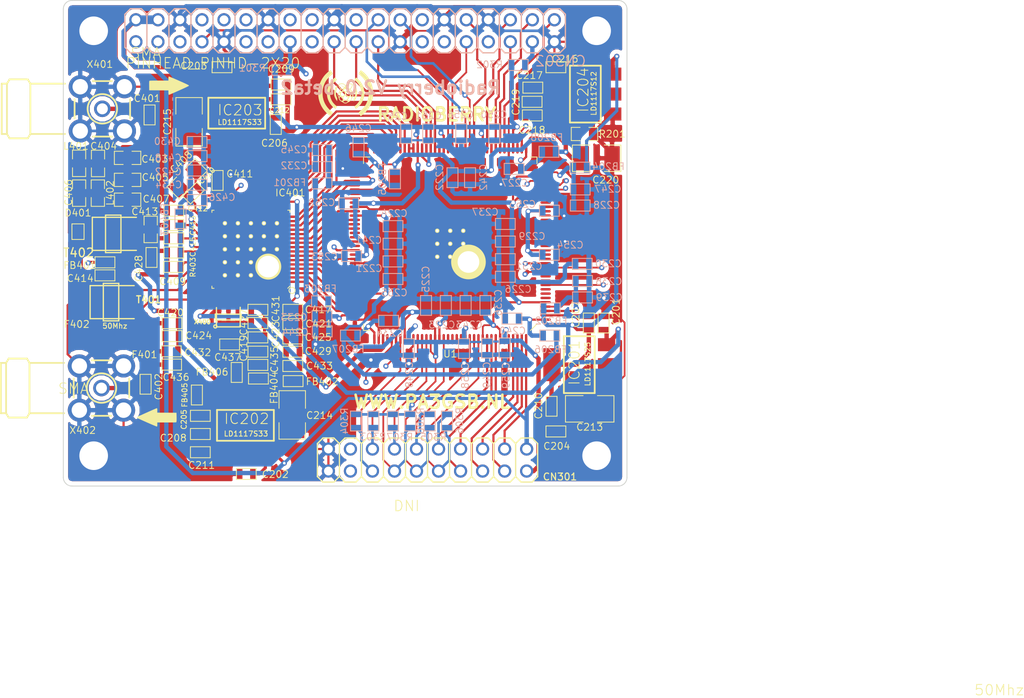
<source format=kicad_pcb>
(kicad_pcb (version 4) (host pcbnew 4.0.6)
  (layers (0 F.Cu signal) (1 In1.Cu signal hide) (2 In2.Cu signal hide) (31 B.Cu signal hide) (34 B.Paste user hide) (35 F.Paste user) (36 B.SilkS user hide) (37 F.SilkS user) (38 B.Mask user hide) (39 F.Mask user) (44 Edge.Cuts user))
  (net 0 "")
  (net 1 GND)
  (net 2 "Net-(C227-Pad2)")
  (net 3 "Net-(C228-Pad2)")
  (net 4 "Net-(C232-Pad1)")
  (net 5 "Net-(C233-Pad2)")
  (net 6 "Net-(C234-Pad2)")
  (net 7 "Net-(C238-Pad1)")
  (net 8 "Net-(C240-Pad2)")
  (net 9 "Net-(C246-Pad2)")
  (net 10 "Net-(C401-Pad1)")
  (net 11 "Net-(C401-Pad2)")
  (net 12 "Net-(C402-Pad1)")
  (net 13 "Net-(C402-Pad2)")
  (net 14 "Net-(C404-Pad1)")
  (net 15 "Net-(C406-Pad1)")
  (net 16 "Net-(C408-Pad1)")
  (net 17 "Net-(C408-Pad2)")
  (net 18 "Net-(C409-Pad2)")
  (net 19 "Net-(C413-Pad1)")
  (net 20 "Net-(C413-Pad2)")
  (net 21 "Net-(C414-Pad1)")
  (net 22 "Net-(C437-Pad2)")
  (net 23 /GPIO/IO-01)
  (net 24 /GPIO/IO-02)
  (net 25 /GPIO/IO-03)
  (net 26 /GPIO/IO-04)
  (net 27 /GPIO/IO-05)
  (net 28 /GPIO/IO-06)
  (net 29 "Net-(CN302-Pad8)")
  (net 30 "Net-(CN302-Pad10)")
  (net 31 GPIO11)
  (net 32 GPIO12)
  (net 33 GPIO16)
  (net 34 "Net-(CN302-Pad17)")
  (net 35 /GPIO/DCLK)
  (net 36 /GPIO/MOSI_SPI0)
  (net 37 /GPIO/MISO_SPI0)
  (net 38 GPIO22)
  (net 39 /GPIO/SCLK_SPI0)
  (net 40 /GPIO/CE0_SPI0)
  (net 41 /GPIO/CE1_SPI0)
  (net 42 "Net-(CN302-Pad27)")
  (net 43 "Net-(CN302-Pad28)")
  (net 44 GPIO29)
  (net 45 GPCLK2)
  (net 46 GPIO32)
  (net 47 /GPIO/DATA[0])
  (net 48 GPIO35)
  (net 49 GPIO36)
  (net 50 GPIO38)
  (net 51 GPIO40)
  (net 52 "Net-(F401-Pad3)")
  (net 53 "Net-(F402-Pad3)")
  (net 54 "Net-(IC401-Pad41)")
  (net 55 "Net-(IC401-Pad45)")
  (net 56 "Net-(IC401-Pad49)")
  (net 57 "Net-(IC401-Pad51)")
  (net 58 "Net-(IC401-Pad52)")
  (net 59 "Net-(IC401-Pad56)")
  (net 60 CLK)
  (net 61 "Net-(IC401-Pad61)")
  (net 62 /GPIO/NCONFIG)
  (net 63 "Net-(T402-Pad2)")
  (net 64 /Frontend/ADIO10)
  (net 65 /Frontend/ADIO9)
  (net 66 /Frontend/ADIO8)
  (net 67 /Frontend/ADIO6)
  (net 68 /Frontend/ADIO5)
  (net 69 /Frontend/ADIO4)
  (net 70 /Frontend/ADIO2)
  (net 71 /Frontend/ADIO1)
  (net 72 /Frontend/ADIO0)
  (net 73 /Frontend/TXEN)
  (net 74 /Frontend/TXCLK)
  (net 75 /Frontend/RCLK)
  (net 76 /Frontend/SDIO)
  (net 77 /Frontend/SDO)
  (net 78 /Frontend/SCLK)
  (net 79 /Frontend/SEN)
  (net 80 /Frontend/RESET)
  (net 81 /Frontend/MODE)
  (net 82 CONF_DONE)
  (net 83 NSTATUS)
  (net 84 /Frontend/DVDD)
  (net 85 /Frontend/AVDD)
  (net 86 /Frontend/CLKVDD)
  (net 87 /Frontend/AVDD3)
  (net 88 /Frontend/RX+)
  (net 89 /Frontend/RX-)
  (net 90 /Frontend/IOUT_N-)
  (net 91 /Frontend/IOUT_N+)
  (net 92 IO-13)
  (net 93 IO-14)
  (net 94 SDA)
  (net 95 SCL)
  (net 96 GPCLK0)
  (net 97 "Net-(U1-Pad112)")
  (net 98 IO-07)
  (net 99 IO-08)
  (net 100 IO-09)
  (net 101 IO-10)
  (net 102 "Net-(U1-Pad22)")
  (net 103 "Net-(U1-Pad25)")
  (net 104 "Net-(U1-Pad28)")
  (net 105 IO-11)
  (net 106 IO-12)
  (net 107 /Frontend/ADIO11)
  (net 108 /Frontend/ADIO7)
  (net 109 /Frontend/ADIO3)
  (net 110 RXEN)
  (net 111 /Frontend/CLKOUT1)
  (net 112 +3V3)
  (net 113 +5V)
  (net 114 +2V5)
  (net 115 +1V2)
  (net 116 3V3B)
  (net 117 3V3Rpi)
  (module hermeslite:CYCLONE10LP (layer F.Cu) (at 134.62 99.06 180)
    (fp_text reference U1 (at 0 -12.7 180) (layer F.SilkS) (effects (font (size 0.8 0.8) (thickness 0.1))))
    (fp_text value FPGA)
    (pad 145 thru_hole circle (at -1.5 1.5 180) (size 0.5 0.5) (drill 0.3) (layers *.Cu *.Mask F.SilkS) (net 1 GND))
    (pad 145 thru_hole circle (at 0 -1.5 180) (size 0.5 0.5) (drill 0.3) (layers *.Cu *.Mask F.SilkS) (net 1 GND))
    (pad 145 thru_hole circle (at 0 0 180) (size 0.5 0.5) (drill 0.3) (layers *.Cu *.Mask F.SilkS) (net 1 GND))
    (pad 145 thru_hole circle (at 1.5 0 180) (size 0.5 0.5) (drill 0.3) (layers *.Cu *.Mask F.SilkS) (net 1 GND))
    (pad 145 thru_hole circle (at -1.5 0 180) (size 0.5 0.5) (drill 0.3) (layers *.Cu *.Mask F.SilkS) (net 1 GND))
    (pad 145 thru_hole circle (at 1.5 1.5 180) (size 0.5 0.5) (drill 0.3) (layers *.Cu *.Mask F.SilkS) (net 1 GND))
    (pad 145 thru_hole circle (at 0 1.5 180) (size 0.5 0.5) (drill 0.3) (layers *.Cu *.Mask F.SilkS) (net 1 GND))
    (pad 1 smd oval (at -11 -8.75 270) (size 0.28 1.2) (layers F.Cu F.Paste F.Mask) (net 8 "Net-(C240-Pad2)"))
    (pad 2 smd oval (at -11 -8.25 270) (size 0.28 1.2) (layers F.Cu F.Paste F.Mask) (net 1 GND))
    (pad 3 smd oval (at -11 -7.75 270) (size 0.28 1.2) (layers F.Cu F.Paste F.Mask) (net 7 "Net-(C238-Pad1)"))
    (pad 4 smd oval (at -11 -7.25 270) (size 0.28 1.2) (layers F.Cu F.Paste F.Mask) (net 1 GND))
    (pad 5 smd oval (at -11 -6.75 270) (size 0.28 1.2) (layers F.Cu F.Paste F.Mask) (net 115 +1V2))
    (pad 6 smd oval (at -11 -6.25 270) (size 0.28 1.2) (layers F.Cu F.Paste F.Mask))
    (pad 7 smd oval (at -11 -5.75 270) (size 0.28 1.2) (layers F.Cu F.Paste F.Mask))
    (pad 8 smd oval (at -11 -5.25 270) (size 0.28 1.2) (layers F.Cu F.Paste F.Mask))
    (pad 9 smd oval (at -11 -4.75 270) (size 0.28 1.2) (layers F.Cu F.Paste F.Mask) (net 83 NSTATUS))
    (pad 10 smd oval (at -11 -4.25 270) (size 0.28 1.2) (layers F.Cu F.Paste F.Mask))
    (pad 11 smd oval (at -11 -3.75 270) (size 0.28 1.2) (layers F.Cu F.Paste F.Mask))
    (pad 12 smd oval (at -11 -3.25 270) (size 0.28 1.2) (layers F.Cu F.Paste F.Mask) (net 35 /GPIO/DCLK))
    (pad 13 smd oval (at -11 -2.75 270) (size 0.28 1.2) (layers F.Cu F.Paste F.Mask) (net 47 /GPIO/DATA[0]))
    (pad 14 smd oval (at -11 -2.25 270) (size 0.28 1.2) (layers F.Cu F.Paste F.Mask) (net 62 /GPIO/NCONFIG))
    (pad 15 smd oval (at -11 -1.75 270) (size 0.28 1.2) (layers F.Cu F.Paste F.Mask))
    (pad 16 smd oval (at -11 -1.25 270) (size 0.28 1.2) (layers F.Cu F.Paste F.Mask))
    (pad 17 smd oval (at -11 -0.75 270) (size 0.28 1.2) (layers F.Cu F.Paste F.Mask) (net 112 +3V3))
    (pad 18 smd oval (at -11 -0.25 270) (size 0.28 1.2) (layers F.Cu F.Paste F.Mask))
    (pad 19 smd oval (at -11 0.25 270) (size 0.28 1.2) (layers F.Cu F.Paste F.Mask) (net 1 GND))
    (pad 20 smd oval (at -11 0.75 270) (size 0.28 1.2) (layers F.Cu F.Paste F.Mask))
    (pad 21 smd oval (at -11 1.25 270) (size 0.28 1.2) (layers F.Cu F.Paste F.Mask) (net 1 GND))
    (pad 22 smd oval (at -11 1.75 270) (size 0.28 1.2) (layers F.Cu F.Paste F.Mask) (net 102 "Net-(U1-Pad22)"))
    (pad 23 smd oval (at -11 2.25 270) (size 0.28 1.2) (layers F.Cu F.Paste F.Mask))
    (pad 24 smd oval (at -11 2.75 270) (size 0.28 1.2) (layers F.Cu F.Paste F.Mask))
    (pad 25 smd oval (at -11 3.25 270) (size 0.28 1.2) (layers F.Cu F.Paste F.Mask) (net 103 "Net-(U1-Pad25)"))
    (pad 26 smd oval (at -11 3.75 270) (size 0.28 1.2) (layers F.Cu F.Paste F.Mask) (net 112 +3V3))
    (pad 27 smd oval (at -11 4.25 270) (size 0.28 1.2) (layers F.Cu F.Paste F.Mask) (net 1 GND))
    (pad 28 smd oval (at -11 4.75 270) (size 0.28 1.2) (layers F.Cu F.Paste F.Mask) (net 104 "Net-(U1-Pad28)"))
    (pad 29 smd oval (at -11 5.25 270) (size 0.28 1.2) (layers F.Cu F.Paste F.Mask) (net 115 +1V2))
    (pad 30 smd oval (at -11 5.75 270) (size 0.28 1.2) (layers F.Cu F.Paste F.Mask) (net 1 GND))
    (pad 31 smd oval (at -11 6.25 270) (size 0.28 1.2) (layers F.Cu F.Paste F.Mask) (net 38 GPIO22))
    (pad 32 smd oval (at -11 6.75 270) (size 0.28 1.2) (layers F.Cu F.Paste F.Mask) (net 44 GPIO29))
    (pad 33 smd oval (at -11 7.25 270) (size 0.28 1.2) (layers F.Cu F.Paste F.Mask) (net 32 GPIO12))
    (pad 34 smd oval (at -11 7.75 270) (size 0.28 1.2) (layers F.Cu F.Paste F.Mask) (net 115 +1V2))
    (pad 35 smd oval (at -11 8.25 270) (size 0.28 1.2) (layers F.Cu F.Paste F.Mask) (net 3 "Net-(C228-Pad2)"))
    (pad 36 smd oval (at -11 8.75 270) (size 0.28 1.2) (layers F.Cu F.Paste F.Mask) (net 1 GND))
    (pad 37 smd oval (at -8.75 11 180) (size 0.28 1.2) (layers F.Cu F.Paste F.Mask) (net 2 "Net-(C227-Pad2)"))
    (pad 38 smd oval (at -8.25 11 180) (size 0.28 1.2) (layers F.Cu F.Paste F.Mask) (net 115 +1V2))
    (pad 39 smd oval (at -7.75 11 180) (size 0.28 1.2) (layers F.Cu F.Paste F.Mask) (net 33 GPIO16))
    (pad 40 smd oval (at -7.25 11 180) (size 0.28 1.2) (layers F.Cu F.Paste F.Mask) (net 112 +3V3))
    (pad 41 smd oval (at -6.75 11 180) (size 0.28 1.2) (layers F.Cu F.Paste F.Mask) (net 1 GND))
    (pad 42 smd oval (at -6.25 11 180) (size 0.28 1.2) (layers F.Cu F.Paste F.Mask) (net 51 GPIO40))
    (pad 43 smd oval (at -5.75 11 180) (size 0.28 1.2) (layers F.Cu F.Paste F.Mask) (net 50 GPIO38))
    (pad 44 smd oval (at -5.25 11 180) (size 0.28 1.2) (layers F.Cu F.Paste F.Mask) (net 48 GPIO35))
    (pad 45 smd oval (at -4.75 11 180) (size 0.28 1.2) (layers F.Cu F.Paste F.Mask) (net 115 +1V2))
    (pad 46 smd oval (at -4.25 11 180) (size 0.28 1.2) (layers F.Cu F.Paste F.Mask) (net 49 GPIO36))
    (pad 47 smd oval (at -3.75 11 180) (size 0.28 1.2) (layers F.Cu F.Paste F.Mask) (net 112 +3V3))
    (pad 48 smd oval (at -3.25 11 180) (size 0.28 1.2) (layers F.Cu F.Paste F.Mask) (net 1 GND))
    (pad 49 smd oval (at -2.75 11 180) (size 0.28 1.2) (layers F.Cu F.Paste F.Mask) (net 46 GPIO32))
    (pad 50 smd oval (at -2.25 11 180) (size 0.28 1.2) (layers F.Cu F.Paste F.Mask) (net 41 /GPIO/CE1_SPI0))
    (pad 51 smd oval (at -1.75 11 180) (size 0.28 1.2) (layers F.Cu F.Paste F.Mask) (net 40 /GPIO/CE0_SPI0))
    (pad 52 smd oval (at -1.25 11 180) (size 0.28 1.2) (layers F.Cu F.Paste F.Mask))
    (pad 53 smd oval (at -0.75 11 180) (size 0.28 1.2) (layers F.Cu F.Paste F.Mask))
    (pad 54 smd oval (at -0.25 11 180) (size 0.28 1.2) (layers F.Cu F.Paste F.Mask) (net 45 GPCLK2))
    (pad 55 smd oval (at 0.25 11 180) (size 0.28 1.2) (layers F.Cu F.Paste F.Mask) (net 96 GPCLK0))
    (pad 56 smd oval (at 0.75 11 180) (size 0.28 1.2) (layers F.Cu F.Paste F.Mask) (net 112 +3V3))
    (pad 57 smd oval (at 1.25 11 180) (size 0.28 1.2) (layers F.Cu F.Paste F.Mask) (net 1 GND))
    (pad 58 smd oval (at 1.75 11 180) (size 0.28 1.2) (layers F.Cu F.Paste F.Mask) (net 39 /GPIO/SCLK_SPI0))
    (pad 59 smd oval (at 2.25 11 180) (size 0.28 1.2) (layers F.Cu F.Paste F.Mask) (net 37 /GPIO/MISO_SPI0))
    (pad 60 smd oval (at 2.75 11 180) (size 0.28 1.2) (layers F.Cu F.Paste F.Mask) (net 36 /GPIO/MOSI_SPI0))
    (pad 61 smd oval (at 3.25 11 180) (size 0.28 1.2) (layers F.Cu F.Paste F.Mask) (net 115 +1V2))
    (pad 62 smd oval (at 3.75 11 180) (size 0.28 1.2) (layers F.Cu F.Paste F.Mask) (net 112 +3V3))
    (pad 63 smd oval (at 4.25 11 180) (size 0.28 1.2) (layers F.Cu F.Paste F.Mask) (net 1 GND))
    (pad 64 smd oval (at 4.75 11 180) (size 0.28 1.2) (layers F.Cu F.Paste F.Mask) (net 1 GND))
    (pad 65 smd oval (at 5.25 11 180) (size 0.28 1.2) (layers F.Cu F.Paste F.Mask) (net 79 /Frontend/SEN))
    (pad 66 smd oval (at 5.75 11 180) (size 0.28 1.2) (layers F.Cu F.Paste F.Mask) (net 78 /Frontend/SCLK))
    (pad 67 smd oval (at 6.25 11 180) (size 0.28 1.2) (layers F.Cu F.Paste F.Mask) (net 77 /Frontend/SDO))
    (pad 68 smd oval (at 6.75 11 180) (size 0.28 1.2) (layers F.Cu F.Paste F.Mask) (net 76 /Frontend/SDIO))
    (pad 69 smd oval (at 7.25 11 180) (size 0.28 1.2) (layers F.Cu F.Paste F.Mask) (net 111 /Frontend/CLKOUT1))
    (pad 70 smd oval (at 7.75 11 180) (size 0.28 1.2) (layers F.Cu F.Paste F.Mask) (net 115 +1V2))
    (pad 71 smd oval (at 8.25 11 180) (size 0.28 1.2) (layers F.Cu F.Paste F.Mask) (net 75 /Frontend/RCLK))
    (pad 72 smd oval (at 8.75 11 180) (size 0.28 1.2) (layers F.Cu F.Paste F.Mask) (net 74 /Frontend/TXCLK))
    (pad 73 smd oval (at 11 8.75 270) (size 0.28 1.2) (layers F.Cu F.Paste F.Mask) (net 9 "Net-(C246-Pad2)"))
    (pad 74 smd oval (at 11 8.25 270) (size 0.28 1.2) (layers F.Cu F.Paste F.Mask) (net 1 GND))
    (pad 75 smd oval (at 11 7.75 270) (size 0.28 1.2) (layers F.Cu F.Paste F.Mask) (net 4 "Net-(C232-Pad1)"))
    (pad 76 smd oval (at 11 7.25 270) (size 0.28 1.2) (layers F.Cu F.Paste F.Mask) (net 73 /Frontend/TXEN))
    (pad 77 smd oval (at 11 6.75 270) (size 0.28 1.2) (layers F.Cu F.Paste F.Mask) (net 110 RXEN))
    (pad 78 smd oval (at 11 6.25 270) (size 0.28 1.2) (layers F.Cu F.Paste F.Mask) (net 115 +1V2))
    (pad 79 smd oval (at 11 5.75 270) (size 0.28 1.2) (layers F.Cu F.Paste F.Mask) (net 1 GND))
    (pad 80 smd oval (at 11 5.25 270) (size 0.28 1.2) (layers F.Cu F.Paste F.Mask) (net 72 /Frontend/ADIO0))
    (pad 81 smd oval (at 11 4.75 270) (size 0.28 1.2) (layers F.Cu F.Paste F.Mask) (net 112 +3V3))
    (pad 82 smd oval (at 11 4.25 270) (size 0.28 1.2) (layers F.Cu F.Paste F.Mask) (net 1 GND))
    (pad 83 smd oval (at 11 3.75 270) (size 0.28 1.2) (layers F.Cu F.Paste F.Mask) (net 71 /Frontend/ADIO1))
    (pad 84 smd oval (at 11 3.25 270) (size 0.28 1.2) (layers F.Cu F.Paste F.Mask) (net 115 +1V2))
    (pad 85 smd oval (at 11 2.75 270) (size 0.28 1.2) (layers F.Cu F.Paste F.Mask) (net 70 /Frontend/ADIO2))
    (pad 86 smd oval (at 11 2.25 270) (size 0.28 1.2) (layers F.Cu F.Paste F.Mask) (net 109 /Frontend/ADIO3))
    (pad 87 smd oval (at 11 1.75 270) (size 0.28 1.2) (layers F.Cu F.Paste F.Mask) (net 69 /Frontend/ADIO4))
    (pad 88 smd oval (at 11 1.25 270) (size 0.28 1.2) (layers F.Cu F.Paste F.Mask))
    (pad 89 smd oval (at 11 0.75 270) (size 0.28 1.2) (layers F.Cu F.Paste F.Mask))
    (pad 90 smd oval (at 11 0.25 270) (size 0.28 1.2) (layers F.Cu F.Paste F.Mask))
    (pad 91 smd oval (at 11 -0.25 270) (size 0.28 1.2) (layers F.Cu F.Paste F.Mask))
    (pad 92 smd oval (at 11 -0.75 270) (size 0.28 1.2) (layers F.Cu F.Paste F.Mask) (net 82 CONF_DONE))
    (pad 93 smd oval (at 11 -1.25 270) (size 0.28 1.2) (layers F.Cu F.Paste F.Mask) (net 112 +3V3))
    (pad 94 smd oval (at 11 -1.75 270) (size 0.28 1.2) (layers F.Cu F.Paste F.Mask) (net 1 GND))
    (pad 95 smd oval (at 11 -2.25 270) (size 0.28 1.2) (layers F.Cu F.Paste F.Mask) (net 1 GND))
    (pad 96 smd oval (at 11 -2.75 270) (size 0.28 1.2) (layers F.Cu F.Paste F.Mask) (net 1 GND))
    (pad 97 smd oval (at 11 -3.25 270) (size 0.28 1.2) (layers F.Cu F.Paste F.Mask) (net 1 GND))
    (pad 98 smd oval (at 11 -3.75 270) (size 0.28 1.2) (layers F.Cu F.Paste F.Mask) (net 68 /Frontend/ADIO5))
    (pad 99 smd oval (at 11 -4.25 270) (size 0.28 1.2) (layers F.Cu F.Paste F.Mask) (net 67 /Frontend/ADIO6))
    (pad 100 smd oval (at 11 -4.75 270) (size 0.28 1.2) (layers F.Cu F.Paste F.Mask) (net 108 /Frontend/ADIO7))
    (pad 101 smd oval (at 11 -5.25 270) (size 0.28 1.2) (layers F.Cu F.Paste F.Mask) (net 66 /Frontend/ADIO8))
    (pad 102 smd oval (at 11 -5.75 270) (size 0.28 1.2) (layers F.Cu F.Paste F.Mask) (net 115 +1V2))
    (pad 103 smd oval (at 11 -6.25 270) (size 0.28 1.2) (layers F.Cu F.Paste F.Mask) (net 65 /Frontend/ADIO9))
    (pad 104 smd oval (at 11 -6.75 270) (size 0.28 1.2) (layers F.Cu F.Paste F.Mask) (net 1 GND))
    (pad 105 smd oval (at 11 -7.25 270) (size 0.28 1.2) (layers F.Cu F.Paste F.Mask) (net 64 /Frontend/ADIO10))
    (pad 106 smd oval (at 11 -7.75 270) (size 0.28 1.2) (layers F.Cu F.Paste F.Mask) (net 107 /Frontend/ADIO11))
    (pad 107 smd oval (at 11 -8.25 270) (size 0.28 1.2) (layers F.Cu F.Paste F.Mask) (net 5 "Net-(C233-Pad2)"))
    (pad 108 smd oval (at 11 -8.75 270) (size 0.28 1.2) (layers F.Cu F.Paste F.Mask) (net 1 GND))
    (pad 109 smd oval (at 8.75 -11 180) (size 0.28 1.2) (layers F.Cu F.Paste F.Mask) (net 6 "Net-(C234-Pad2)"))
    (pad 110 smd oval (at 8.25 -11 180) (size 0.28 1.2) (layers F.Cu F.Paste F.Mask) (net 1 GND))
    (pad 111 smd oval (at 7.75 -11 180) (size 0.28 1.2) (layers F.Cu F.Paste F.Mask) (net 81 /Frontend/MODE))
    (pad 112 smd oval (at 7.25 -11 180) (size 0.28 1.2) (layers F.Cu F.Paste F.Mask) (net 97 "Net-(U1-Pad112)"))
    (pad 113 smd oval (at 6.75 -11 180) (size 0.28 1.2) (layers F.Cu F.Paste F.Mask) (net 31 GPIO11))
    (pad 114 smd oval (at 6.25 -11 180) (size 0.28 1.2) (layers F.Cu F.Paste F.Mask) (net 80 /Frontend/RESET))
    (pad 115 smd oval (at 5.75 -11 180) (size 0.28 1.2) (layers F.Cu F.Paste F.Mask) (net 93 IO-14))
    (pad 116 smd oval (at 5.25 -11 180) (size 0.28 1.2) (layers F.Cu F.Paste F.Mask) (net 115 +1V2))
    (pad 117 smd oval (at 4.75 -11 180) (size 0.28 1.2) (layers F.Cu F.Paste F.Mask) (net 112 +3V3))
    (pad 118 smd oval (at 4.25 -11 180) (size 0.28 1.2) (layers F.Cu F.Paste F.Mask) (net 1 GND))
    (pad 119 smd oval (at 3.75 -11 180) (size 0.28 1.2) (layers F.Cu F.Paste F.Mask) (net 92 IO-13))
    (pad 120 smd oval (at 3.25 -11 180) (size 0.28 1.2) (layers F.Cu F.Paste F.Mask) (net 106 IO-12))
    (pad 121 smd oval (at 2.75 -11 180) (size 0.28 1.2) (layers F.Cu F.Paste F.Mask) (net 105 IO-11))
    (pad 122 smd oval (at 2.25 -11 180) (size 0.28 1.2) (layers F.Cu F.Paste F.Mask) (net 112 +3V3))
    (pad 123 smd oval (at 1.75 -11 180) (size 0.28 1.2) (layers F.Cu F.Paste F.Mask) (net 1 GND))
    (pad 124 smd oval (at 1.25 -11 180) (size 0.28 1.2) (layers F.Cu F.Paste F.Mask) (net 115 +1V2))
    (pad 125 smd oval (at 0.75 -11 180) (size 0.28 1.2) (layers F.Cu F.Paste F.Mask) (net 101 IO-10))
    (pad 126 smd oval (at 0.25 -11 180) (size 0.28 1.2) (layers F.Cu F.Paste F.Mask))
    (pad 127 smd oval (at -0.25 -11 180) (size 0.28 1.2) (layers F.Cu F.Paste F.Mask))
    (pad 128 smd oval (at -0.75 -11 180) (size 0.28 1.2) (layers F.Cu F.Paste F.Mask))
    (pad 129 smd oval (at -1.25 -11 180) (size 0.28 1.2) (layers F.Cu F.Paste F.Mask))
    (pad 130 smd oval (at -1.75 -11 180) (size 0.28 1.2) (layers F.Cu F.Paste F.Mask) (net 112 +3V3))
    (pad 131 smd oval (at -2.25 -11 180) (size 0.28 1.2) (layers F.Cu F.Paste F.Mask) (net 1 GND))
    (pad 132 smd oval (at -2.75 -11 180) (size 0.28 1.2) (layers F.Cu F.Paste F.Mask) (net 100 IO-09))
    (pad 133 smd oval (at -3.25 -11 180) (size 0.28 1.2) (layers F.Cu F.Paste F.Mask) (net 99 IO-08))
    (pad 134 smd oval (at -3.75 -11 180) (size 0.28 1.2) (layers F.Cu F.Paste F.Mask) (net 115 +1V2))
    (pad 135 smd oval (at -4.25 -11 180) (size 0.28 1.2) (layers F.Cu F.Paste F.Mask) (net 98 IO-07))
    (pad 136 smd oval (at -4.75 -11 180) (size 0.28 1.2) (layers F.Cu F.Paste F.Mask) (net 28 /GPIO/IO-06))
    (pad 137 smd oval (at -5.25 -11 180) (size 0.28 1.2) (layers F.Cu F.Paste F.Mask) (net 27 /GPIO/IO-05))
    (pad 138 smd oval (at -5.75 -11 180) (size 0.28 1.2) (layers F.Cu F.Paste F.Mask) (net 115 +1V2))
    (pad 139 smd oval (at -6.25 -11 180) (size 0.28 1.2) (layers F.Cu F.Paste F.Mask) (net 112 +3V3))
    (pad 140 smd oval (at -6.75 -11 180) (size 0.28 1.2) (layers F.Cu F.Paste F.Mask) (net 1 GND))
    (pad 141 smd oval (at -7.25 -11 180) (size 0.28 1.2) (layers F.Cu F.Paste F.Mask) (net 26 /GPIO/IO-04))
    (pad 142 smd oval (at -7.75 -11 180) (size 0.28 1.2) (layers F.Cu F.Paste F.Mask) (net 25 /GPIO/IO-03))
    (pad 143 smd oval (at -8.25 -11 180) (size 0.28 1.2) (layers F.Cu F.Paste F.Mask) (net 24 /GPIO/IO-02))
    (pad 144 smd oval (at -8.75 -11 180) (size 0.28 1.2) (layers F.Cu F.Paste F.Mask) (net 23 /GPIO/IO-01))
    (pad 145 thru_hole circle (at -2.1 -2.1 180) (size 4 4) (drill 2.5) (layers *.Cu *.Mask F.SilkS) (net 1 GND))
    (pad 145 smd rect (at 0 0 180) (size 5 5) (layers F.Cu F.Mask) (net 1 GND))
    (pad 145 thru_hole circle (at 1.5 -1.5 180) (size 0.5 0.5) (drill 0.3) (layers *.Cu *.Mask F.SilkS) (net 1 GND))
  )
  (module hermeslite:AD9866 (layer F.Cu) (at 111.633 99.695 180)
    (fp_text reference IC401 (at -4.537 6.515 180) (layer F.SilkS) (effects (font (size 0.8 0.8) (thickness 0.1))))
    (fp_text value AD9866)
    (pad 65 thru_hole circle (at -2 -2 180) (size 3 3) (drill 2.5) (layers *.Cu *.Mask F.SilkS) (net 1 GND))
    (pad 65 thru_hole circle (at 3 -3 180) (size 0.5 0.5) (drill 0.3) (layers *.Cu *.Mask F.SilkS) (net 1 GND))
    (pad 65 thru_hole circle (at 1.5 -3 180) (size 0.5 0.5) (drill 0.3) (layers *.Cu *.Mask F.SilkS) (net 1 GND))
    (pad 65 thru_hole circle (at 3 -1.5 180) (size 0.5 0.5) (drill 0.3) (layers *.Cu *.Mask F.SilkS) (net 1 GND))
    (pad 65 thru_hole circle (at 1.5 -1.5 180) (size 0.5 0.5) (drill 0.3) (layers *.Cu *.Mask F.SilkS) (net 1 GND))
    (pad 65 thru_hole circle (at 3 3 180) (size 0.5 0.5) (drill 0.3) (layers *.Cu *.Mask F.SilkS) (net 1 GND))
    (pad 65 thru_hole circle (at 3 1.5 180) (size 0.5 0.5) (drill 0.3) (layers *.Cu *.Mask F.SilkS) (net 1 GND))
    (pad 65 thru_hole circle (at -3 1.5 180) (size 0.5 0.5) (drill 0.3) (layers *.Cu *.Mask F.SilkS) (net 1 GND))
    (pad 65 thru_hole circle (at -3 3 180) (size 0.5 0.5) (drill 0.3) (layers *.Cu *.Mask F.SilkS) (net 1 GND))
    (pad 65 thru_hole circle (at -1.5 3 180) (size 0.5 0.5) (drill 0.3) (layers *.Cu *.Mask F.SilkS) (net 1 GND))
    (pad 65 thru_hole circle (at -1.5 1.5 180) (size 0.5 0.5) (drill 0.3) (layers *.Cu *.Mask F.SilkS) (net 1 GND))
    (pad 65 thru_hole circle (at 1.5 1.5 180) (size 0.5 0.5) (drill 0.3) (layers *.Cu *.Mask F.SilkS) (net 1 GND))
    (pad 65 thru_hole circle (at 1.5 3 180) (size 0.5 0.5) (drill 0.3) (layers *.Cu *.Mask F.SilkS) (net 1 GND))
    (pad 65 thru_hole circle (at 0 3 180) (size 0.5 0.5) (drill 0.3) (layers *.Cu *.Mask F.SilkS) (net 1 GND))
    (pad 65 thru_hole circle (at 0 1.5 180) (size 0.5 0.5) (drill 0.3) (layers *.Cu *.Mask F.SilkS) (net 1 GND))
    (pad 65 thru_hole circle (at 0 -3 180) (size 0.5 0.5) (drill 0.3) (layers *.Cu *.Mask F.SilkS) (net 1 GND))
    (pad 65 thru_hole circle (at 0 -1.5 180) (size 0.5 0.5) (drill 0.3) (layers *.Cu *.Mask F.SilkS) (net 1 GND))
    (pad 65 thru_hole circle (at -3 0 180) (size 0.5 0.5) (drill 0.3) (layers *.Cu *.Mask F.SilkS) (net 1 GND))
    (pad 65 thru_hole circle (at -1.5 0 180) (size 0.5 0.5) (drill 0.3) (layers *.Cu *.Mask F.SilkS) (net 1 GND))
    (pad 65 thru_hole circle (at 3 0 180) (size 0.5 0.5) (drill 0.3) (layers *.Cu *.Mask F.SilkS) (net 1 GND))
    (pad 65 thru_hole circle (at 1.5 0 180) (size 0.5 0.5) (drill 0.3) (layers *.Cu *.Mask F.SilkS) (net 1 GND))
    (pad 65 smd rect (at 1.75 -1.75 180) (size 2.5 2.5) (layers F.Cu F.Paste F.Mask) (net 1 GND))
    (pad 65 smd rect (at 1.75 1.75 180) (size 2.5 2.5) (layers F.Cu F.Paste F.Mask) (net 1 GND))
    (pad 65 smd rect (at -1.75 1.75 180) (size 2.5 2.5) (layers F.Cu F.Paste F.Mask) (net 1 GND))
    (pad 1 smd rect (at -4.6 -3.75 270) (size 0.25 0.8) (layers F.Cu F.Paste F.Mask) (net 107 /Frontend/ADIO11))
    (pad 2 smd rect (at -4.6 -3.25 270) (size 0.25 0.8) (layers F.Cu F.Paste F.Mask) (net 64 /Frontend/ADIO10))
    (pad 3 smd rect (at -4.6 -2.75 270) (size 0.25 0.8) (layers F.Cu F.Paste F.Mask) (net 65 /Frontend/ADIO9))
    (pad 4 smd rect (at -4.6 -2.25 270) (size 0.25 0.8) (layers F.Cu F.Paste F.Mask) (net 66 /Frontend/ADIO8))
    (pad 5 smd rect (at -4.6 -1.75 270) (size 0.25 0.8) (layers F.Cu F.Paste F.Mask) (net 108 /Frontend/ADIO7))
    (pad 6 smd rect (at -4.6 -1.25 270) (size 0.25 0.8) (layers F.Cu F.Paste F.Mask) (net 67 /Frontend/ADIO6))
    (pad 7 smd rect (at -4.6 -0.75 270) (size 0.25 0.8) (layers F.Cu F.Paste F.Mask) (net 68 /Frontend/ADIO5))
    (pad 8 smd rect (at -4.6 -0.25 270) (size 0.25 0.8) (layers F.Cu F.Paste F.Mask) (net 69 /Frontend/ADIO4))
    (pad 9 smd rect (at -4.6 0.25 270) (size 0.25 0.8) (layers F.Cu F.Paste F.Mask) (net 109 /Frontend/ADIO3))
    (pad 10 smd rect (at -4.6 0.75 270) (size 0.25 0.8) (layers F.Cu F.Paste F.Mask) (net 70 /Frontend/ADIO2))
    (pad 11 smd rect (at -4.6 1.25 270) (size 0.25 0.8) (layers F.Cu F.Paste F.Mask) (net 71 /Frontend/ADIO1))
    (pad 12 smd rect (at -4.6 1.75 270) (size 0.25 0.8) (layers F.Cu F.Paste F.Mask) (net 72 /Frontend/ADIO0))
    (pad 13 smd rect (at -4.6 2.25 270) (size 0.25 0.8) (layers F.Cu F.Paste F.Mask) (net 110 RXEN))
    (pad 14 smd rect (at -4.6 2.75 270) (size 0.25 0.8) (layers F.Cu F.Paste F.Mask) (net 73 /Frontend/TXEN))
    (pad 15 smd rect (at -4.6 3.25 270) (size 0.25 0.8) (layers F.Cu F.Paste F.Mask) (net 74 /Frontend/TXCLK))
    (pad 16 smd rect (at -4.6 3.75 270) (size 0.25 0.8) (layers F.Cu F.Paste F.Mask) (net 75 /Frontend/RCLK))
    (pad 17 smd rect (at -3.75 4.6 180) (size 0.25 0.8) (layers F.Cu F.Paste F.Mask) (net 84 /Frontend/DVDD))
    (pad 18 smd rect (at -3.25 4.6 180) (size 0.25 0.8) (layers F.Cu F.Paste F.Mask) (net 1 GND))
    (pad 19 smd rect (at -2.75 4.6 180) (size 0.25 0.8) (layers F.Cu F.Paste F.Mask) (net 111 /Frontend/CLKOUT1))
    (pad 20 smd rect (at -2.25 4.6 180) (size 0.25 0.8) (layers F.Cu F.Paste F.Mask) (net 76 /Frontend/SDIO))
    (pad 21 smd rect (at -1.75 4.6 180) (size 0.25 0.8) (layers F.Cu F.Paste F.Mask) (net 77 /Frontend/SDO))
    (pad 22 smd rect (at -1.25 4.6 180) (size 0.25 0.8) (layers F.Cu F.Paste F.Mask) (net 78 /Frontend/SCLK))
    (pad 23 smd rect (at -0.75 4.6 180) (size 0.25 0.8) (layers F.Cu F.Paste F.Mask) (net 79 /Frontend/SEN))
    (pad 24 smd rect (at -0.25 4.6 180) (size 0.25 0.8) (layers F.Cu F.Paste F.Mask) (net 1 GND))
    (pad 25 smd rect (at 0.25 4.6 180) (size 0.25 0.8) (layers F.Cu F.Paste F.Mask) (net 1 GND))
    (pad 26 smd rect (at 0.75 4.6 180) (size 0.25 0.8) (layers F.Cu F.Paste F.Mask) (net 1 GND))
    (pad 27 smd rect (at 1.25 4.6 180) (size 0.25 0.8) (layers F.Cu F.Paste F.Mask) (net 1 GND))
    (pad 28 smd rect (at 1.75 4.6 180) (size 0.25 0.8) (layers F.Cu F.Paste F.Mask) (net 1 GND))
    (pad 29 smd rect (at 2.25 4.6 180) (size 0.25 0.8) (layers F.Cu F.Paste F.Mask) (net 1 GND))
    (pad 30 smd rect (at 2.75 4.6 180) (size 0.25 0.8) (layers F.Cu F.Paste F.Mask) (net 80 /Frontend/RESET))
    (pad 31 smd rect (at 3.25 4.6 180) (size 0.25 0.8) (layers F.Cu F.Paste F.Mask) (net 1 GND))
    (pad 32 smd rect (at 3.75 4.6 180) (size 0.25 0.8) (layers F.Cu F.Paste F.Mask) (net 17 "Net-(C408-Pad2)"))
    (pad 33 smd rect (at 4.6 3.75 270) (size 0.25 0.8) (layers F.Cu F.Paste F.Mask) (net 16 "Net-(C408-Pad1)"))
    (pad 34 smd rect (at 4.6 3.25 270) (size 0.25 0.8) (layers F.Cu F.Paste F.Mask) (net 1 GND))
    (pad 35 smd rect (at 4.6 2.75 270) (size 0.25 0.8) (layers F.Cu F.Paste F.Mask) (net 85 /Frontend/AVDD))
    (pad 36 smd rect (at 4.6 2.25 270) (size 0.25 0.8) (layers F.Cu F.Paste F.Mask) (net 1 GND))
    (pad 37 smd rect (at 4.6 1.75 270) (size 0.25 0.8) (layers F.Cu F.Paste F.Mask) (net 89 /Frontend/RX-))
    (pad 38 smd rect (at 4.6 1.25 270) (size 0.25 0.8) (layers F.Cu F.Paste F.Mask) (net 88 /Frontend/RX+))
    (pad 39 smd rect (at 4.6 0.75 270) (size 0.25 0.8) (layers F.Cu F.Paste F.Mask) (net 1 GND))
    (pad 40 smd rect (at 4.6 0.25 270) (size 0.25 0.8) (layers F.Cu F.Paste F.Mask) (net 85 /Frontend/AVDD))
    (pad 41 smd rect (at 4.6 -0.25 270) (size 0.25 0.8) (layers F.Cu F.Paste F.Mask) (net 54 "Net-(IC401-Pad41)"))
    (pad 42 smd rect (at 4.6 -0.75 270) (size 0.25 0.8) (layers F.Cu F.Paste F.Mask) (net 18 "Net-(C409-Pad2)"))
    (pad 43 smd rect (at 4.6 -1.25 270) (size 0.25 0.8) (layers F.Cu F.Paste F.Mask) (net 87 /Frontend/AVDD3))
    (pad 44 smd rect (at 4.6 -1.75 270) (size 0.25 0.8) (layers F.Cu F.Paste F.Mask) (net 1 GND))
    (pad 45 smd rect (at 4.6 -2.25 270) (size 0.25 0.8) (layers F.Cu F.Paste F.Mask) (net 55 "Net-(IC401-Pad45)"))
    (pad 46 smd rect (at 4.6 -2.75 270) (size 0.25 0.8) (layers F.Cu F.Paste F.Mask) (net 90 /Frontend/IOUT_N-))
    (pad 47 smd rect (at 4.6 -3.25 270) (size 0.25 0.8) (layers F.Cu F.Paste F.Mask) (net 1 GND))
    (pad 48 smd rect (at 4.6 -3.75 270) (size 0.25 0.8) (layers F.Cu F.Paste F.Mask) (net 1 GND))
    (pad 49 smd rect (at 3.75 -4.6 180) (size 0.25 0.8) (layers F.Cu F.Paste F.Mask) (net 56 "Net-(IC401-Pad49)"))
    (pad 50 smd rect (at 3.25 -4.6 180) (size 0.25 0.8) (layers F.Cu F.Paste F.Mask) (net 91 /Frontend/IOUT_N+))
    (pad 51 smd rect (at 2.75 -4.6 180) (size 0.25 0.8) (layers F.Cu F.Paste F.Mask) (net 57 "Net-(IC401-Pad51)"))
    (pad 52 smd rect (at 2.25 -4.6 180) (size 0.25 0.8) (layers F.Cu F.Paste F.Mask) (net 58 "Net-(IC401-Pad52)"))
    (pad 53 smd rect (at 1.75 -4.6 180) (size 0.25 0.8) (layers F.Cu F.Paste F.Mask) (net 81 /Frontend/MODE))
    (pad 54 smd rect (at 1.25 -4.6 180) (size 0.25 0.8) (layers F.Cu F.Paste F.Mask) (net 1 GND))
    (pad 55 smd rect (at 0.75 -4.6 180) (size 0.25 0.8) (layers F.Cu F.Paste F.Mask) (net 1 GND))
    (pad 56 smd rect (at 0.25 -4.6 180) (size 0.25 0.8) (layers F.Cu F.Paste F.Mask) (net 59 "Net-(IC401-Pad56)"))
    (pad 57 smd rect (at -0.25 -4.6 180) (size 0.25 0.8) (layers F.Cu F.Paste F.Mask) (net 60 CLK))
    (pad 58 smd rect (at -0.75 -4.6 180) (size 0.25 0.8) (layers F.Cu F.Paste F.Mask) (net 86 /Frontend/CLKVDD))
    (pad 59 smd rect (at -1.25 -4.6 180) (size 0.25 0.8) (layers F.Cu F.Paste F.Mask) (net 1 GND))
    (pad 60 smd rect (at -1.75 -4.6 180) (size 0.25 0.8) (layers F.Cu F.Paste F.Mask) (net 84 /Frontend/DVDD))
    (pad 61 smd rect (at -2.25 -4.6 180) (size 0.25 0.8) (layers F.Cu F.Paste F.Mask) (net 61 "Net-(IC401-Pad61)"))
    (pad 62 smd rect (at -2.75 -4.6 180) (size 0.25 0.8) (layers F.Cu F.Paste F.Mask) (net 1 GND))
    (pad 63 smd rect (at -3.25 -4.6 180) (size 0.25 0.8) (layers F.Cu F.Paste F.Mask) (net 1 GND))
    (pad 64 smd rect (at -3.75 -4.6 180) (size 0.25 0.8) (layers F.Cu F.Paste F.Mask) (net 84 /Frontend/DVDD))
    (pad 65 smd rect (at 0 0 180) (size 7 7) (layers F.Cu F.Mask) (net 1 GND))
    (pad 65 smd rect (at -1.75 -1.75 180) (size 2.5 2.5) (layers F.Cu F.Paste F.Mask) (net 1 GND))
    (pad 65 thru_hole circle (at 0 0 180) (size 0.5 0.5) (drill 0.3) (layers *.Cu *.Mask F.SilkS) (net 1 GND))
  )
  (module hermeslite:SMD-0603 (layer F.Cu) (at 152.3 108.2 90)
    (fp_text reference C201 (at 1.3 1.45 90) (layer F.SilkS) (effects (font (size 0.8 0.8) (thickness 0.1))))
    (fp_text value 100nF hide)
    (pad 1 smd rect (at -0.762 0 90) (size 0.635 1.143) (layers F.Cu F.Paste F.Mask) (net 113 +5V))
    (pad 2 smd rect (at 0.762 0 90) (size 0.635 1.143) (layers F.Cu F.Paste F.Mask) (net 1 GND))
  )
  (module hermeslite:SMD-0603 (layer F.Cu) (at 111.1 125.6 180)
    (fp_text reference C202 (at -3.35 -0.05 180) (layer F.SilkS) (effects (font (size 0.8 0.8) (thickness 0.1))))
    (fp_text value 100nF hide)
    (pad 1 smd rect (at -0.762 0 180) (size 0.635 1.143) (layers F.Cu F.Paste F.Mask) (net 113 +5V))
    (pad 2 smd rect (at 0.762 0 180) (size 0.635 1.143) (layers F.Cu F.Paste F.Mask) (net 1 GND))
  )
  (module hermeslite:SMD-0603 (layer F.Cu) (at 108.3 78.7)
    (fp_text reference C203 (at -3.25 -0.15) (layer F.SilkS) (effects (font (size 0.8 0.8) (thickness 0.1))))
    (fp_text value 100nF hide)
    (pad 1 smd rect (at -0.762 0) (size 0.635 1.143) (layers F.Cu F.Paste F.Mask) (net 113 +5V))
    (pad 2 smd rect (at 0.762 0) (size 0.635 1.143) (layers F.Cu F.Paste F.Mask) (net 1 GND))
  )
  (module hermeslite:SMD-0603 (layer F.Cu) (at 146.8 120.7 180)
    (fp_text reference C204 (at -0.1 -1.7 180) (layer F.SilkS) (effects (font (size 0.8 0.8) (thickness 0.1))))
    (fp_text value 1nF hide)
    (pad 1 smd rect (at -0.762 0 180) (size 0.635 1.143) (layers F.Cu F.Paste F.Mask) (net 114 +2V5))
    (pad 2 smd rect (at 0.762 0 180) (size 0.635 1.143) (layers F.Cu F.Paste F.Mask) (net 1 GND))
  )
  (module hermeslite:SMD-0603 (layer F.Cu) (at 105.8 118.9)
    (fp_text reference C205 (at -1.89 0.43 90) (layer F.SilkS) (effects (font (size 0.6 0.6) (thickness 0.1))))
    (fp_text value 1nF hide)
    (pad 1 smd rect (at -0.762 0) (size 0.635 1.143) (layers F.Cu F.Paste F.Mask) (net 116 3V3B))
    (pad 2 smd rect (at 0.762 0) (size 0.635 1.143) (layers F.Cu F.Paste F.Mask) (net 1 GND))
  )
  (module hermeslite:SMD-0603 (layer F.Cu) (at 114.5 85.3 90)
    (fp_text reference C206 (at -2.15 -0.15 180) (layer F.SilkS) (effects (font (size 0.8 0.8) (thickness 0.1))))
    (fp_text value 1nF hide)
    (pad 1 smd rect (at -0.762 0 90) (size 0.635 1.143) (layers F.Cu F.Paste F.Mask) (net 112 +3V3))
    (pad 2 smd rect (at 0.762 0 90) (size 0.635 1.143) (layers F.Cu F.Paste F.Mask) (net 1 GND))
  )
  (module hermeslite:SMD-0603 (layer F.Cu) (at 150.6 108.2 90)
    (fp_text reference C207 (at 1 -1.5 90) (layer F.SilkS) (effects (font (size 0.8 0.8) (thickness 0.1))))
    (fp_text value 10nF hide)
    (pad 1 smd rect (at -0.762 0 90) (size 0.635 1.143) (layers F.Cu F.Paste F.Mask) (net 114 +2V5))
    (pad 2 smd rect (at 0.762 0 90) (size 0.635 1.143) (layers F.Cu F.Paste F.Mask) (net 1 GND))
  )
  (module hermeslite:SMD-0603 (layer F.Cu) (at 105.8 121)
    (fp_text reference C208 (at -3.12 0.46) (layer F.SilkS) (effects (font (size 0.8 0.8) (thickness 0.1))))
    (fp_text value 10nF hide)
    (pad 1 smd rect (at -0.762 0) (size 0.635 1.143) (layers F.Cu F.Paste F.Mask) (net 116 3V3B))
    (pad 2 smd rect (at 0.762 0) (size 0.635 1.143) (layers F.Cu F.Paste F.Mask) (net 1 GND))
  )
  (module hermeslite:SMD-0603 (layer F.Cu) (at 115.1 80.7 180)
    (fp_text reference C209 (at -0.04 1.79 180) (layer F.SilkS) (effects (font (size 0.8 0.8) (thickness 0.1))))
    (fp_text value 10nF hide)
    (pad 1 smd rect (at -0.762 0 180) (size 0.635 1.143) (layers F.Cu F.Paste F.Mask) (net 112 +3V3))
    (pad 2 smd rect (at 0.762 0 180) (size 0.635 1.143) (layers F.Cu F.Paste F.Mask) (net 1 GND))
  )
  (module hermeslite:SMD-0603 (layer F.Cu) (at 146.3 117.8 270)
    (fp_text reference C210 (at -0.05 1.5 270) (layer F.SilkS) (effects (font (size 0.8 0.8) (thickness 0.1))))
    (fp_text value 100nF hide)
    (pad 1 smd rect (at -0.762 0 270) (size 0.635 1.143) (layers F.Cu F.Paste F.Mask) (net 114 +2V5))
    (pad 2 smd rect (at 0.762 0 270) (size 0.635 1.143) (layers F.Cu F.Paste F.Mask) (net 1 GND))
  )
  (module hermeslite:SMD-0603 (layer F.Cu) (at 105.8 123.1)
    (fp_text reference C211 (at 0.15 1.5) (layer F.SilkS) (effects (font (size 0.8 0.8) (thickness 0.1))))
    (fp_text value 100nF hide)
    (pad 1 smd rect (at -0.762 0) (size 0.635 1.143) (layers F.Cu F.Paste F.Mask) (net 116 3V3B))
    (pad 2 smd rect (at 0.762 0) (size 0.635 1.143) (layers F.Cu F.Paste F.Mask) (net 1 GND))
  )
  (module hermeslite:SMD-0603 (layer F.Cu) (at 115.1 82.4 180)
    (fp_text reference C212 (at 0.17 -1.28 180) (layer F.SilkS) (effects (font (size 0.6 0.6) (thickness 0.1))))
    (fp_text value 100nF hide)
    (pad 1 smd rect (at -0.762 0 180) (size 0.635 1.143) (layers F.Cu F.Paste F.Mask) (net 112 +3V3))
    (pad 2 smd rect (at 0.762 0 180) (size 0.635 1.143) (layers F.Cu F.Paste F.Mask) (net 1 GND))
  )
  (module hermeslite:SMD-1210 (layer F.Cu) (at 150.7 118.1)
    (fp_text reference C213 (at 0 2.1) (layer F.SilkS) (effects (font (size 0.8 0.8) (thickness 0.1))))
    (fp_text value 100uF hide)
    (pad 1 smd rect (at -1.778 0) (size 1.778 2.794) (layers F.Cu F.Paste F.Mask) (net 114 +2V5))
    (pad 2 smd rect (at 1.778 0) (size 1.778 2.794) (layers F.Cu F.Paste F.Mask) (net 1 GND))
  )
  (module hermeslite:SMD-1210 (layer F.Cu) (at 116.4 118.8 270)
    (fp_text reference C214 (at 0.05 -3.15 360) (layer F.SilkS) (effects (font (size 0.8 0.8) (thickness 0.1))))
    (fp_text value 100uF hide)
    (pad 1 smd rect (at -1.778 0 270) (size 1.778 2.794) (layers F.Cu F.Paste F.Mask) (net 116 3V3B))
    (pad 2 smd rect (at 1.778 0 270) (size 1.778 2.794) (layers F.Cu F.Paste F.Mask) (net 1 GND))
  )
  (module hermeslite:SMD-1210 (layer F.Cu) (at 104.5 85 90)
    (fp_text reference C215 (at 0 -2.5 90) (layer F.SilkS) (effects (font (size 0.8 0.8) (thickness 0.1))))
    (fp_text value 100uF hide)
    (pad 1 smd rect (at -1.778 0 90) (size 1.778 2.794) (layers F.Cu F.Paste F.Mask) (net 112 +3V3))
    (pad 2 smd rect (at 1.778 0 90) (size 1.778 2.794) (layers F.Cu F.Paste F.Mask) (net 1 GND))
  )
  (module hermeslite:SMD-0603 (layer F.Cu) (at 146.8 78.7 180)
    (fp_text reference C216 (at -1.05 0.95 180) (layer F.SilkS) (effects (font (size 0.8 0.8) (thickness 0.1))))
    (fp_text value 100nF hide)
    (pad 1 smd rect (at -0.762 0 180) (size 0.635 1.143) (layers F.Cu F.Paste F.Mask) (net 114 +2V5))
    (pad 2 smd rect (at 0.762 0 180) (size 0.635 1.143) (layers F.Cu F.Paste F.Mask) (net 1 GND))
  )
  (module hermeslite:SMD-0603 (layer F.Cu) (at 144.14 81.06 180)
    (fp_text reference C217 (at 0.39 1.41 180) (layer F.SilkS) (effects (font (size 0.8 0.8) (thickness 0.1))))
    (fp_text value 1nF hide)
    (pad 1 smd rect (at -0.762 0 180) (size 0.635 1.143) (layers F.Cu F.Paste F.Mask) (net 115 +1V2))
    (pad 2 smd rect (at 0.762 0 180) (size 0.635 1.143) (layers F.Cu F.Paste F.Mask) (net 1 GND))
  )
  (module hermeslite:SMD-0603 (layer F.Cu) (at 144.08 84.26 180)
    (fp_text reference C218 (at 0.03 -1.69 180) (layer F.SilkS) (effects (font (size 0.8 0.8) (thickness 0.1))))
    (fp_text value 10nF hide)
    (pad 1 smd rect (at -0.762 0 180) (size 0.635 1.143) (layers F.Cu F.Paste F.Mask) (net 115 +1V2))
    (pad 2 smd rect (at 0.762 0 180) (size 0.635 1.143) (layers F.Cu F.Paste F.Mask) (net 1 GND))
  )
  (module hermeslite:SMD-0603 (layer F.Cu) (at 144.06 82.69 180)
    (fp_text reference C219 (at 1.87 -0.04 270) (layer F.SilkS) (effects (font (size 0.8 0.8) (thickness 0.1))))
    (fp_text value 100nF hide)
    (pad 1 smd rect (at -0.762 0 180) (size 0.635 1.143) (layers F.Cu F.Paste F.Mask) (net 115 +1V2))
    (pad 2 smd rect (at 0.762 0 180) (size 0.635 1.143) (layers F.Cu F.Paste F.Mask) (net 1 GND))
  )
  (module hermeslite:SMD-1210 (layer F.Cu) (at 151.5 89.2)
    (fp_text reference C220 (at 1.05 2.5) (layer F.SilkS) (effects (font (size 0.8 0.8) (thickness 0.1))))
    (fp_text value 100uF hide)
    (pad 1 smd rect (at -1.778 0) (size 1.778 2.794) (layers F.Cu F.Paste F.Mask) (net 115 +1V2))
    (pad 2 smd rect (at 1.778 0) (size 1.778 2.794) (layers F.Cu F.Paste F.Mask) (net 1 GND))
  )
  (module hermeslite:SMD-0603 (layer B.Cu) (at 128.016 101.092)
    (fp_text reference C221 (at -2.766 0.808) (layer B.SilkS) (effects (font (size 0.8 0.8) (thickness 0.1)) (justify mirror)))
    (fp_text value 10uF hide)
    (pad 1 smd rect (at -0.762 0) (size 0.635 1.143) (layers B.Cu B.Paste B.Mask) (net 115 +1V2))
    (pad 2 smd rect (at 0.762 0) (size 0.635 1.143) (layers B.Cu B.Paste B.Mask) (net 1 GND))
  )
  (module hermeslite:SMD-0603 (layer B.Cu) (at 134.874 91.44 270)
    (fp_text reference C222 (at -0.04 1.474 270) (layer B.SilkS) (effects (font (size 0.8 0.8) (thickness 0.1)) (justify mirror)))
    (fp_text value 10uF hide)
    (pad 1 smd rect (at -0.762 0 270) (size 0.635 1.143) (layers B.Cu B.Paste B.Mask) (net 115 +1V2))
    (pad 2 smd rect (at 0.762 0 270) (size 0.635 1.143) (layers B.Cu B.Paste B.Mask) (net 1 GND))
  )
  (module hermeslite:SMD-0603 (layer B.Cu) (at 134.112 106.172 90)
    (fp_text reference C223 (at -2.228 -0.462 180) (layer B.SilkS) (effects (font (size 0.8 0.8) (thickness 0.1)) (justify mirror)))
    (fp_text value 10uF hide)
    (pad 1 smd rect (at -0.762 0 90) (size 0.635 1.143) (layers B.Cu B.Paste B.Mask) (net 115 +1V2))
    (pad 2 smd rect (at 0.762 0 90) (size 0.635 1.143) (layers B.Cu B.Paste B.Mask) (net 1 GND))
  )
  (module hermeslite:SMD-0603 (layer B.Cu) (at 128.016 97.028)
    (fp_text reference C224 (at 0.134 -1.478) (layer B.SilkS) (effects (font (size 0.8 0.8) (thickness 0.1)) (justify mirror)))
    (fp_text value 100nF hide)
    (pad 1 smd rect (at -0.762 0) (size 0.635 1.143) (layers B.Cu B.Paste B.Mask) (net 115 +1V2))
    (pad 2 smd rect (at 0.762 0) (size 0.635 1.143) (layers B.Cu B.Paste B.Mask) (net 1 GND))
  )
  (module hermeslite:SMD-0603 (layer B.Cu) (at 131.826 106.172 90)
    (fp_text reference C225 (at 3.022 -0.026 90) (layer B.SilkS) (effects (font (size 0.8 0.8) (thickness 0.1)) (justify mirror)))
    (fp_text value 100nF hide)
    (pad 1 smd rect (at -0.762 0 90) (size 0.635 1.143) (layers B.Cu B.Paste B.Mask) (net 115 +1V2))
    (pad 2 smd rect (at 0.762 0 90) (size 0.635 1.143) (layers B.Cu B.Paste B.Mask) (net 1 GND))
  )
  (module hermeslite:SMD-0603 (layer B.Cu) (at 140.97 102.87 180)
    (fp_text reference C226 (at -1.48 -1.43 180) (layer B.SilkS) (effects (font (size 0.8 0.8) (thickness 0.1)) (justify mirror)))
    (fp_text value 100nF hide)
    (pad 1 smd rect (at -0.762 0 180) (size 0.635 1.143) (layers B.Cu B.Paste B.Mask) (net 115 +1V2))
    (pad 2 smd rect (at 0.762 0 180) (size 0.635 1.143) (layers B.Cu B.Paste B.Mask) (net 1 GND))
  )
  (module hermeslite:SMD-0603 (layer B.Cu) (at 141.986 90.424)
    (fp_text reference C227 (at 0.064 1.626) (layer B.SilkS) (effects (font (size 0.8 0.8) (thickness 0.1)) (justify mirror)))
    (fp_text value 100nF hide)
    (pad 1 smd rect (at -0.762 0) (size 0.635 1.143) (layers B.Cu B.Paste B.Mask) (net 1 GND))
    (pad 2 smd rect (at 0.762 0) (size 0.635 1.143) (layers B.Cu B.Paste B.Mask) (net 2 "Net-(C227-Pad2)"))
  )
  (module hermeslite:SMD-0603 (layer B.Cu) (at 149.61 94.66 180)
    (fp_text reference C228 (at -3.04 0.06 180) (layer B.SilkS) (effects (font (size 0.8 0.8) (thickness 0.1)) (justify mirror)))
    (fp_text value 100nF hide)
    (pad 1 smd rect (at -0.762 0 180) (size 0.635 1.143) (layers B.Cu B.Paste B.Mask) (net 1 GND))
    (pad 2 smd rect (at 0.762 0 180) (size 0.635 1.143) (layers B.Cu B.Paste B.Mask) (net 3 "Net-(C228-Pad2)"))
  )
  (module hermeslite:SMD-0603 (layer B.Cu) (at 140.97 98.806 180)
    (fp_text reference C229 (at -3.08 0.606 180) (layer B.SilkS) (effects (font (size 0.8 0.8) (thickness 0.1)) (justify mirror)))
    (fp_text value 100nF hide)
    (pad 1 smd rect (at -0.762 0 180) (size 0.635 1.143) (layers B.Cu B.Paste B.Mask) (net 115 +1V2))
    (pad 2 smd rect (at 0.762 0 180) (size 0.635 1.143) (layers B.Cu B.Paste B.Mask) (net 1 GND))
  )
  (module hermeslite:SMD-0603 (layer B.Cu) (at 149.84 101.38)
    (fp_text reference C230 (at 3.01 -0.03) (layer B.SilkS) (effects (font (size 0.8 0.8) (thickness 0.1)) (justify mirror)))
    (fp_text value 100nF hide)
    (pad 1 smd rect (at -0.762 0) (size 0.635 1.143) (layers B.Cu B.Paste B.Mask) (net 115 +1V2))
    (pad 2 smd rect (at 0.762 0) (size 0.635 1.143) (layers B.Cu B.Paste B.Mask) (net 1 GND))
  )
  (module hermeslite:SMD-0603 (layer B.Cu) (at 140.97 100.838 180)
    (fp_text reference C231 (at -2.73 -0.812 180) (layer B.SilkS) (effects (font (size 0.8 0.8) (thickness 0.1)) (justify mirror)))
    (fp_text value 100nF hide)
    (pad 1 smd rect (at -0.762 0 180) (size 0.635 1.143) (layers B.Cu B.Paste B.Mask) (net 115 +1V2))
    (pad 2 smd rect (at 0.762 0 180) (size 0.635 1.143) (layers B.Cu B.Paste B.Mask) (net 1 GND))
  )
  (module hermeslite:SMD-0603 (layer B.Cu) (at 119.84 90.22 180)
    (fp_text reference C232 (at 3.24 0.17 180) (layer B.SilkS) (effects (font (size 0.8 0.8) (thickness 0.1)) (justify mirror)))
    (fp_text value 10uF hide)
    (pad 1 smd rect (at -0.762 0 180) (size 0.635 1.143) (layers B.Cu B.Paste B.Mask) (net 4 "Net-(C232-Pad1)"))
    (pad 2 smd rect (at 0.762 0 180) (size 0.635 1.143) (layers B.Cu B.Paste B.Mask) (net 1 GND))
  )
  (module hermeslite:SMD-0603 (layer B.Cu) (at 119.82 107.43)
    (fp_text reference C233 (at -3.22 0.12) (layer B.SilkS) (effects (font (size 0.8 0.8) (thickness 0.1)) (justify mirror)))
    (fp_text value 100nF hide)
    (pad 1 smd rect (at -0.762 0) (size 0.635 1.143) (layers B.Cu B.Paste B.Mask) (net 1 GND))
    (pad 2 smd rect (at 0.762 0) (size 0.635 1.143) (layers B.Cu B.Paste B.Mask) (net 5 "Net-(C233-Pad2)"))
  )
  (module hermeslite:SMD-0603 (layer B.Cu) (at 127.508 107.95 180)
    (fp_text reference C234 (at -0.142 -1.4 180) (layer B.SilkS) (effects (font (size 0.8 0.8) (thickness 0.1)) (justify mirror)))
    (fp_text value 100nF hide)
    (pad 1 smd rect (at -0.762 0 180) (size 0.635 1.143) (layers B.Cu B.Paste B.Mask) (net 1 GND))
    (pad 2 smd rect (at 0.762 0 180) (size 0.635 1.143) (layers B.Cu B.Paste B.Mask) (net 6 "Net-(C234-Pad2)"))
  )
  (module hermeslite:SMD-0603 (layer B.Cu) (at 128.016 103.124)
    (fp_text reference C235 (at 0.134 1.576) (layer B.SilkS) (effects (font (size 0.8 0.8) (thickness 0.1)) (justify mirror)))
    (fp_text value 100nF hide)
    (pad 1 smd rect (at -0.762 0) (size 0.635 1.143) (layers B.Cu B.Paste B.Mask) (net 115 +1V2))
    (pad 2 smd rect (at 0.762 0) (size 0.635 1.143) (layers B.Cu B.Paste B.Mask) (net 1 GND))
  )
  (module hermeslite:SMD-0603 (layer B.Cu) (at 138.684 106.172 90)
    (fp_text reference C236 (at 0.322 1.466 90) (layer B.SilkS) (effects (font (size 0.8 0.8) (thickness 0.1)) (justify mirror)))
    (fp_text value 100nF hide)
    (pad 1 smd rect (at -0.762 0 90) (size 0.635 1.143) (layers B.Cu B.Paste B.Mask) (net 115 +1V2))
    (pad 2 smd rect (at 0.762 0 90) (size 0.635 1.143) (layers B.Cu B.Paste B.Mask) (net 1 GND))
  )
  (module hermeslite:SMD-0603 (layer B.Cu) (at 140.97 96.774 180)
    (fp_text reference C237 (at 2.32 1.374 180) (layer B.SilkS) (effects (font (size 0.8 0.8) (thickness 0.1)) (justify mirror)))
    (fp_text value 100nF hide)
    (pad 1 smd rect (at -0.762 0 180) (size 0.635 1.143) (layers B.Cu B.Paste B.Mask) (net 115 +1V2))
    (pad 2 smd rect (at 0.762 0 180) (size 0.635 1.143) (layers B.Cu B.Paste B.Mask) (net 1 GND))
  )
  (module hermeslite:SMD-0603 (layer B.Cu) (at 149.87 103.36)
    (fp_text reference C238 (at 3.03 0.04) (layer B.SilkS) (effects (font (size 0.8 0.8) (thickness 0.1)) (justify mirror)))
    (fp_text value 10uF hide)
    (pad 1 smd rect (at -0.762 0) (size 0.635 1.143) (layers B.Cu B.Paste B.Mask) (net 7 "Net-(C238-Pad1)"))
    (pad 2 smd rect (at 0.762 0) (size 0.635 1.143) (layers B.Cu B.Paste B.Mask) (net 1 GND))
  )
  (module hermeslite:SMD-0603 (layer B.Cu) (at 149.87 105.25 180)
    (fp_text reference C239 (at -3.08 0 180) (layer B.SilkS) (effects (font (size 0.8 0.8) (thickness 0.1)) (justify mirror)))
    (fp_text value 100nF hide)
    (pad 1 smd rect (at -0.762 0 180) (size 0.635 1.143) (layers B.Cu B.Paste B.Mask) (net 1 GND))
    (pad 2 smd rect (at 0.762 0 180) (size 0.635 1.143) (layers B.Cu B.Paste B.Mask) (net 7 "Net-(C238-Pad1)"))
  )
  (module hermeslite:SMD-0603 (layer B.Cu) (at 141.732 107.696)
    (fp_text reference C240 (at 0.068 1.404) (layer B.SilkS) (effects (font (size 0.8 0.8) (thickness 0.1)) (justify mirror)))
    (fp_text value 100nF hide)
    (pad 1 smd rect (at -0.762 0) (size 0.635 1.143) (layers B.Cu B.Paste B.Mask) (net 1 GND))
    (pad 2 smd rect (at 0.762 0) (size 0.635 1.143) (layers B.Cu B.Paste B.Mask) (net 8 "Net-(C240-Pad2)"))
  )
  (module hermeslite:SMD-0603 (layer B.Cu) (at 128.016 99.06)
    (fp_text reference C241 (at -2.816 -0.41) (layer B.SilkS) (effects (font (size 0.8 0.8) (thickness 0.1)) (justify mirror)))
    (fp_text value 10nF hide)
    (pad 1 smd rect (at -0.762 0) (size 0.635 1.143) (layers B.Cu B.Paste B.Mask) (net 115 +1V2))
    (pad 2 smd rect (at 0.762 0) (size 0.635 1.143) (layers B.Cu B.Paste B.Mask) (net 1 GND))
  )
  (module hermeslite:SMD-0603 (layer B.Cu) (at 136.906 91.44 270)
    (fp_text reference C242 (at -0.04 -1.544 270) (layer B.SilkS) (effects (font (size 0.8 0.8) (thickness 0.1)) (justify mirror)))
    (fp_text value 10nF hide)
    (pad 1 smd rect (at -0.762 0 270) (size 0.635 1.143) (layers B.Cu B.Paste B.Mask) (net 115 +1V2))
    (pad 2 smd rect (at 0.762 0 270) (size 0.635 1.143) (layers B.Cu B.Paste B.Mask) (net 1 GND))
  )
  (module hermeslite:SMD-0603 (layer B.Cu) (at 136.398 106.172 90)
    (fp_text reference C243 (at -2.228 0.402 180) (layer B.SilkS) (effects (font (size 0.8 0.8) (thickness 0.1)) (justify mirror)))
    (fp_text value 10nF hide)
    (pad 1 smd rect (at -0.762 0 90) (size 0.635 1.143) (layers B.Cu B.Paste B.Mask) (net 115 +1V2))
    (pad 2 smd rect (at 0.762 0 90) (size 0.635 1.143) (layers B.Cu B.Paste B.Mask) (net 1 GND))
  )
  (module hermeslite:SMD-0603 (layer B.Cu) (at 119.86 109.16 180)
    (fp_text reference C244 (at 3.11 -0.09 180) (layer B.SilkS) (effects (font (size 0.8 0.8) (thickness 0.1)) (justify mirror)))
    (fp_text value 10uF hide)
    (pad 1 smd rect (at -0.762 0 180) (size 0.635 1.143) (layers B.Cu B.Paste B.Mask) (net 5 "Net-(C233-Pad2)"))
    (pad 2 smd rect (at 0.762 0 180) (size 0.635 1.143) (layers B.Cu B.Paste B.Mask) (net 1 GND))
  )
  (module hermeslite:SMD-0603 (layer B.Cu) (at 119.86 88.25)
    (fp_text reference C245 (at -3.26 -0.05) (layer B.SilkS) (effects (font (size 0.8 0.8) (thickness 0.1)) (justify mirror)))
    (fp_text value 100nF hide)
    (pad 1 smd rect (at -0.762 0) (size 0.635 1.143) (layers B.Cu B.Paste B.Mask) (net 1 GND))
    (pad 2 smd rect (at 0.762 0) (size 0.635 1.143) (layers B.Cu B.Paste B.Mask) (net 4 "Net-(C232-Pad1)"))
  )
  (module hermeslite:SMD-0603 (layer B.Cu) (at 124.04 87.9 270)
    (fp_text reference C246 (at -2.17 0.02 360) (layer B.SilkS) (effects (font (size 0.8 0.8) (thickness 0.1)) (justify mirror)))
    (fp_text value 100nF hide)
    (pad 1 smd rect (at -0.762 0 270) (size 0.635 1.143) (layers B.Cu B.Paste B.Mask) (net 1 GND))
    (pad 2 smd rect (at 0.762 0 270) (size 0.635 1.143) (layers B.Cu B.Paste B.Mask) (net 9 "Net-(C246-Pad2)"))
  )
  (module hermeslite:SMD-0603 (layer B.Cu) (at 149.61 92.79)
    (fp_text reference C247 (at 3.19 -0.04) (layer B.SilkS) (effects (font (size 0.8 0.8) (thickness 0.1)) (justify mirror)))
    (fp_text value 10uF hide)
    (pad 1 smd rect (at -0.762 0) (size 0.635 1.143) (layers B.Cu B.Paste B.Mask) (net 3 "Net-(C228-Pad2)"))
    (pad 2 smd rect (at 0.762 0) (size 0.635 1.143) (layers B.Cu B.Paste B.Mask) (net 1 GND))
  )
  (module hermeslite:SMD-0603 (layer B.Cu) (at 129.83 111.15 270)
    (fp_text reference C248 (at 3 -0.07 270) (layer B.SilkS) (effects (font (size 0.8 0.8) (thickness 0.1)) (justify mirror)))
    (fp_text value 100nF hide)
    (pad 1 smd rect (at -0.762 0 270) (size 0.635 1.143) (layers B.Cu B.Paste B.Mask) (net 112 +3V3))
    (pad 2 smd rect (at 0.762 0 270) (size 0.635 1.143) (layers B.Cu B.Paste B.Mask) (net 1 GND))
  )
  (module hermeslite:SMD-0603 (layer B.Cu) (at 138.88 111.1 270)
    (fp_text reference C249 (at 3.1 0.03 270) (layer B.SilkS) (effects (font (size 0.8 0.8) (thickness 0.1)) (justify mirror)))
    (fp_text value 100nF hide)
    (pad 1 smd rect (at -0.762 0 270) (size 0.635 1.143) (layers B.Cu B.Paste B.Mask) (net 112 +3V3))
    (pad 2 smd rect (at 0.762 0 270) (size 0.635 1.143) (layers B.Cu B.Paste B.Mask) (net 1 GND))
  )
  (module hermeslite:SMD-0603 (layer B.Cu) (at 139.7 86.36 270)
    (fp_text reference C250 (at -2.19 0.04 360) (layer B.SilkS) (effects (font (size 0.8 0.8) (thickness 0.1)) (justify mirror)))
    (fp_text value 100nF hide)
    (pad 1 smd rect (at -0.762 0 270) (size 0.635 1.143) (layers B.Cu B.Paste B.Mask) (net 112 +3V3))
    (pad 2 smd rect (at 0.762 0 270) (size 0.635 1.143) (layers B.Cu B.Paste B.Mask) (net 1 GND))
  )
  (module hermeslite:SMD-0603 (layer B.Cu) (at 132.08 86.36 270)
    (fp_text reference C251 (at -2.08 -0.01 360) (layer B.SilkS) (effects (font (size 0.8 0.8) (thickness 0.1)) (justify mirror)))
    (fp_text value 100nF hide)
    (pad 1 smd rect (at -0.762 0 270) (size 0.635 1.143) (layers B.Cu B.Paste B.Mask) (net 112 +3V3))
    (pad 2 smd rect (at 0.762 0 270) (size 0.635 1.143) (layers B.Cu B.Paste B.Mask) (net 1 GND))
  )
  (module hermeslite:SMD-0603 (layer B.Cu) (at 122.91 94.4 180)
    (fp_text reference C252 (at 3.11 0.1 180) (layer B.SilkS) (effects (font (size 0.8 0.8) (thickness 0.1)) (justify mirror)))
    (fp_text value 100nF hide)
    (pad 1 smd rect (at -0.762 0 180) (size 0.635 1.143) (layers B.Cu B.Paste B.Mask) (net 112 +3V3))
    (pad 2 smd rect (at 0.762 0 180) (size 0.635 1.143) (layers B.Cu B.Paste B.Mask) (net 1 GND))
  )
  (module hermeslite:SMD-0603 (layer B.Cu) (at 123.23 100.47 180)
    (fp_text reference C253 (at 3.13 -0.08 180) (layer B.SilkS) (effects (font (size 0.8 0.8) (thickness 0.1)) (justify mirror)))
    (fp_text value 100nF hide)
    (pad 1 smd rect (at -0.762 0 180) (size 0.635 1.143) (layers B.Cu B.Paste B.Mask) (net 112 +3V3))
    (pad 2 smd rect (at 0.762 0 180) (size 0.635 1.143) (layers B.Cu B.Paste B.Mask) (net 1 GND))
  )
  (module hermeslite:SMD-0603 (layer B.Cu) (at 146.05 100.33)
    (fp_text reference C254 (at 2.4 -1.13) (layer B.SilkS) (effects (font (size 0.8 0.8) (thickness 0.1)) (justify mirror)))
    (fp_text value 100nF hide)
    (pad 1 smd rect (at -0.762 0) (size 0.635 1.143) (layers B.Cu B.Paste B.Mask) (net 112 +3V3))
    (pad 2 smd rect (at 0.762 0) (size 0.635 1.143) (layers B.Cu B.Paste B.Mask) (net 1 GND))
  )
  (module hermeslite:SMD-0603 (layer B.Cu) (at 146.05 95.25)
    (fp_text reference C255 (at -3.1 -0.75) (layer B.SilkS) (effects (font (size 0.8 0.8) (thickness 0.1)) (justify mirror)))
    (fp_text value 100nF hide)
    (pad 1 smd rect (at -0.762 0) (size 0.635 1.143) (layers B.Cu B.Paste B.Mask) (net 112 +3V3))
    (pad 2 smd rect (at 0.762 0) (size 0.635 1.143) (layers B.Cu B.Paste B.Mask) (net 1 GND))
  )
  (module hermeslite:SMD-0603 (layer B.Cu) (at 135.89 86.36 270)
    (fp_text reference C256 (at -2.2 0.1 360) (layer B.SilkS) (effects (font (size 0.8 0.8) (thickness 0.1)) (justify mirror)))
    (fp_text value 100nF hide)
    (pad 1 smd rect (at -0.762 0 270) (size 0.635 1.143) (layers B.Cu B.Paste B.Mask) (net 112 +3V3))
    (pad 2 smd rect (at 0.762 0 270) (size 0.635 1.143) (layers B.Cu B.Paste B.Mask) (net 1 GND))
  )
  (module hermeslite:SMD-0603 (layer B.Cu) (at 129.54 86.36 270)
    (fp_text reference C257 (at -2.01 1.37 360) (layer B.SilkS) (effects (font (size 0.8 0.8) (thickness 0.1)) (justify mirror)))
    (fp_text value 100nF hide)
    (pad 1 smd rect (at -0.762 0 270) (size 0.635 1.143) (layers B.Cu B.Paste B.Mask) (net 112 +3V3))
    (pad 2 smd rect (at 0.762 0 270) (size 0.635 1.143) (layers B.Cu B.Paste B.Mask) (net 1 GND))
  )
  (module hermeslite:SMD-0603 (layer B.Cu) (at 136.21 111.14 270)
    (fp_text reference C258 (at 3.11 -0.14 270) (layer B.SilkS) (effects (font (size 0.8 0.8) (thickness 0.1)) (justify mirror)))
    (fp_text value 100nF hide)
    (pad 1 smd rect (at -0.762 0 270) (size 0.635 1.143) (layers B.Cu B.Paste B.Mask) (net 112 +3V3))
    (pad 2 smd rect (at 0.762 0 270) (size 0.635 1.143) (layers B.Cu B.Paste B.Mask) (net 1 GND))
  )
  (module hermeslite:SMD-0603 (layer B.Cu) (at 140.89 111.07 270)
    (fp_text reference C259 (at 3.18 -0.16 270) (layer B.SilkS) (effects (font (size 0.8 0.8) (thickness 0.1)) (justify mirror)))
    (fp_text value 100nF hide)
    (pad 1 smd rect (at -0.762 0 270) (size 0.635 1.143) (layers B.Cu B.Paste B.Mask) (net 112 +3V3))
    (pad 2 smd rect (at 0.762 0 270) (size 0.635 1.143) (layers B.Cu B.Paste B.Mask) (net 1 GND))
  )
  (module hermeslite:SMD-0603 (layer F.Cu) (at 99.949 84.201 90)
    (fp_text reference C401 (at 1.901 -0.279 180) (layer F.SilkS) (effects (font (size 0.8 0.8) (thickness 0.1))))
    (fp_text value 100nF hide)
    (pad 1 smd rect (at -0.762 0 90) (size 0.635 1.143) (layers F.Cu F.Paste F.Mask) (net 10 "Net-(C401-Pad1)"))
    (pad 2 smd rect (at 0.762 0 90) (size 0.635 1.143) (layers F.Cu F.Paste F.Mask) (net 11 "Net-(C401-Pad2)"))
  )
  (module hermeslite:SMD-0603 (layer F.Cu) (at 99.49 115.26 270)
    (fp_text reference C402 (at 0.29 -1.51 270) (layer F.SilkS) (effects (font (size 0.8 0.8) (thickness 0.1))))
    (fp_text value 100nF hide)
    (pad 1 smd rect (at -0.762 0 270) (size 0.635 1.143) (layers F.Cu F.Paste F.Mask) (net 12 "Net-(C402-Pad1)"))
    (pad 2 smd rect (at 0.762 0 270) (size 0.635 1.143) (layers F.Cu F.Paste F.Mask) (net 13 "Net-(C402-Pad2)"))
  )
  (module hermeslite:SMD-0805 (layer F.Cu) (at 97.409 89.154)
    (fp_text reference C403 (at 3.141 0.146) (layer F.SilkS) (effects (font (size 0.8 0.8) (thickness 0.1))))
    (fp_text value 100pF hide)
    (pad 1 smd rect (at -0.9525 0) (size 0.889 1.397) (layers F.Cu F.Paste F.Mask) (net 10 "Net-(C401-Pad1)"))
    (pad 2 smd rect (at 0.9525 0) (size 0.889 1.397) (layers F.Cu F.Paste F.Mask) (net 1 GND))
  )
  (module hermeslite:SMD-0805 (layer F.Cu) (at 91.821 89.789 90)
    (fp_text reference C404 (at 1.989 2.829 180) (layer F.SilkS) (effects (font (size 0.8 0.8) (thickness 0.1))))
    (fp_text value DNI hide)
    (pad 1 smd rect (at -0.9525 0 90) (size 0.889 1.397) (layers F.Cu F.Paste F.Mask) (net 14 "Net-(C404-Pad1)"))
    (pad 2 smd rect (at 0.9525 0 90) (size 0.889 1.397) (layers F.Cu F.Paste F.Mask) (net 10 "Net-(C401-Pad1)"))
  )
  (module hermeslite:SMD-0805 (layer F.Cu) (at 97.409 91.694)
    (fp_text reference C405 (at 3.191 -0.294) (layer F.SilkS) (effects (font (size 0.8 0.8) (thickness 0.1))))
    (fp_text value 180pF hide)
    (pad 1 smd rect (at -0.9525 0) (size 0.889 1.397) (layers F.Cu F.Paste F.Mask) (net 14 "Net-(C404-Pad1)"))
    (pad 2 smd rect (at 0.9525 0) (size 0.889 1.397) (layers F.Cu F.Paste F.Mask) (net 1 GND))
  )
  (module hermeslite:SMD-0805 (layer F.Cu) (at 91.821 93.218 90)
    (fp_text reference C406 (at 0.068 -1.221 90) (layer F.SilkS) (effects (font (size 0.8 0.8) (thickness 0.1))))
    (fp_text value 10pF hide)
    (pad 1 smd rect (at -0.9525 0 90) (size 0.889 1.397) (layers F.Cu F.Paste F.Mask) (net 15 "Net-(C406-Pad1)"))
    (pad 2 smd rect (at 0.9525 0 90) (size 0.889 1.397) (layers F.Cu F.Paste F.Mask) (net 14 "Net-(C404-Pad1)"))
  )
  (module hermeslite:SMD-0805 (layer F.Cu) (at 97.409 93.98)
    (fp_text reference C407 (at 3.291 -0.08) (layer F.SilkS) (effects (font (size 0.8 0.8) (thickness 0.1))))
    (fp_text value DNI hide)
    (pad 1 smd rect (at -0.9525 0) (size 0.889 1.397) (layers F.Cu F.Paste F.Mask) (net 15 "Net-(C406-Pad1)"))
    (pad 2 smd rect (at 0.9525 0) (size 0.889 1.397) (layers F.Cu F.Paste F.Mask) (net 1 GND))
  )
  (module hermeslite:SMD-1206 (layer F.Cu) (at 104.267 91.567 45)
    (fp_text reference C408 (at 0.883883 -1.827164 45) (layer F.SilkS) (effects (font (size 0.8 0.8) (thickness 0.1))))
    (fp_text value 10uF hide)
    (pad 1 smd rect (at -1.4 0 45) (size 1.6 1.8) (layers F.Cu F.Paste F.Mask) (net 16 "Net-(C408-Pad1)"))
    (pad 2 smd rect (at 1.4 0 45) (size 1.6 1.8) (layers F.Cu F.Paste F.Mask) (net 17 "Net-(C408-Pad2)"))
  )
  (module hermeslite:SMD-0603 (layer F.Cu) (at 102.743 101.727)
    (fp_text reference C409 (at -0.123 1.683) (layer F.SilkS) (effects (font (size 0.8 0.8) (thickness 0.1))))
    (fp_text value 100nF hide)
    (pad 1 smd rect (at -0.762 0) (size 0.635 1.143) (layers F.Cu F.Paste F.Mask) (net 1 GND))
    (pad 2 smd rect (at 0.762 0) (size 0.635 1.143) (layers F.Cu F.Paste F.Mask) (net 18 "Net-(C409-Pad2)"))
  )
  (module hermeslite:SMD-0603 (layer F.Cu) (at 105.029 93.218 45)
    (fp_text reference C410 (at 2.502451 -0.351432 45) (layer F.SilkS) (effects (font (size 0.6 0.6) (thickness 0.1))))
    (fp_text value 100nF hide)
    (pad 1 smd rect (at -0.762 0 45) (size 0.635 1.143) (layers F.Cu F.Paste F.Mask) (net 16 "Net-(C408-Pad1)"))
    (pad 2 smd rect (at 0.762 0 45) (size 0.635 1.143) (layers F.Cu F.Paste F.Mask) (net 17 "Net-(C408-Pad2)"))
  )
  (module hermeslite:SMD-0603 (layer F.Cu) (at 107.79 91.76 270)
    (fp_text reference C411 (at -0.76 -2.56 360) (layer F.SilkS) (effects (font (size 0.8 0.8) (thickness 0.1))))
    (fp_text value 100nF hide)
    (pad 1 smd rect (at -0.762 0 270) (size 0.635 1.143) (layers F.Cu F.Paste F.Mask) (net 1 GND))
    (pad 2 smd rect (at 0.762 0 270) (size 0.635 1.143) (layers F.Cu F.Paste F.Mask) (net 17 "Net-(C408-Pad2)"))
  )
  (module hermeslite:SMD-0603 (layer F.Cu) (at 102.743 95.25)
    (fp_text reference C412 (at 2.757 -0.25) (layer F.SilkS) (effects (font (size 0.6 0.6) (thickness 0.1))))
    (fp_text value 100nF hide)
    (pad 1 smd rect (at -0.762 0) (size 0.635 1.143) (layers F.Cu F.Paste F.Mask) (net 1 GND))
    (pad 2 smd rect (at 0.762 0) (size 0.635 1.143) (layers F.Cu F.Paste F.Mask) (net 16 "Net-(C408-Pad1)"))
  )
  (module hermeslite:SMD-0805 (layer F.Cu) (at 100.076 97.409 90)
    (fp_text reference C413 (at 2.059 -0.676 180) (layer F.SilkS) (effects (font (size 0.8 0.8) (thickness 0.1))))
    (fp_text value 8p2 hide)
    (pad 1 smd rect (at -0.9525 0 90) (size 0.889 1.397) (layers F.Cu F.Paste F.Mask) (net 19 "Net-(C413-Pad1)"))
    (pad 2 smd rect (at 0.9525 0 90) (size 0.889 1.397) (layers F.Cu F.Paste F.Mask) (net 20 "Net-(C413-Pad2)"))
  )
  (module hermeslite:SMD-0603 (layer F.Cu) (at 94.8 102.7 180)
    (fp_text reference C414 (at 2.85 -0.35 180) (layer F.SilkS) (effects (font (size 0.8 0.8) (thickness 0.1))))
    (fp_text value 100nF hide)
    (pad 1 smd rect (at -0.762 0 180) (size 0.635 1.143) (layers F.Cu F.Paste F.Mask) (net 21 "Net-(C414-Pad1)"))
    (pad 2 smd rect (at 0.762 0 180) (size 0.635 1.143) (layers F.Cu F.Paste F.Mask) (net 1 GND))
  )
  (module hermeslite:SMD-0603 (layer F.Cu) (at 102.743 98.425 180)
    (fp_text reference C415 (at -2.197 -0.985 270) (layer F.SilkS) (effects (font (size 0.6 0.6) (thickness 0.1))))
    (fp_text value 100nF hide)
    (pad 1 smd rect (at -0.762 0 180) (size 0.635 1.143) (layers F.Cu F.Paste F.Mask) (net 88 /Frontend/RX+))
    (pad 2 smd rect (at 0.762 0 180) (size 0.635 1.143) (layers F.Cu F.Paste F.Mask) (net 19 "Net-(C413-Pad1)"))
  )
  (module hermeslite:SMD-0603 (layer F.Cu) (at 102.743 96.901 180)
    (fp_text reference C416 (at -2.207 -0.049 270) (layer F.SilkS) (effects (font (size 0.6 0.6) (thickness 0.1))))
    (fp_text value 100nF hide)
    (pad 1 smd rect (at -0.762 0 180) (size 0.635 1.143) (layers F.Cu F.Paste F.Mask) (net 89 /Frontend/RX-))
    (pad 2 smd rect (at 0.762 0 180) (size 0.635 1.143) (layers F.Cu F.Paste F.Mask) (net 20 "Net-(C413-Pad2)"))
  )
  (module hermeslite:SMD-0603 (layer F.Cu) (at 116.459 106.68)
    (fp_text reference C417 (at 2.941 -0.03) (layer F.SilkS) (effects (font (size 0.8 0.8) (thickness 0.1))))
    (fp_text value 1nF hide)
    (pad 1 smd rect (at -0.762 0) (size 0.635 1.143) (layers F.Cu F.Paste F.Mask) (net 84 /Frontend/DVDD))
    (pad 2 smd rect (at 0.762 0) (size 0.635 1.143) (layers F.Cu F.Paste F.Mask) (net 1 GND))
  )
  (module hermeslite:SMD-0603 (layer B.Cu) (at 105.43 88.95)
    (fp_text reference C418 (at -3.33 0.2) (layer B.SilkS) (effects (font (size 0.8 0.8) (thickness 0.1)) (justify mirror)))
    (fp_text value 1nF hide)
    (pad 1 smd rect (at -0.762 0) (size 0.635 1.143) (layers B.Cu B.Paste B.Mask) (net 85 /Frontend/AVDD))
    (pad 2 smd rect (at 0.762 0) (size 0.635 1.143) (layers B.Cu B.Paste B.Mask) (net 1 GND))
  )
  (module hermeslite:SMD-0603 (layer F.Cu) (at 112.439 111.506 180)
    (fp_text reference C419 (at 1.639 0.406 270) (layer F.SilkS) (effects (font (size 0.8 0.8) (thickness 0.1))))
    (fp_text value 1nF hide)
    (pad 1 smd rect (at -0.762 0 180) (size 0.635 1.143) (layers F.Cu F.Paste F.Mask) (net 86 /Frontend/CLKVDD))
    (pad 2 smd rect (at 0.762 0 180) (size 0.635 1.143) (layers F.Cu F.Paste F.Mask) (net 1 GND))
  )
  (module hermeslite:SMD-0603 (layer F.Cu) (at 102.53 108.22 180)
    (fp_text reference C420 (at 0.18 1.22 180) (layer F.SilkS) (effects (font (size 0.8 0.8) (thickness 0.1))))
    (fp_text value 1nF hide)
    (pad 1 smd rect (at -0.762 0 180) (size 0.635 1.143) (layers F.Cu F.Paste F.Mask) (net 87 /Frontend/AVDD3))
    (pad 2 smd rect (at 0.762 0 180) (size 0.635 1.143) (layers F.Cu F.Paste F.Mask) (net 1 GND))
  )
  (module hermeslite:SMD-0603 (layer F.Cu) (at 116.459 108.331)
    (fp_text reference C421 (at 2.991 -0.031) (layer F.SilkS) (effects (font (size 0.8 0.8) (thickness 0.1))))
    (fp_text value 10nF hide)
    (pad 1 smd rect (at -0.762 0) (size 0.635 1.143) (layers F.Cu F.Paste F.Mask) (net 84 /Frontend/DVDD))
    (pad 2 smd rect (at 0.762 0) (size 0.635 1.143) (layers F.Cu F.Paste F.Mask) (net 1 GND))
  )
  (module hermeslite:SMD-0603 (layer B.Cu) (at 105.44 90.61)
    (fp_text reference C422 (at -3.34 0.14) (layer B.SilkS) (effects (font (size 0.8 0.8) (thickness 0.1)) (justify mirror)))
    (fp_text value 10nF hide)
    (pad 1 smd rect (at -0.762 0) (size 0.635 1.143) (layers B.Cu B.Paste B.Mask) (net 85 /Frontend/AVDD))
    (pad 2 smd rect (at 0.762 0) (size 0.635 1.143) (layers B.Cu B.Paste B.Mask) (net 1 GND))
  )
  (module hermeslite:SMD-0603 (layer F.Cu) (at 112.439 109.855 180)
    (fp_text reference C423 (at -2.061 0.355 270) (layer F.SilkS) (effects (font (size 0.8 0.8) (thickness 0.1))))
    (fp_text value 10nF hide)
    (pad 1 smd rect (at -0.762 0 180) (size 0.635 1.143) (layers F.Cu F.Paste F.Mask) (net 86 /Frontend/CLKVDD))
    (pad 2 smd rect (at 0.762 0 180) (size 0.635 1.143) (layers F.Cu F.Paste F.Mask) (net 1 GND))
  )
  (module hermeslite:SMD-0603 (layer F.Cu) (at 102.53 109.71 180)
    (fp_text reference C424 (at -3.07 0.06 180) (layer F.SilkS) (effects (font (size 0.8 0.8) (thickness 0.1))))
    (fp_text value 10nF hide)
    (pad 1 smd rect (at -0.762 0 180) (size 0.635 1.143) (layers F.Cu F.Paste F.Mask) (net 87 /Frontend/AVDD3))
    (pad 2 smd rect (at 0.762 0 180) (size 0.635 1.143) (layers F.Cu F.Paste F.Mask) (net 1 GND))
  )
  (module hermeslite:SMD-0603 (layer F.Cu) (at 116.459 109.982)
    (fp_text reference C425 (at 2.941 -0.132) (layer F.SilkS) (effects (font (size 0.8 0.8) (thickness 0.1))))
    (fp_text value 100nF hide)
    (pad 1 smd rect (at -0.762 0) (size 0.635 1.143) (layers F.Cu F.Paste F.Mask) (net 84 /Frontend/DVDD))
    (pad 2 smd rect (at 0.762 0) (size 0.635 1.143) (layers F.Cu F.Paste F.Mask) (net 1 GND))
  )
  (module hermeslite:SMD-0603 (layer B.Cu) (at 105.44 94.02)
    (fp_text reference C426 (at 2.86 -0.32) (layer B.SilkS) (effects (font (size 0.8 0.8) (thickness 0.1)) (justify mirror)))
    (fp_text value 100nF hide)
    (pad 1 smd rect (at -0.762 0) (size 0.635 1.143) (layers B.Cu B.Paste B.Mask) (net 85 /Frontend/AVDD))
    (pad 2 smd rect (at 0.762 0) (size 0.635 1.143) (layers B.Cu B.Paste B.Mask) (net 1 GND))
  )
  (module hermeslite:SMD-0603 (layer F.Cu) (at 112.439 108.204 180)
    (fp_text reference C427 (at 1.639 0.104 270) (layer F.SilkS) (effects (font (size 0.8 0.8) (thickness 0.1))))
    (fp_text value 100nF hide)
    (pad 1 smd rect (at -0.762 0 180) (size 0.635 1.143) (layers F.Cu F.Paste F.Mask) (net 86 /Frontend/CLKVDD))
    (pad 2 smd rect (at 0.762 0 180) (size 0.635 1.143) (layers F.Cu F.Paste F.Mask) (net 1 GND))
  )
  (module hermeslite:SMD-0603 (layer F.Cu) (at 100.17 100.64 90)
    (fp_text reference C428 (at -1.26 -1.47 90) (layer F.SilkS) (effects (font (size 0.8 0.8) (thickness 0.1))))
    (fp_text value 100nF hide)
    (pad 1 smd rect (at -0.762 0 90) (size 0.635 1.143) (layers F.Cu F.Paste F.Mask) (net 87 /Frontend/AVDD3))
    (pad 2 smd rect (at 0.762 0 90) (size 0.635 1.143) (layers F.Cu F.Paste F.Mask) (net 1 GND))
  )
  (module hermeslite:SMD-0603 (layer F.Cu) (at 116.459 111.506)
    (fp_text reference C429 (at 2.941 -0.056) (layer F.SilkS) (effects (font (size 0.8 0.8) (thickness 0.1))))
    (fp_text value 1uF hide)
    (pad 1 smd rect (at -0.762 0) (size 0.635 1.143) (layers F.Cu F.Paste F.Mask) (net 84 /Frontend/DVDD))
    (pad 2 smd rect (at 0.762 0) (size 0.635 1.143) (layers F.Cu F.Paste F.Mask) (net 1 GND))
  )
  (module hermeslite:SMD-0603 (layer B.Cu) (at 105.42 87.33)
    (fp_text reference C430 (at -3.42 -0.08) (layer B.SilkS) (effects (font (size 0.8 0.8) (thickness 0.1)) (justify mirror)))
    (fp_text value 1uF hide)
    (pad 1 smd rect (at -0.762 0) (size 0.635 1.143) (layers B.Cu B.Paste B.Mask) (net 85 /Frontend/AVDD))
    (pad 2 smd rect (at 0.762 0) (size 0.635 1.143) (layers B.Cu B.Paste B.Mask) (net 1 GND))
  )
  (module hermeslite:SMD-0603 (layer F.Cu) (at 112.439 106.68 180)
    (fp_text reference C431 (at -2.061 0.13 270) (layer F.SilkS) (effects (font (size 0.8 0.8) (thickness 0.1))))
    (fp_text value 1uF hide)
    (pad 1 smd rect (at -0.762 0 180) (size 0.635 1.143) (layers F.Cu F.Paste F.Mask) (net 86 /Frontend/CLKVDD))
    (pad 2 smd rect (at 0.762 0 180) (size 0.635 1.143) (layers F.Cu F.Paste F.Mask) (net 1 GND))
  )
  (module hermeslite:SMD-0603 (layer F.Cu) (at 102.45 111.46 180)
    (fp_text reference C432 (at -3.05 -0.14 180) (layer F.SilkS) (effects (font (size 0.8 0.8) (thickness 0.1))))
    (fp_text value 1uF hide)
    (pad 1 smd rect (at -0.762 0 180) (size 0.635 1.143) (layers F.Cu F.Paste F.Mask) (net 87 /Frontend/AVDD3))
    (pad 2 smd rect (at 0.762 0 180) (size 0.635 1.143) (layers F.Cu F.Paste F.Mask) (net 1 GND))
  )
  (module hermeslite:SMD-0603 (layer F.Cu) (at 116.459 113.157)
    (fp_text reference C433 (at 3.091 -0.007) (layer F.SilkS) (effects (font (size 0.8 0.8) (thickness 0.1))))
    (fp_text value 10uF hide)
    (pad 1 smd rect (at -0.762 0) (size 0.635 1.143) (layers F.Cu F.Paste F.Mask) (net 84 /Frontend/DVDD))
    (pad 2 smd rect (at 0.762 0) (size 0.635 1.143) (layers F.Cu F.Paste F.Mask) (net 1 GND))
  )
  (module hermeslite:SMD-0603 (layer B.Cu) (at 105.43 92.26)
    (fp_text reference C434 (at -3.28 -0.01) (layer B.SilkS) (effects (font (size 0.8 0.8) (thickness 0.1)) (justify mirror)))
    (fp_text value 10uF hide)
    (pad 1 smd rect (at -0.762 0) (size 0.635 1.143) (layers B.Cu B.Paste B.Mask) (net 85 /Frontend/AVDD))
    (pad 2 smd rect (at 0.762 0) (size 0.635 1.143) (layers B.Cu B.Paste B.Mask) (net 1 GND))
  )
  (module hermeslite:SMD-0603 (layer F.Cu) (at 112.439 113.03 180)
    (fp_text reference C435 (at -1.911 0.63 270) (layer F.SilkS) (effects (font (size 0.8 0.8) (thickness 0.1))))
    (fp_text value 10uF hide)
    (pad 1 smd rect (at -0.762 0 180) (size 0.635 1.143) (layers F.Cu F.Paste F.Mask) (net 86 /Frontend/CLKVDD))
    (pad 2 smd rect (at 0.762 0 180) (size 0.635 1.143) (layers F.Cu F.Paste F.Mask) (net 1 GND))
  )
  (module hermeslite:SMD-0603 (layer F.Cu) (at 102.49 113 180)
    (fp_text reference C436 (at -0.51 -1.45 180) (layer F.SilkS) (effects (font (size 0.8 0.8) (thickness 0.1))))
    (fp_text value 10uF hide)
    (pad 1 smd rect (at -0.762 0 180) (size 0.635 1.143) (layers F.Cu F.Paste F.Mask) (net 87 /Frontend/AVDD3))
    (pad 2 smd rect (at 0.762 0 180) (size 0.635 1.143) (layers F.Cu F.Paste F.Mask) (net 1 GND))
  )
  (module hermeslite:SMD-0603 (layer F.Cu) (at 109.176 110.671 180)
    (fp_text reference C437 (at 0.226 -1.479 180) (layer F.SilkS) (effects (font (size 0.8 0.8) (thickness 0.1))))
    (fp_text value 100nF hide)
    (pad 1 smd rect (at -0.762 0 180) (size 0.635 1.143) (layers F.Cu F.Paste F.Mask) (net 1 GND))
    (pad 2 smd rect (at 0.762 0 180) (size 0.635 1.143) (layers F.Cu F.Paste F.Mask) (net 22 "Net-(C437-Pad2)"))
  )
  (module Radioberry:PINHEAD_2X10 (layer F.Cu) (at 132 124 180)
    (fp_text reference CN301 (at -13.23 -2.4 180) (layer F.SilkS) (effects (font (size 0.8 0.8) (thickness 0.127)) (justify left bottom)))
    (fp_text value DNI (at 4 -6 180) (layer F.SilkS) (effects (font (size 1.2065 1.2065) (thickness 0.1016)) (justify left bottom)))
    (pad 1 thru_hole circle (at -11.43 1.27 180) (size 1.524 1.524) (drill 1.016) (layers *.Cu *.Mask) (net 113 +5V))
    (pad 2 thru_hole circle (at -11.43 -1.27 180) (size 1.524 1.524) (drill 1.016) (layers *.Cu *.Mask) (net 112 +3V3))
    (pad 3 thru_hole circle (at -8.89 1.27 180) (size 1.524 1.524) (drill 1.016) (layers *.Cu *.Mask) (net 23 /GPIO/IO-01))
    (pad 4 thru_hole circle (at -8.89 -1.27 180) (size 1.524 1.524) (drill 1.016) (layers *.Cu *.Mask) (net 24 /GPIO/IO-02))
    (pad 5 thru_hole circle (at -6.35 1.27 180) (size 1.524 1.524) (drill 1.016) (layers *.Cu *.Mask) (net 25 /GPIO/IO-03))
    (pad 6 thru_hole circle (at -6.35 -1.27 180) (size 1.524 1.524) (drill 1.016) (layers *.Cu *.Mask) (net 26 /GPIO/IO-04))
    (pad 7 thru_hole circle (at -3.81 1.27 180) (size 1.524 1.524) (drill 1.016) (layers *.Cu *.Mask) (net 27 /GPIO/IO-05))
    (pad 8 thru_hole circle (at -3.81 -1.27 180) (size 1.524 1.524) (drill 1.016) (layers *.Cu *.Mask) (net 28 /GPIO/IO-06))
    (pad 9 thru_hole circle (at -1.27 1.27 180) (size 1.524 1.524) (drill 1.016) (layers *.Cu *.Mask) (net 98 IO-07))
    (pad 10 thru_hole circle (at -1.27 -1.27 180) (size 1.524 1.524) (drill 1.016) (layers *.Cu *.Mask) (net 99 IO-08))
    (pad 11 thru_hole circle (at 1.27 1.27 180) (size 1.524 1.524) (drill 1.016) (layers *.Cu *.Mask) (net 100 IO-09))
    (pad 12 thru_hole circle (at 1.27 -1.27 180) (size 1.524 1.524) (drill 1.016) (layers *.Cu *.Mask) (net 101 IO-10))
    (pad 13 thru_hole circle (at 3.81 1.27 180) (size 1.524 1.524) (drill 1.016) (layers *.Cu *.Mask) (net 105 IO-11))
    (pad 14 thru_hole circle (at 3.81 -1.27 180) (size 1.524 1.524) (drill 1.016) (layers *.Cu *.Mask) (net 106 IO-12))
    (pad 15 thru_hole circle (at 6.35 1.27 180) (size 1.524 1.524) (drill 1.016) (layers *.Cu *.Mask) (net 92 IO-13))
    (pad 16 thru_hole circle (at 6.35 -1.27 180) (size 1.524 1.524) (drill 1.016) (layers *.Cu *.Mask) (net 93 IO-14))
    (pad 17 thru_hole circle (at 8.89 1.27 180) (size 1.524 1.524) (drill 1.016) (layers *.Cu *.Mask) (net 94 SDA))
    (pad 18 thru_hole circle (at 8.89 -1.27 180) (size 1.524 1.524) (drill 1.016) (layers *.Cu *.Mask) (net 95 SCL))
    (pad 19 thru_hole circle (at 11.43 1.27 180) (size 1.524 1.524) (drill 1.016) (layers *.Cu *.Mask) (net 1 GND))
    (pad 20 thru_hole circle (at 11.43 -1.27 180) (size 1.524 1.524) (drill 1.016) (layers *.Cu *.Mask) (net 1 GND))
  )
  (module hermeslite:SOD323 (layer F.Cu) (at 91.694 97.663 90)
    (fp_text reference D401 (at 2.163 0.006 180) (layer F.SilkS) (effects (font (size 0.8 0.8) (thickness 0.1))))
    (fp_text value TVS hide)
    (pad 2 smd rect (at 1.09982 0 90) (size 1.00076 0.59944) (layers F.Cu F.Paste F.Mask) (net 1 GND))
    (pad 1 smd rect (at -1.09982 0 90) (size 1.00076 0.59944) (layers F.Cu F.Paste F.Mask) (net 15 "Net-(C406-Pad1)"))
  )
  (module Radioberry:MURATA-FILTER_NFM21C (layer F.Cu) (at 98.044 109.728 180)
    (fp_text reference F401 (at 0.244 -2.582 180) (layer F.SilkS) (effects (font (size 0.8 0.8) (thickness 0.1016)) (justify left bottom)))
    (fp_text value 50Mhz (at 3.594 0.838 180) (layer F.SilkS) (effects (font (size 0.6 0.6) (thickness 0.1016)) (justify left bottom)))
    (pad 1 smd rect (at -1.425063 0.000063 180) (size 1.4 0.8) (layers F.Cu F.Paste F.Mask) (net 12 "Net-(C402-Pad1)"))
    (pad 2@1 smd rect (at -0.000063 0.850063 180) (size 0.6 1.1) (layers F.Cu F.Paste F.Mask) (net 1 GND))
    (pad 2@2 smd rect (at -0.000063 -0.849938 180) (size 0.6 1.1) (layers F.Cu F.Paste F.Mask) (net 1 GND))
    (pad 3 smd rect (at 1.424938 0.000063 180) (size 1.4 0.8) (layers F.Cu F.Paste F.Mask) (net 52 "Net-(F401-Pad3)"))
  )
  (module Radioberry:MURATA-FILTER_NFM21C (layer F.Cu) (at 93.472 109.728 180)
    (fp_text reference F402 (at 3.482 0.918 180) (layer F.SilkS) (effects (font (size 0.8 0.8) (thickness 0.1016)) (justify left bottom)))
    (fp_text value 50Mhz (at -101.5111 -41.5036 180) (layer F.SilkS) (effects (font (size 1.2065 1.2065) (thickness 0.1016)) (justify left bottom)))
    (pad 1 smd rect (at -1.425063 0.000063 180) (size 1.4 0.8) (layers F.Cu F.Paste F.Mask) (net 52 "Net-(F401-Pad3)"))
    (pad 2@1 smd rect (at -0.000063 0.850063 180) (size 0.6 1.1) (layers F.Cu F.Paste F.Mask) (net 1 GND))
    (pad 2@2 smd rect (at -0.000063 -0.849938 180) (size 0.6 1.1) (layers F.Cu F.Paste F.Mask) (net 1 GND))
    (pad 3 smd rect (at 1.424938 0.000063 180) (size 1.4 0.8) (layers F.Cu F.Paste F.Mask) (net 53 "Net-(F402-Pad3)"))
  )
  (module hermeslite:SMD-0603 (layer B.Cu) (at 119.83 92.09)
    (fp_text reference FB201 (at -3.73 -0.09) (layer B.SilkS) (effects (font (size 0.8 0.8) (thickness 0.1)) (justify mirror)))
    (fp_text value FB hide)
    (pad 1 smd rect (at -0.762 0) (size 0.635 1.143) (layers B.Cu B.Paste B.Mask) (net 114 +2V5))
    (pad 2 smd rect (at 0.762 0) (size 0.635 1.143) (layers B.Cu B.Paste B.Mask) (net 4 "Net-(C232-Pad1)"))
  )
  (module hermeslite:SMD-0603 (layer B.Cu) (at 146.15 106.51)
    (fp_text reference FB202 (at 0.1 1.44) (layer B.SilkS) (effects (font (size 0.8 0.8) (thickness 0.1)) (justify mirror)))
    (fp_text value FB hide)
    (pad 1 smd rect (at -0.762 0) (size 0.635 1.143) (layers B.Cu B.Paste B.Mask) (net 114 +2V5))
    (pad 2 smd rect (at 0.762 0) (size 0.635 1.143) (layers B.Cu B.Paste B.Mask) (net 7 "Net-(C238-Pad1)"))
  )
  (module hermeslite:SMD-0603 (layer B.Cu) (at 119.77 105.7)
    (fp_text reference FB203 (at -0.12 -1.45) (layer B.SilkS) (effects (font (size 0.8 0.8) (thickness 0.1)) (justify mirror)))
    (fp_text value FB hide)
    (pad 1 smd rect (at -0.762 0) (size 0.635 1.143) (layers B.Cu B.Paste B.Mask) (net 114 +2V5))
    (pad 2 smd rect (at 0.762 0) (size 0.635 1.143) (layers B.Cu B.Paste B.Mask) (net 5 "Net-(C233-Pad2)"))
  )
  (module hermeslite:SMD-0603 (layer B.Cu) (at 149.58 90.29 180)
    (fp_text reference FB204 (at -3.27 0.14 180) (layer B.SilkS) (effects (font (size 0.8 0.8) (thickness 0.1)) (justify mirror)))
    (fp_text value FB hide)
    (pad 1 smd rect (at -0.762 0 180) (size 0.635 1.143) (layers B.Cu B.Paste B.Mask) (net 114 +2V5))
    (pad 2 smd rect (at 0.762 0 180) (size 0.635 1.143) (layers B.Cu B.Paste B.Mask) (net 3 "Net-(C228-Pad2)"))
  )
  (module hermeslite:SMD-0603 (layer B.Cu) (at 128.24 91.58 270)
    (fp_text reference FB205 (at 0.02 1.44 270) (layer B.SilkS) (effects (font (size 0.8 0.8) (thickness 0.1)) (justify mirror)))
    (fp_text value FB hide)
    (pad 1 smd rect (at -0.762 0 270) (size 0.635 1.143) (layers B.Cu B.Paste B.Mask) (net 115 +1V2))
    (pad 2 smd rect (at 0.762 0 270) (size 0.635 1.143) (layers B.Cu B.Paste B.Mask) (net 9 "Net-(C246-Pad2)"))
  )
  (module hermeslite:SMD-0603 (layer B.Cu) (at 146.1 109.65 180)
    (fp_text reference FB206 (at -0.1 -1.6 180) (layer B.SilkS) (effects (font (size 0.8 0.8) (thickness 0.1)) (justify mirror)))
    (fp_text value FB hide)
    (pad 1 smd rect (at -0.762 0 180) (size 0.635 1.143) (layers B.Cu B.Paste B.Mask) (net 115 +1V2))
    (pad 2 smd rect (at 0.762 0 180) (size 0.635 1.143) (layers B.Cu B.Paste B.Mask) (net 8 "Net-(C240-Pad2)"))
  )
  (module hermeslite:SMD-0603 (layer B.Cu) (at 123.1 109.65)
    (fp_text reference FB207 (at -0.25 1.55) (layer B.SilkS) (effects (font (size 0.8 0.8) (thickness 0.1)) (justify mirror)))
    (fp_text value FB hide)
    (pad 1 smd rect (at -0.762 0) (size 0.635 1.143) (layers B.Cu B.Paste B.Mask) (net 115 +1V2))
    (pad 2 smd rect (at 0.762 0) (size 0.635 1.143) (layers B.Cu B.Paste B.Mask) (net 6 "Net-(C234-Pad2)"))
  )
  (module hermeslite:SMD-0603 (layer B.Cu) (at 146 88.45 180)
    (fp_text reference FB208 (at 0.25 1.65 180) (layer B.SilkS) (effects (font (size 0.8 0.8) (thickness 0.1)) (justify mirror)))
    (fp_text value FB hide)
    (pad 1 smd rect (at -0.762 0 180) (size 0.635 1.143) (layers B.Cu B.Paste B.Mask) (net 115 +1V2))
    (pad 2 smd rect (at 0.762 0 180) (size 0.635 1.143) (layers B.Cu B.Paste B.Mask) (net 2 "Net-(C227-Pad2)"))
  )
  (module hermeslite:SMD-0603 (layer F.Cu) (at 94.8 101.2)
    (fp_text reference FB401 (at -2.9 0.35) (layer F.SilkS) (effects (font (size 0.8 0.8) (thickness 0.1))))
    (fp_text value FB hide)
    (pad 1 smd rect (at -0.762 0) (size 0.635 1.143) (layers F.Cu F.Paste F.Mask) (net 117 3V3Rpi))
    (pad 2 smd rect (at 0.762 0) (size 0.635 1.143) (layers F.Cu F.Paste F.Mask) (net 21 "Net-(C414-Pad1)"))
  )
  (module hermeslite:SMD-0603 (layer F.Cu) (at 116.5 114.9)
    (fp_text reference FB402 (at 3.35 0.05) (layer F.SilkS) (effects (font (size 0.8 0.8) (thickness 0.1))))
    (fp_text value FB hide)
    (pad 1 smd rect (at -0.762 0) (size 0.635 1.143) (layers F.Cu F.Paste F.Mask) (net 84 /Frontend/DVDD))
    (pad 2 smd rect (at 0.762 0) (size 0.635 1.143) (layers F.Cu F.Paste F.Mask) (net 116 3V3B))
  )
  (module hermeslite:SMD-0603 (layer B.Cu) (at 103.51 96.17 270)
    (fp_text reference FB403 (at 0.08 1.81 270) (layer B.SilkS) (effects (font (size 0.8 0.8) (thickness 0.1)) (justify mirror)))
    (fp_text value FB hide)
    (pad 1 smd rect (at -0.762 0 270) (size 0.635 1.143) (layers B.Cu B.Paste B.Mask) (net 85 /Frontend/AVDD))
    (pad 2 smd rect (at 0.762 0 270) (size 0.635 1.143) (layers B.Cu B.Paste B.Mask) (net 116 3V3B))
  )
  (module hermeslite:SMD-0603 (layer F.Cu) (at 112.5 114.6 180)
    (fp_text reference FB404 (at -1.8 -1.05 270) (layer F.SilkS) (effects (font (size 0.8 0.8) (thickness 0.1))))
    (fp_text value FB hide)
    (pad 1 smd rect (at -0.762 0 180) (size 0.635 1.143) (layers F.Cu F.Paste F.Mask) (net 86 /Frontend/CLKVDD))
    (pad 2 smd rect (at 0.762 0 180) (size 0.635 1.143) (layers F.Cu F.Paste F.Mask) (net 116 3V3B))
  )
  (module hermeslite:SMD-0603 (layer F.Cu) (at 105.4 116.5 270)
    (fp_text reference FB405 (at 0.01 1.41 450) (layer F.SilkS) (effects (font (size 0.6 0.6) (thickness 0.1))))
    (fp_text value FB hide)
    (pad 1 smd rect (at -0.762 0 270) (size 0.635 1.143) (layers F.Cu F.Paste F.Mask) (net 87 /Frontend/AVDD3))
    (pad 2 smd rect (at 0.762 0 270) (size 0.635 1.143) (layers F.Cu F.Paste F.Mask) (net 116 3V3B))
  )
  (module hermeslite:SMD-0603 (layer F.Cu) (at 110 113.9 270)
    (fp_text reference FB406 (at -0.05 2.85 360) (layer F.SilkS) (effects (font (size 0.8 0.8) (thickness 0.1))))
    (fp_text value FB hide)
    (pad 1 smd rect (at -0.762 0 270) (size 0.635 1.143) (layers F.Cu F.Paste F.Mask) (net 22 "Net-(C437-Pad2)"))
    (pad 2 smd rect (at 0.762 0 270) (size 0.635 1.143) (layers F.Cu F.Paste F.Mask) (net 116 3V3B))
  )
  (module Radioberry:V-REG_SOT223 (layer F.Cu) (at 149.5 113 90)
    (fp_text reference IC201 (at -2.46 0.14 90) (layer F.SilkS) (effects (font (size 1.2065 1.2065) (thickness 0.1016)) (justify left bottom)))
    (fp_text value LD1117S25 (at -2.54 1.3208 90) (layer F.SilkS) (effects (font (size 0.6 0.6) (thickness 0.1016)) (justify left bottom)))
    (pad 1 smd rect (at -2.300063 3.150063 90) (size 1.5 2) (layers F.Cu F.Paste F.Mask) (net 1 GND))
    (pad 2 smd rect (at -0.000063 3.150063 90) (size 1.5 2) (layers F.Cu F.Paste F.Mask))
    (pad 3 smd rect (at 2.299938 3.150063 90) (size 1.5 2) (layers F.Cu F.Paste F.Mask) (net 113 +5V))
    (pad 4 smd rect (at -0.000063 -3.149938 90) (size 3.8 2) (layers F.Cu F.Paste F.Mask) (net 114 +2V5))
  )
  (module Radioberry:V-REG_SOT223 (layer F.Cu) (at 111 120)
    (fp_text reference IC202 (at -2.54 -0.0508) (layer F.SilkS) (effects (font (size 1.2065 1.2065) (thickness 0.1016)) (justify left bottom)))
    (fp_text value LD1117S33 (at -2.54 1.3208) (layer F.SilkS) (effects (font (size 0.6 0.6) (thickness 0.1016)) (justify left bottom)))
    (pad 1 smd rect (at -2.300063 3.150063) (size 1.5 2) (layers F.Cu F.Paste F.Mask) (net 1 GND))
    (pad 2 smd rect (at -0.000063 3.150063) (size 1.5 2) (layers F.Cu F.Paste F.Mask))
    (pad 3 smd rect (at 2.299938 3.150063) (size 1.5 2) (layers F.Cu F.Paste F.Mask) (net 113 +5V))
    (pad 4 smd rect (at -0.000063 -3.149938) (size 3.8 2) (layers F.Cu F.Paste F.Mask) (net 116 3V3B))
  )
  (module Radioberry:V-REG_SOT223 (layer F.Cu) (at 110 84 180)
    (fp_text reference IC203 (at 2.3 -0.35 360) (layer F.SilkS) (effects (font (size 1.2065 1.2065) (thickness 0.1016)) (justify left bottom)))
    (fp_text value LD1117S33 (at 2.26 -1.4 180) (layer F.SilkS) (effects (font (size 0.6 0.6) (thickness 0.1016)) (justify left bottom)))
    (pad 1 smd rect (at -2.300063 3.150063 180) (size 1.5 2) (layers F.Cu F.Paste F.Mask) (net 1 GND))
    (pad 2 smd rect (at -0.000063 3.150063 180) (size 1.5 2) (layers F.Cu F.Paste F.Mask))
    (pad 3 smd rect (at 2.299938 3.150063 180) (size 1.5 2) (layers F.Cu F.Paste F.Mask) (net 113 +5V))
    (pad 4 smd rect (at -0.000063 -3.149938 180) (size 3.8 2) (layers F.Cu F.Paste F.Mask) (net 112 +3V3))
  )
  (module Radioberry:V-REG_SOT223 (layer F.Cu) (at 150.2 81.8 90)
    (fp_text reference IC204 (at -2.2 0.45 90) (layer F.SilkS) (effects (font (size 1.2065 1.2065) (thickness 0.1016)) (justify left bottom)))
    (fp_text value LD1117S12 (at -2.54 1.3208 90) (layer F.SilkS) (effects (font (size 0.6 0.6) (thickness 0.1016)) (justify left bottom)))
    (pad 1 smd rect (at -2.300063 3.150063 90) (size 1.5 2) (layers F.Cu F.Paste F.Mask) (net 1 GND))
    (pad 2 smd rect (at -0.000063 3.150063 90) (size 1.5 2) (layers F.Cu F.Paste F.Mask))
    (pad 3 smd rect (at 2.299938 3.150063 90) (size 1.5 2) (layers F.Cu F.Paste F.Mask) (net 114 +2V5))
    (pad 4 smd rect (at -0.000063 -3.149938 90) (size 3.8 2) (layers F.Cu F.Paste F.Mask) (net 115 +1V2))
  )
  (module hermeslite:SMD-0805 (layer F.Cu) (at 94 89.8 270)
    (fp_text reference L401 (at -2 2.55 360) (layer F.SilkS) (effects (font (size 0.8 0.8) (thickness 0.1))))
    (fp_text value 330nH hide)
    (pad 1 smd rect (at -0.9525 0 270) (size 0.889 1.397) (layers F.Cu F.Paste F.Mask) (net 10 "Net-(C401-Pad1)"))
    (pad 2 smd rect (at 0.9525 0 270) (size 0.889 1.397) (layers F.Cu F.Paste F.Mask) (net 14 "Net-(C404-Pad1)"))
  )
  (module hermeslite:SMD-0805 (layer F.Cu) (at 93.98 93.218 270)
    (fp_text reference L402 (at -0.018 -1.42 450) (layer F.SilkS) (effects (font (size 0.8 0.8) (thickness 0.1))))
    (fp_text value 330nH hide)
    (pad 1 smd rect (at -0.9525 0 270) (size 0.889 1.397) (layers F.Cu F.Paste F.Mask) (net 14 "Net-(C404-Pad1)"))
    (pad 2 smd rect (at 0.9525 0 270) (size 0.889 1.397) (layers F.Cu F.Paste F.Mask) (net 15 "Net-(C406-Pad1)"))
  )
  (module hermeslite:SMD-0805 (layer F.Cu) (at 150.1 86.4 180)
    (fp_text reference R201 (at -3.2 0 180) (layer F.SilkS) (effects (font (size 0.8 0.8) (thickness 0.1))))
    (fp_text value 120R hide)
    (pad 1 smd rect (at -0.9525 0 180) (size 0.889 1.397) (layers F.Cu F.Paste F.Mask) (net 1 GND))
    (pad 2 smd rect (at 0.9525 0 180) (size 0.889 1.397) (layers F.Cu F.Paste F.Mask) (net 115 +1V2))
  )
  (module hermeslite:SMD-0603 (layer B.Cu) (at 115.19 79 180)
    (fp_text reference R301 (at 3.39 0.2 180) (layer B.SilkS) (effects (font (size 0.8 0.8) (thickness 0.1)) (justify mirror)))
    (fp_text value 10K hide)
    (pad 1 smd rect (at -0.762 0 180) (size 0.635 1.143) (layers B.Cu B.Paste B.Mask) (net 82 CONF_DONE))
    (pad 2 smd rect (at 0.762 0 180) (size 0.635 1.143) (layers B.Cu B.Paste B.Mask) (net 112 +3V3))
  )
  (module hermeslite:SMD-0603 (layer B.Cu) (at 142.46 78.44 180)
    (fp_text reference R302 (at 3.31 0.04 180) (layer B.SilkS) (effects (font (size 0.8 0.8) (thickness 0.1)) (justify mirror)))
    (fp_text value 10K hide)
    (pad 1 smd rect (at -0.762 0 180) (size 0.635 1.143) (layers B.Cu B.Paste B.Mask) (net 83 NSTATUS))
    (pad 2 smd rect (at 0.762 0 180) (size 0.635 1.143) (layers B.Cu B.Paste B.Mask) (net 112 +3V3))
  )
  (module hermeslite:SMD-0603 (layer F.Cu) (at 102.743 100.076 180)
    (fp_text reference R403 (at -2.197 -1.694 270) (layer F.SilkS) (effects (font (size 0.6 0.6) (thickness 0.1))))
    (fp_text value 1K6 hide)
    (pad 1 smd rect (at -0.762 0 180) (size 0.635 1.143) (layers F.Cu F.Paste F.Mask) (net 54 "Net-(IC401-Pad41)"))
    (pad 2 smd rect (at 0.762 0 180) (size 0.635 1.143) (layers F.Cu F.Paste F.Mask) (net 1 GND))
  )
  (module hermeslite:TR1-1 (layer F.Cu) (at 93.853 104.394 270)
    (fp_text reference T401 (at 1.106 -5.977 360) (layer F.SilkS) (effects (font (size 0.8 0.8))))
    (fp_text value 1:1 hide)
    (pad 5 smd rect (at 0 0 270) (size 0.76 1.4) (layers F.Cu F.Paste F.Mask) (net 1 GND))
    (pad 4 smd rect (at 2.54 0 270) (size 0.76 1.4) (layers F.Cu F.Paste F.Mask) (net 53 "Net-(F402-Pad3)"))
    (pad 3 smd rect (at 2.54 -3.43 270) (size 0.76 1.4) (layers F.Cu F.Paste F.Mask) (net 91 /Frontend/IOUT_N+))
    (pad 2 smd rect (at 1.27 -3.43 270) (size 0.76 1.4) (layers F.Cu F.Paste F.Mask) (net 21 "Net-(C414-Pad1)"))
    (pad 1 smd rect (at 0 -3.43 270) (size 0.76 1.4) (layers F.Cu F.Paste F.Mask) (net 90 /Frontend/IOUT_N-))
  )
  (module hermeslite:TR1-1 (layer F.Cu) (at 94.107 96.52 270)
    (fp_text reference T402 (at 3.58 2.357 360) (layer F.SilkS))
    (fp_text value 8:1 hide)
    (pad 5 smd rect (at 0 0 270) (size 0.76 1.4) (layers F.Cu F.Paste F.Mask) (net 1 GND))
    (pad 4 smd rect (at 2.54 0 270) (size 0.76 1.4) (layers F.Cu F.Paste F.Mask) (net 15 "Net-(C406-Pad1)"))
    (pad 3 smd rect (at 2.54 -3.43 270) (size 0.76 1.4) (layers F.Cu F.Paste F.Mask) (net 19 "Net-(C413-Pad1)"))
    (pad 2 smd rect (at 1.27 -3.43 270) (size 0.76 1.4) (layers F.Cu F.Paste F.Mask) (net 63 "Net-(T402-Pad2)"))
    (pad 1 smd rect (at 0 -3.43 270) (size 0.76 1.4) (layers F.Cu F.Paste F.Mask) (net 20 "Net-(C413-Pad2)"))
  )
  (module hermeslite:TCXO (layer F.Cu) (at 108 108.2)
    (fp_text reference X400 (at -1.96 -0.13) (layer F.SilkS) (effects (font (size 0.5 0.5) (thickness 0.125))))
    (fp_text value TCXO hide)
    (pad 1 smd rect (at 0 0) (size 0.425 0.625) (layers F.Cu F.Paste F.Mask) (net 1 GND))
    (pad 2 smd rect (at 1.04 0) (size 0.425 0.625) (layers F.Cu F.Paste F.Mask) (net 1 GND))
    (pad 3 smd rect (at 2.08 0) (size 0.425 0.625) (layers F.Cu F.Paste F.Mask) (net 1 GND))
    (pad 4 smd rect (at 2.08 -1.4) (size 0.425 0.625) (layers F.Cu F.Paste F.Mask) (net 60 CLK))
    (pad 5 smd rect (at 1.04 -1.4) (size 0.425 0.625) (layers F.Cu F.Paste F.Mask) (net 1 GND))
    (pad 6 smd rect (at 0 -1.4) (size 0.425 0.625) (layers F.Cu F.Paste F.Mask) (net 22 "Net-(C437-Pad2)"))
  )
  (module Radioberry:CON-COAX_BU-SMA-H (layer F.Cu) (at 94.5 83.5 180)
    (fp_text reference X401 (at 1.88 4.67 180) (layer F.SilkS) (effects (font (size 0.8 0.8) (thickness 0.1016)) (justify left bottom)))
    (fp_text value SMA (at -3.175 5.715 180) (layer F.SilkS) (effects (font (size 1.2065 1.2065) (thickness 0.1016)) (justify left bottom)))
    (pad 1 thru_hole circle (at 0 0 180) (size 1.905 1.905) (drill 1.27) (layers *.Cu *.Mask) (net 11 "Net-(C401-Pad2)"))
    (pad 2 thru_hole circle (at -2.5499 -2.5499 180) (size 2.667 2.667) (drill 1.778) (layers *.Cu *.Mask) (net 1 GND))
    (pad 3 thru_hole circle (at 2.5499 -2.5499 180) (size 2.667 2.667) (drill 1.778) (layers *.Cu *.Mask) (net 1 GND))
    (pad 4 thru_hole circle (at 2.5499 2.5499 180) (size 2.667 2.667) (drill 1.778) (layers *.Cu *.Mask) (net 1 GND))
    (pad 5 thru_hole circle (at -2.5499 2.5499 180) (size 2.667 2.667) (drill 1.778) (layers *.Cu *.Mask) (net 1 GND))
  )
  (module Radioberry:CON-COAX_BU-SMA-H (layer F.Cu) (at 94.4 115.7 180)
    (fp_text reference X402 (at 3.76 -5.34 180) (layer F.SilkS) (effects (font (size 0.8 0.8) (thickness 0.1016)) (justify left bottom)))
    (fp_text value SMA (at 5.08 -0.762 180) (layer F.SilkS) (effects (font (size 1.2065 1.2065) (thickness 0.1016)) (justify left bottom)))
    (pad 1 thru_hole circle (at 0 0 180) (size 1.905 1.905) (drill 1.27) (layers *.Cu *.Mask) (net 13 "Net-(C402-Pad2)"))
    (pad 2 thru_hole circle (at -2.5499 -2.5499 180) (size 2.667 2.667) (drill 1.778) (layers *.Cu *.Mask) (net 1 GND))
    (pad 3 thru_hole circle (at 2.5499 -2.5499 180) (size 2.667 2.667) (drill 1.778) (layers *.Cu *.Mask) (net 1 GND))
    (pad 4 thru_hole circle (at 2.5499 2.5499 180) (size 2.667 2.667) (drill 1.778) (layers *.Cu *.Mask) (net 1 GND))
    (pad 5 thru_hole circle (at -2.5499 2.5499 180) (size 2.667 2.667) (drill 1.778) (layers *.Cu *.Mask) (net 1 GND))
  )
  (module hermeslite:m3 (layer F.Cu) (at 93.5 74.5)
    (fp_text reference MH1 hide)
    (fp_text value DNI hide)
    (pad 1 thru_hole circle (at 0 0) (size 5.3 5.3) (drill 3.3) (layers *.Cu *.Mask) (net 1 GND))
  )
  (module hermeslite:m3 (layer F.Cu) (at 93.5 123.5)
    (fp_text reference MH2 hide)
    (fp_text value DNI hide)
    (pad 1 thru_hole circle (at 0 0) (size 5.3 5.3) (drill 3.3) (layers *.Cu *.Mask) (net 1 GND))
  )
  (module hermeslite:m3 (layer F.Cu) (at 151.5 74.5)
    (fp_text reference MH3 hide)
    (fp_text value DNI hide)
    (pad 1 thru_hole circle (at 0 0) (size 5.3 5.3) (drill 3.3) (layers *.Cu *.Mask) (net 1 GND))
  )
  (module hermeslite:m3 (layer F.Cu) (at 151.5 123.5)
    (fp_text reference MH4 hide)
    (fp_text value DNI hide)
    (pad 1 thru_hole circle (at 0 0) (size 5.3 5.3) (drill 3.3) (layers *.Cu *.Mask) (net 1 GND))
  )
  (module hermeslite:SMD-0603 (layer B.Cu) (at 123.75 119.5 90)
    (fp_text reference R303 (at -1.825 1.95 180) (layer B.SilkS) (effects (font (size 0.8 0.8) (thickness 0.1)) (justify mirror)))
    (fp_text value DNI hide)
    (pad 1 smd rect (at -0.762 0 90) (size 0.635 1.143) (layers B.Cu B.Paste B.Mask) (net 93 IO-14))
    (pad 2 smd rect (at 0.762 0 90) (size 0.635 1.143) (layers B.Cu B.Paste B.Mask) (net 112 +3V3))
  )
  (module hermeslite:SMD-0603 (layer B.Cu) (at 125.75 119.5 90)
    (fp_text reference R304 (at 0 -3.325 90) (layer B.SilkS) (effects (font (size 0.8 0.8) (thickness 0.1)) (justify mirror)))
    (fp_text value DNI hide)
    (pad 1 smd rect (at -0.762 0 90) (size 0.635 1.143) (layers B.Cu B.Paste B.Mask) (net 92 IO-13))
    (pad 2 smd rect (at 0.762 0 90) (size 0.635 1.143) (layers B.Cu B.Paste B.Mask) (net 112 +3V3))
  )
  (module mods:rb-bmp (layer F.Cu) (at 102.07 80.92)
    (fp_text reference G*** hide)
    (fp_text value LOGO hide)
  )
  (module mods:rb-bmp (layer F.Cu) (at 100.89 118.99 180)
    (fp_text reference G*** hide)
    (fp_text value LOGO hide)
  )
  (module mods:rpi-logo (layer F.Cu) (at 122.56 81.66)
    (fp_text reference G*** hide)
    (fp_text value LOGO hide)
  )
  (module hermeslite:SMD-0603 (layer B.Cu) (at 132.25 119.5 90)
    (fp_text reference R305 (at -1.85 0.425 180) (layer B.SilkS) (effects (font (size 0.8 0.8) (thickness 0.1)) (justify mirror)))
    (fp_text value DNI hide)
    (pad 1 smd rect (at -0.762 0 90) (size 0.635 1.143) (layers B.Cu B.Paste B.Mask) (net 101 IO-10))
    (pad 2 smd rect (at 0.762 0 90) (size 0.635 1.143) (layers B.Cu B.Paste B.Mask) (net 100 IO-09))
  )
  (module hermeslite:SMD-0603 (layer B.Cu) (at 134.25 119.5 90)
    (fp_text reference R306 (at 0.05 1.45 90) (layer B.SilkS) (effects (font (size 0.8 0.8) (thickness 0.1)) (justify mirror)))
    (fp_text value DNI hide)
    (pad 1 smd rect (at -0.762 0 90) (size 0.635 1.143) (layers B.Cu B.Paste B.Mask) (net 99 IO-08))
    (pad 2 smd rect (at 0.762 0 90) (size 0.635 1.143) (layers B.Cu B.Paste B.Mask) (net 98 IO-07))
  )
  (module connector:PINHEAD_2X20_BSILK (layer F.Cu) (at 122.5 74.5)
    (fp_text reference CN302 (at 27.87 4.2) (layer B.SilkS) (effects (font (size 1.2065 1.2065) (thickness 0.127)) (justify left bottom mirror)))
    (fp_text value PINHEAD_PINHD-2X20 (at -25.4 4.445) (layer F.SilkS) (effects (font (size 1.2065 1.2065) (thickness 0.1016)) (justify left bottom)))
    (pad 1 thru_hole circle (at -24.13 1.27) (size 1.524 1.524) (drill 1.016) (layers *.Cu *.Mask) (net 117 3V3Rpi))
    (pad 2 thru_hole circle (at -24.13 -1.27) (size 1.524 1.524) (drill 1.016) (layers *.Cu *.Mask) (net 113 +5V))
    (pad 3 thru_hole circle (at -21.59 1.27) (size 1.524 1.524) (drill 1.016) (layers *.Cu *.Mask) (net 94 SDA))
    (pad 4 thru_hole circle (at -21.59 -1.27) (size 1.524 1.524) (drill 1.016) (layers *.Cu *.Mask) (net 113 +5V))
    (pad 5 thru_hole circle (at -19.05 1.27) (size 1.524 1.524) (drill 1.016) (layers *.Cu *.Mask) (net 95 SCL))
    (pad 6 thru_hole circle (at -19.05 -1.27) (size 1.524 1.524) (drill 1.016) (layers *.Cu *.Mask) (net 1 GND))
    (pad 7 thru_hole circle (at -16.51 1.27) (size 1.524 1.524) (drill 1.016) (layers *.Cu *.Mask) (net 96 GPCLK0))
    (pad 8 thru_hole circle (at -16.51 -1.27) (size 1.524 1.524) (drill 1.016) (layers *.Cu *.Mask) (net 29 "Net-(CN302-Pad8)"))
    (pad 9 thru_hole circle (at -13.97 1.27) (size 1.524 1.524) (drill 1.016) (layers *.Cu *.Mask) (net 1 GND))
    (pad 10 thru_hole circle (at -13.97 -1.27) (size 1.524 1.524) (drill 1.016) (layers *.Cu *.Mask) (net 30 "Net-(CN302-Pad10)"))
    (pad 11 thru_hole circle (at -11.43 1.27) (size 1.524 1.524) (drill 1.016) (layers *.Cu *.Mask) (net 31 GPIO11))
    (pad 12 thru_hole circle (at -11.43 -1.27) (size 1.524 1.524) (drill 1.016) (layers *.Cu *.Mask) (net 32 GPIO12))
    (pad 13 thru_hole circle (at -8.89 1.27) (size 1.524 1.524) (drill 1.016) (layers *.Cu *.Mask) (net 62 /GPIO/NCONFIG))
    (pad 14 thru_hole circle (at -8.89 -1.27) (size 1.524 1.524) (drill 1.016) (layers *.Cu *.Mask) (net 1 GND))
    (pad 15 thru_hole circle (at -6.35 1.27) (size 1.524 1.524) (drill 1.016) (layers *.Cu *.Mask) (net 82 CONF_DONE))
    (pad 16 thru_hole circle (at -6.35 -1.27) (size 1.524 1.524) (drill 1.016) (layers *.Cu *.Mask) (net 33 GPIO16))
    (pad 17 thru_hole circle (at -3.81 1.27) (size 1.524 1.524) (drill 1.016) (layers *.Cu *.Mask) (net 34 "Net-(CN302-Pad17)"))
    (pad 18 thru_hole circle (at -3.81 -1.27) (size 1.524 1.524) (drill 1.016) (layers *.Cu *.Mask) (net 35 /GPIO/DCLK))
    (pad 19 thru_hole circle (at -1.27 1.27) (size 1.524 1.524) (drill 1.016) (layers *.Cu *.Mask) (net 36 /GPIO/MOSI_SPI0))
    (pad 20 thru_hole circle (at -1.27 -1.27) (size 1.524 1.524) (drill 1.016) (layers *.Cu *.Mask) (net 1 GND))
    (pad 21 thru_hole circle (at 1.27 1.27) (size 1.524 1.524) (drill 1.016) (layers *.Cu *.Mask) (net 37 /GPIO/MISO_SPI0))
    (pad 22 thru_hole circle (at 1.27 -1.27) (size 1.524 1.524) (drill 1.016) (layers *.Cu *.Mask) (net 38 GPIO22))
    (pad 23 thru_hole circle (at 3.81 1.27) (size 1.524 1.524) (drill 1.016) (layers *.Cu *.Mask) (net 39 /GPIO/SCLK_SPI0))
    (pad 24 thru_hole circle (at 3.81 -1.27) (size 1.524 1.524) (drill 1.016) (layers *.Cu *.Mask) (net 40 /GPIO/CE0_SPI0))
    (pad 25 thru_hole circle (at 6.35 1.27) (size 1.524 1.524) (drill 1.016) (layers *.Cu *.Mask) (net 1 GND))
    (pad 26 thru_hole circle (at 6.35 -1.27) (size 1.524 1.524) (drill 1.016) (layers *.Cu *.Mask) (net 41 /GPIO/CE1_SPI0))
    (pad 27 thru_hole circle (at 8.89 1.27) (size 1.524 1.524) (drill 1.016) (layers *.Cu *.Mask) (net 42 "Net-(CN302-Pad27)"))
    (pad 28 thru_hole circle (at 8.89 -1.27) (size 1.524 1.524) (drill 1.016) (layers *.Cu *.Mask) (net 43 "Net-(CN302-Pad28)"))
    (pad 29 thru_hole circle (at 11.43 1.27) (size 1.524 1.524) (drill 1.016) (layers *.Cu *.Mask) (net 44 GPIO29))
    (pad 30 thru_hole circle (at 11.43 -1.27) (size 1.524 1.524) (drill 1.016) (layers *.Cu *.Mask) (net 1 GND))
    (pad 31 thru_hole circle (at 13.97 1.27) (size 1.524 1.524) (drill 1.016) (layers *.Cu *.Mask) (net 45 GPCLK2))
    (pad 32 thru_hole circle (at 13.97 -1.27) (size 1.524 1.524) (drill 1.016) (layers *.Cu *.Mask) (net 46 GPIO32))
    (pad 33 thru_hole circle (at 16.51 1.27) (size 1.524 1.524) (drill 1.016) (layers *.Cu *.Mask) (net 47 /GPIO/DATA[0]))
    (pad 34 thru_hole circle (at 16.51 -1.27) (size 1.524 1.524) (drill 1.016) (layers *.Cu *.Mask) (net 1 GND))
    (pad 35 thru_hole circle (at 19.05 1.27) (size 1.524 1.524) (drill 1.016) (layers *.Cu *.Mask) (net 48 GPIO35))
    (pad 36 thru_hole circle (at 19.05 -1.27) (size 1.524 1.524) (drill 1.016) (layers *.Cu *.Mask) (net 49 GPIO36))
    (pad 37 thru_hole circle (at 21.59 1.27) (size 1.524 1.524) (drill 1.016) (layers *.Cu *.Mask) (net 83 NSTATUS))
    (pad 38 thru_hole circle (at 21.59 -1.27) (size 1.524 1.524) (drill 1.016) (layers *.Cu *.Mask) (net 50 GPIO38))
    (pad 39 thru_hole circle (at 24.13 1.27) (size 1.524 1.524) (drill 1.016) (layers *.Cu *.Mask) (net 1 GND))
    (pad 40 thru_hole circle (at 24.13 -1.27) (size 1.524 1.524) (drill 1.016) (layers *.Cu *.Mask) (net 51 GPIO40))
  )
  (module hermeslite:SMD-0603 (layer B.Cu) (at 128 119.5 90)
    (fp_text reference R307 (at -1.85 0.8 180) (layer B.SilkS) (effects (font (size 0.8 0.8) (thickness 0.1)) (justify mirror)))
    (fp_text value DNI hide)
    (pad 1 smd rect (at -0.762 0 90) (size 0.635 1.143) (layers B.Cu B.Paste B.Mask) (net 105 IO-11))
    (pad 2 smd rect (at 0.762 0 90) (size 0.635 1.143) (layers B.Cu B.Paste B.Mask) (net 112 +3V3))
  )
  (module hermeslite:SMD-0603 (layer B.Cu) (at 130 119.5 90)
    (fp_text reference R308 (at 0.025 1.175 90) (layer B.SilkS) (effects (font (size 0.8 0.8) (thickness 0.1)) (justify mirror)))
    (fp_text value DNI hide)
    (pad 1 smd rect (at -0.762 0 90) (size 0.635 1.143) (layers B.Cu B.Paste B.Mask) (net 106 IO-12))
    (pad 2 smd rect (at 0.762 0 90) (size 0.635 1.143) (layers B.Cu B.Paste B.Mask) (net 112 +3V3))
  )
  (gr_arc (start 154 72) (end 154 71) (angle 90) (layer Edge.Cuts) (width 0.1))
  (gr_arc (start 154 126) (end 155 126) (angle 90) (layer Edge.Cuts) (width 0.1))
  (gr_arc (start 91 126) (end 91 127) (angle 90) (layer Edge.Cuts) (width 0.1))
  (gr_arc (start 91 72) (end 90 72) (angle 90) (layer Edge.Cuts) (width 0.1))
  (gr_line (start 90 126) (end 90 72) (angle 90) (layer Edge.Cuts) (width 0.1))
  (gr_line (start 154 127) (end 91 127) (angle 90) (layer Edge.Cuts) (width 0.1))
  (gr_line (start 155 72) (end 155 126) (angle 90) (layer Edge.Cuts) (width 0.1))
  (gr_line (start 91 71) (end 154 71) (angle 90) (layer Edge.Cuts) (width 0.1))
  (gr_text "Radioberry V2.0 beta2" (at 127.73 81.06) (layer B.SilkS) (effects (font (size 1.5 1.5) (thickness 0.3)) (justify mirror)))
  (gr_text RADIOBERRY (at 133.05 84.15) (layer F.SilkS) (effects (font (size 1.5 1.5) (thickness 0.3))))
  (gr_text WWW.PA3GSB.NL (at 132.49 117.29) (layer F.SilkS) (effects (font (size 1.5 1.5) (thickness 0.3))))
  (segment (start 152.650063 115.300063) (end 153.699937 115.300063) (width 0.2) (layer F.Cu) (net 1))
  (segment (start 153.699937 115.300063) (end 154.725 114.275) (width 0.2) (layer F.Cu) (net 1))
  (segment (start 154.725 114.275) (end 154.725 108.15) (width 0.2) (layer F.Cu) (net 1))
  (segment (start 154.725 108.15) (end 154.013 107.438) (width 0.2) (layer F.Cu) (net 1))
  (segment (start 154.013 107.438) (end 152.3 107.438) (width 0.2) (layer F.Cu) (net 1))
  (segment (start 111.677 106.68) (end 111.677 108.204) (width 0.35) (layer F.Cu) (net 1))
  (segment (start 111.677 108.204) (end 111.673 108.2) (width 0.2) (layer F.Cu) (net 1))
  (segment (start 111.673 108.2) (end 110.08 108.2) (width 0.2) (layer F.Cu) (net 1))
  (segment (start 141.37 88.06) (end 141.37 84.618) (width 0.2) (layer F.Cu) (net 1))
  (segment (start 141.37 84.618) (end 143.298 82.69) (width 0.2) (layer F.Cu) (net 1))
  (segment (start 91.9501 86.0499) (end 97.0499 86.0499) (width 0.3) (layer B.Cu) (net 1))
  (segment (start 139.01 73.23) (end 139.01 73.71) (width 0.2) (layer B.Cu) (net 1))
  (segment (start 139.01 73.71) (end 139.8 74.5) (width 0.3) (layer B.Cu) (net 1))
  (segment (start 145.36 74.5) (end 146.63 75.77) (width 0.3) (layer B.Cu) (net 1))
  (segment (start 139.8 74.5) (end 145.36 74.5) (width 0.3) (layer B.Cu) (net 1))
  (segment (start 128.85 75.77) (end 128.85 75.35) (width 0.2) (layer F.Cu) (net 1))
  (segment (start 128.85 75.35) (end 129.7 74.5) (width 0.2) (layer F.Cu) (net 1))
  (segment (start 129.7 74.5) (end 132.66 74.5) (width 0.2) (layer F.Cu) (net 1))
  (segment (start 132.66 74.5) (end 133.93 73.23) (width 0.2) (layer F.Cu) (net 1))
  (segment (start 100.17 99.878) (end 97.072 99.878) (width 0.2) (layer F.Cu) (net 1))
  (segment (start 93.1 102.7) (end 94 102.7) (width 0.2) (layer F.Cu) (net 1))
  (segment (start 92.15 101.75) (end 93.1 102.7) (width 0.2) (layer F.Cu) (net 1))
  (segment (start 92.15 100.65) (end 92.15 101.75) (width 0.2) (layer F.Cu) (net 1))
  (segment (start 92.7 100.1) (end 92.15 100.65) (width 0.2) (layer F.Cu) (net 1))
  (segment (start 96.85 100.1) (end 92.7 100.1) (width 0.2) (layer F.Cu) (net 1))
  (segment (start 97.072 99.878) (end 96.85 100.1) (width 0.2) (layer F.Cu) (net 1))
  (segment (start 108.53 75.77) (end 108.53 74.67) (width 0.3) (layer B.Cu) (net 1))
  (segment (start 112.39 74.45) (end 113.61 73.23) (width 0.3) (layer B.Cu) (net 1))
  (segment (start 108.75 74.45) (end 112.39 74.45) (width 0.3) (layer B.Cu) (net 1))
  (segment (start 108.53 74.67) (end 108.75 74.45) (width 0.3) (layer B.Cu) (net 1))
  (segment (start 108.53 75.77) (end 108.53 76.68) (width 0.35) (layer F.Cu) (net 1))
  (segment (start 109.062 77.212) (end 109.062 78.7) (width 0.35) (layer F.Cu) (net 1))
  (segment (start 108.53 76.68) (end 109.062 77.212) (width 0.35) (layer F.Cu) (net 1))
  (segment (start 141.224 90.424) (end 141.224 91.44) (width 0.5) (layer B.Cu) (net 1))
  (segment (start 141.224 91.44) (end 140.462 92.202) (width 0.2) (layer B.Cu) (net 1))
  (via (at 140.462 92.202) (size 0.6) (drill 0.3) (layers F.Cu B.Cu) (net 1))
  (segment (start 140.462 92.202) (end 140.54 92.124) (width 0.2) (layer F.Cu) (net 1))
  (segment (start 140.54 92.124) (end 140.54 92.06) (width 0.2) (layer F.Cu) (net 1))
  (segment (start 119.078 90.22) (end 119.078 88.27) (width 0.5) (layer B.Cu) (net 1))
  (segment (start 119.078 88.27) (end 119.098 88.25) (width 0.2) (layer B.Cu) (net 1))
  (segment (start 111.677 109.855) (end 111.677 108.204) (width 0.35) (layer F.Cu) (net 1))
  (segment (start 109.938 110.671) (end 111.511 110.671) (width 0.25) (layer F.Cu) (net 1))
  (segment (start 111.511 110.671) (end 111.677 110.837) (width 0.25) (layer F.Cu) (net 1))
  (segment (start 111.677 111.506) (end 111.677 110.837) (width 0.25) (layer F.Cu) (net 1))
  (segment (start 111.677 110.837) (end 111.677 109.855) (width 0.25) (layer F.Cu) (net 1))
  (segment (start 111.677 113.03) (end 111.677 111.506) (width 0.25) (layer F.Cu) (net 1))
  (segment (start 123.62 100.81) (end 121.55 100.81) (width 0.2) (layer F.Cu) (net 1))
  (segment (start 121.55 100.81) (end 121.39 100.65) (width 0.5) (layer F.Cu) (net 1))
  (via (at 121.39 100.65) (size 0.6) (drill 0.3) (layers F.Cu B.Cu) (net 1))
  (segment (start 121.39 100.65) (end 121.57 100.47) (width 0.5) (layer B.Cu) (net 1))
  (segment (start 121.57 100.47) (end 122.468 100.47) (width 0.5) (layer B.Cu) (net 1))
  (segment (start 123.62 90.81) (end 122.73 90.81) (width 0.2) (layer F.Cu) (net 1))
  (segment (start 122.73 90.81) (end 122.3 90.38) (width 0.5) (layer F.Cu) (net 1))
  (segment (start 122.3 90.38) (end 122.23 90.38) (width 0.5) (layer F.Cu) (net 1))
  (via (at 122.23 90.38) (size 0.6) (drill 0.3) (layers F.Cu B.Cu) (net 1))
  (segment (start 122.23 90.38) (end 122.12 90.27) (width 0.5) (layer B.Cu) (net 1))
  (segment (start 122.12 90.27) (end 122.12 86.7) (width 0.5) (layer B.Cu) (net 1))
  (segment (start 106.202 94.02) (end 106.202 95.872) (width 0.5) (layer B.Cu) (net 1))
  (segment (start 106.202 95.872) (end 107.025 96.695) (width 0.5) (layer B.Cu) (net 1))
  (segment (start 107.025 96.695) (end 108.633 96.695) (width 0.5) (layer B.Cu) (net 1))
  (segment (start 124.04 87.138) (end 123.318 87.138) (width 0.5) (layer B.Cu) (net 1))
  (segment (start 123.318 87.138) (end 122.88 86.7) (width 0.5) (layer B.Cu) (net 1))
  (segment (start 122.88 86.7) (end 122.12 86.7) (width 0.5) (layer B.Cu) (net 1))
  (segment (start 119.098 86.882) (end 119.098 88.25) (width 0.5) (layer B.Cu) (net 1))
  (segment (start 122.12 86.7) (end 119.28 86.7) (width 0.5) (layer B.Cu) (net 1))
  (segment (start 119.28 86.7) (end 119.098 86.882) (width 0.5) (layer B.Cu) (net 1))
  (segment (start 146.812 95.25) (end 147.16 95.25) (width 0.5) (layer B.Cu) (net 1))
  (segment (start 147.16 95.25) (end 147.75 95.84) (width 0.5) (layer B.Cu) (net 1))
  (via (at 147.75 95.84) (size 0.6) (drill 0.3) (layers F.Cu B.Cu) (net 1))
  (segment (start 147.75 95.84) (end 147.78 95.81) (width 0.5) (layer F.Cu) (net 1))
  (segment (start 147.78 95.81) (end 147.78 94.81) (width 0.5) (layer F.Cu) (net 1))
  (segment (start 146.812 95.25) (end 147.17 95.25) (width 0.5) (layer B.Cu) (net 1))
  (segment (start 147.17 95.25) (end 148.07 96.15) (width 0.5) (layer B.Cu) (net 1))
  (segment (start 148.07 96.15) (end 150.24 96.15) (width 0.5) (layer B.Cu) (net 1))
  (segment (start 124.04 87.138) (end 129.524 87.138) (width 0.5) (layer B.Cu) (net 1))
  (segment (start 129.524 87.138) (end 129.54 87.122) (width 0.2) (layer B.Cu) (net 1))
  (segment (start 145.62 106.31) (end 147.44 106.31) (width 0.2) (layer F.Cu) (net 1))
  (segment (start 150.6 106.09) (end 150.6 107.438) (width 0.2) (layer F.Cu) (net 1))
  (segment (start 150.15 105.64) (end 150.6 106.09) (width 0.2) (layer F.Cu) (net 1))
  (segment (start 148.11 105.64) (end 150.15 105.64) (width 0.2) (layer F.Cu) (net 1))
  (segment (start 147.44 106.31) (end 148.11 105.64) (width 0.2) (layer F.Cu) (net 1))
  (segment (start 123.62 101.31) (end 123.62 100.81) (width 0.2) (layer F.Cu) (net 1))
  (segment (start 132.87 100.81) (end 134.62 99.06) (width 0.2) (layer F.Cu) (net 1))
  (segment (start 123.62 94.81) (end 125 94.81) (width 0.25) (layer F.Cu) (net 1))
  (segment (start 125.28 95.09) (end 130.46 95.09) (width 0.25) (layer F.Cu) (net 1))
  (segment (start 125 94.81) (end 125.28 95.09) (width 0.25) (layer F.Cu) (net 1))
  (segment (start 141.37 110.06) (end 141.37 112.53) (width 0.2) (layer F.Cu) (net 1))
  (segment (start 140.89 112.86) (end 140.89 111.832) (width 0.3) (layer B.Cu) (net 1))
  (segment (start 140.92 112.89) (end 140.89 112.86) (width 0.2) (layer B.Cu) (net 1))
  (via (at 140.92 112.89) (size 0.6) (drill 0.3) (layers F.Cu B.Cu) (net 1))
  (segment (start 141.01 112.89) (end 140.92 112.89) (width 0.2) (layer F.Cu) (net 1))
  (segment (start 141.37 112.53) (end 141.01 112.89) (width 0.2) (layer F.Cu) (net 1))
  (segment (start 106.54 90.66) (end 108.92 90.66) (width 0.5) (layer B.Cu) (net 1))
  (segment (start 108.92 90.66) (end 109.32 91.06) (width 0.5) (layer B.Cu) (net 1))
  (via (at 109.32 91.06) (size 0.6) (drill 0.3) (layers F.Cu B.Cu) (net 1))
  (segment (start 109.32 91.06) (end 109.258 90.998) (width 0.5) (layer F.Cu) (net 1))
  (segment (start 109.258 90.998) (end 107.79 90.998) (width 0.5) (layer F.Cu) (net 1))
  (segment (start 106.192 88.95) (end 106.192 87.34) (width 0.5) (layer B.Cu) (net 1))
  (segment (start 106.192 87.34) (end 106.182 87.33) (width 0.2) (layer B.Cu) (net 1))
  (segment (start 106.202 90.61) (end 106.202 88.96) (width 0.5) (layer B.Cu) (net 1))
  (segment (start 106.202 88.96) (end 106.192 88.95) (width 0.2) (layer B.Cu) (net 1))
  (segment (start 106.192 92.26) (end 106.192 94.01) (width 0.5) (layer B.Cu) (net 1))
  (segment (start 106.192 94.01) (end 106.202 94.02) (width 0.2) (layer B.Cu) (net 1))
  (segment (start 106.202 90.61) (end 106.202 92.25) (width 0.5) (layer B.Cu) (net 1))
  (segment (start 106.202 92.25) (end 106.192 92.26) (width 0.2) (layer B.Cu) (net 1))
  (segment (start 100.17 99.878) (end 101.783 99.878) (width 0.5) (layer F.Cu) (net 1))
  (segment (start 101.783 99.878) (end 101.981 100.076) (width 0.2) (layer F.Cu) (net 1))
  (segment (start 107.033 98.945) (end 110.883 98.945) (width 0.25) (layer F.Cu) (net 1))
  (segment (start 110.883 98.945) (end 111.633 99.695) (width 0.25) (layer F.Cu) (net 1))
  (segment (start 114.883 95.095) (end 114.883 96.445) (width 0.25) (layer F.Cu) (net 1))
  (segment (start 114.883 96.445) (end 113.383 97.945) (width 0.25) (layer F.Cu) (net 1))
  (segment (start 107.033 96.445) (end 108.383 96.445) (width 0.25) (layer F.Cu) (net 1))
  (segment (start 108.383 96.445) (end 108.633 96.695) (width 0.25) (layer F.Cu) (net 1))
  (segment (start 108.383 95.095) (end 108.383 96.445) (width 0.25) (layer F.Cu) (net 1))
  (segment (start 108.383 96.445) (end 108.633 96.695) (width 0.25) (layer F.Cu) (net 1))
  (segment (start 109.383 95.095) (end 109.383 97.445) (width 0.25) (layer F.Cu) (net 1))
  (segment (start 109.383 97.445) (end 109.883 97.945) (width 0.25) (layer F.Cu) (net 1))
  (segment (start 109.883 95.095) (end 109.883 96.445) (width 0.25) (layer F.Cu) (net 1))
  (segment (start 109.883 96.445) (end 110.133 96.695) (width 0.25) (layer F.Cu) (net 1))
  (segment (start 110.383 95.095) (end 110.383 98.445) (width 0.25) (layer F.Cu) (net 1))
  (segment (start 110.383 98.445) (end 111.633 99.695) (width 0.25) (layer F.Cu) (net 1))
  (segment (start 110.883 95.095) (end 110.883 98.945) (width 0.25) (layer F.Cu) (net 1))
  (segment (start 110.883 98.945) (end 111.633 99.695) (width 0.25) (layer F.Cu) (net 1))
  (segment (start 111.383 95.095) (end 111.383 96.445) (width 0.25) (layer F.Cu) (net 1))
  (segment (start 111.383 96.445) (end 111.633 96.695) (width 0.25) (layer F.Cu) (net 1))
  (segment (start 111.883 95.095) (end 111.883 96.445) (width 0.25) (layer F.Cu) (net 1))
  (segment (start 111.883 96.445) (end 111.633 96.695) (width 0.25) (layer F.Cu) (net 1))
  (segment (start 114.883 104.295) (end 114.883 102.945) (width 0.25) (layer F.Cu) (net 1))
  (segment (start 114.883 102.945) (end 113.633 101.695) (width 0.25) (layer F.Cu) (net 1))
  (segment (start 114.383 104.295) (end 114.383 102.445) (width 0.25) (layer F.Cu) (net 1))
  (segment (start 114.383 102.445) (end 113.633 101.695) (width 0.25) (layer F.Cu) (net 1))
  (segment (start 112.883 104.295) (end 112.883 102.445) (width 0.25) (layer F.Cu) (net 1))
  (segment (start 112.883 102.445) (end 113.633 101.695) (width 0.25) (layer F.Cu) (net 1))
  (segment (start 110.883 104.295) (end 110.883 100.445) (width 0.25) (layer F.Cu) (net 1))
  (segment (start 110.883 100.445) (end 111.633 99.695) (width 0.25) (layer F.Cu) (net 1))
  (segment (start 107.033 103.445) (end 107.883 103.445) (width 0.25) (layer F.Cu) (net 1))
  (segment (start 107.883 103.445) (end 108.633 102.695) (width 0.25) (layer F.Cu) (net 1))
  (segment (start 107.033 102.945) (end 108.383 102.945) (width 0.25) (layer F.Cu) (net 1))
  (segment (start 108.383 102.945) (end 108.633 102.695) (width 0.25) (layer F.Cu) (net 1))
  (segment (start 107.033 101.445) (end 108.383 101.445) (width 0.25) (layer F.Cu) (net 1))
  (segment (start 108.383 101.445) (end 108.633 101.195) (width 0.25) (layer F.Cu) (net 1))
  (segment (start 107.033 97.445) (end 109.383 97.445) (width 0.25) (layer F.Cu) (net 1))
  (segment (start 109.383 97.445) (end 110.133 98.195) (width 0.25) (layer F.Cu) (net 1))
  (segment (start 123.62 107.81) (end 126.17 107.81) (width 0.25) (layer F.Cu) (net 1))
  (segment (start 126.17 107.81) (end 126.37 107.61) (width 0.25) (layer F.Cu) (net 1))
  (segment (start 146.63 75.77) (end 146.63 77.01) (width 0.25) (layer F.Cu) (net 1))
  (segment (start 146.63 77.01) (end 146.038 77.602) (width 0.25) (layer F.Cu) (net 1))
  (segment (start 101.688 111.46) (end 101.688 112.96) (width 0.25) (layer F.Cu) (net 1))
  (segment (start 101.688 112.96) (end 101.728 113) (width 0.25) (layer F.Cu) (net 1))
  (segment (start 101.768 109.71) (end 101.768 111.38) (width 0.25) (layer F.Cu) (net 1))
  (segment (start 101.768 111.38) (end 101.688 111.46) (width 0.25) (layer F.Cu) (net 1))
  (segment (start 101.768 108.22) (end 101.768 109.71) (width 0.25) (layer F.Cu) (net 1))
  (segment (start 101.768 108.22) (end 98.702 108.22) (width 0.25) (layer F.Cu) (net 1))
  (segment (start 98.702 108.22) (end 98.044063 108.877937) (width 0.25) (layer F.Cu) (net 1))
  (segment (start 129.83 111.912) (end 126.018 111.912) (width 0.5) (layer B.Cu) (net 1))
  (segment (start 120.57 117.36) (end 120.57 122.73) (width 0.25) (layer F.Cu) (net 1))
  (segment (start 125.47 112.46) (end 120.57 117.36) (width 0.25) (layer F.Cu) (net 1))
  (via (at 125.47 112.46) (size 0.6) (drill 0.4) (layers F.Cu B.Cu) (net 1))
  (segment (start 126.018 111.912) (end 125.47 112.46) (width 0.5) (layer B.Cu) (net 1))
  (segment (start 103.45 73.23) (end 103.45 72.39) (width 0.5) (layer B.Cu) (net 1))
  (segment (start 103.45 72.39) (end 104.16 71.68) (width 0.5) (layer B.Cu) (net 1))
  (segment (start 104.16 71.68) (end 114.45 71.68) (width 0.5) (layer B.Cu) (net 1))
  (segment (start 113.61 73.23) (end 113.61 72.52) (width 0.5) (layer B.Cu) (net 1))
  (segment (start 113.61 72.52) (end 114.45 71.68) (width 0.5) (layer B.Cu) (net 1))
  (segment (start 114.45 71.68) (end 122.11 71.68) (width 0.5) (layer B.Cu) (net 1))
  (segment (start 121.23 73.23) (end 121.23 72.56) (width 0.5) (layer B.Cu) (net 1))
  (segment (start 121.23 72.56) (end 122.11 71.68) (width 0.5) (layer B.Cu) (net 1))
  (segment (start 122.11 71.68) (end 130.8 71.68) (width 0.5) (layer B.Cu) (net 1))
  (segment (start 132.38 71.68) (end 133.93 73.23) (width 0.5) (layer B.Cu) (net 1))
  (segment (start 130.8 71.68) (end 132.38 71.68) (width 0.5) (layer B.Cu) (net 1))
  (segment (start 133.93 73.23) (end 133.93 72.77) (width 0.25) (layer F.Cu) (net 1))
  (segment (start 133.93 72.77) (end 135.04 71.66) (width 0.25) (layer F.Cu) (net 1))
  (segment (start 135.04 71.66) (end 137.44 71.66) (width 0.25) (layer F.Cu) (net 1))
  (segment (start 137.44 71.66) (end 139.01 73.23) (width 0.25) (layer F.Cu) (net 1))
  (segment (start 146.63 75.77) (end 150.23 75.77) (width 0.25) (layer F.Cu) (net 1))
  (segment (start 150.23 75.77) (end 151.5 74.5) (width 0.25) (layer F.Cu) (net 1))
  (segment (start 122.468 100.47) (end 122.468 95.898) (width 0.5) (layer B.Cu) (net 1))
  (segment (start 122.148 95.578) (end 122.148 94.4) (width 0.5) (layer B.Cu) (net 1))
  (segment (start 122.468 95.898) (end 122.148 95.578) (width 0.5) (layer B.Cu) (net 1))
  (segment (start 152.650063 115.300063) (end 151.329937 115.300063) (width 0.25) (layer F.Cu) (net 1))
  (segment (start 150.62 116.01) (end 150.62 122.62) (width 0.25) (layer F.Cu) (net 1))
  (segment (start 151.329937 115.300063) (end 150.62 116.01) (width 0.25) (layer F.Cu) (net 1))
  (segment (start 150.62 122.62) (end 151.5 123.5) (width 0.25) (layer F.Cu) (net 1))
  (segment (start 146.038 120.7) (end 146.038 122.298) (width 0.25) (layer F.Cu) (net 1))
  (segment (start 147.24 123.5) (end 151.5 123.5) (width 0.25) (layer F.Cu) (net 1))
  (segment (start 146.038 122.298) (end 147.24 123.5) (width 0.25) (layer F.Cu) (net 1))
  (segment (start 152.478 118.1) (end 152.478 122.522) (width 0.25) (layer F.Cu) (net 1))
  (segment (start 152.478 122.522) (end 151.5 123.5) (width 0.25) (layer F.Cu) (net 1))
  (segment (start 150.632 105.25) (end 152.28 105.25) (width 0.5) (layer B.Cu) (net 1))
  (segment (start 152.28 105.25) (end 152.34 105.31) (width 0.25) (layer B.Cu) (net 1))
  (via (at 152.34 105.31) (size 0.6) (drill 0.4) (layers F.Cu B.Cu) (net 1))
  (segment (start 152.34 105.31) (end 152.3 105.35) (width 0.25) (layer F.Cu) (net 1))
  (segment (start 152.3 105.35) (end 152.3 107.438) (width 0.25) (layer F.Cu) (net 1))
  (segment (start 101.981 100.076) (end 101.981 101.727) (width 0.25) (layer F.Cu) (net 1))
  (segment (start 101.981 95.25) (end 101.47 95.25) (width 0.25) (layer F.Cu) (net 1))
  (segment (start 101.47 95.25) (end 100.2 93.98) (width 0.25) (layer F.Cu) (net 1))
  (segment (start 100.2 93.98) (end 98.3615 93.98) (width 0.25) (layer F.Cu) (net 1))
  (segment (start 119.098 109.16) (end 119.098 110.632) (width 0.5) (layer B.Cu) (net 1))
  (segment (start 118.412 109.982) (end 117.221 109.982) (width 0.25) (layer F.Cu) (net 1))
  (segment (start 119.08 110.65) (end 118.412 109.982) (width 0.25) (layer F.Cu) (net 1))
  (via (at 119.08 110.65) (size 0.6) (drill 0.4) (layers F.Cu B.Cu) (net 1))
  (segment (start 119.098 110.632) (end 119.08 110.65) (width 0.25) (layer B.Cu) (net 1))
  (segment (start 118.647 113.157) (end 117.221 113.157) (width 0.25) (layer F.Cu) (net 1))
  (segment (start 119.28 113.79) (end 118.647 113.157) (width 0.25) (layer F.Cu) (net 1))
  (segment (start 93.853 104.394) (end 92.266 104.394) (width 0.25) (layer F.Cu) (net 1))
  (segment (start 90.5 111.8) (end 91.8501 113.1501) (width 0.25) (layer F.Cu) (net 1))
  (segment (start 90.5 106.16) (end 90.5 111.8) (width 0.25) (layer F.Cu) (net 1))
  (segment (start 92.266 104.394) (end 90.5 106.16) (width 0.25) (layer F.Cu) (net 1))
  (segment (start 98.044063 108.877937) (end 98.044063 110.577938) (width 0.35) (layer F.Cu) (net 1))
  (segment (start 93.472063 108.877937) (end 93.472063 110.577938) (width 0.35) (layer F.Cu) (net 1))
  (segment (start 93.472063 110.577938) (end 93.472063 111.528137) (width 0.25) (layer F.Cu) (net 1))
  (segment (start 93.472063 111.528137) (end 91.8501 113.1501) (width 0.25) (layer F.Cu) (net 1))
  (segment (start 96.9499 118.2499) (end 96.9499 120.8199) (width 0.25) (layer F.Cu) (net 1))
  (segment (start 96.9499 120.8199) (end 101.52 125.39) (width 0.25) (layer F.Cu) (net 1))
  (segment (start 101.52 125.39) (end 106.2 125.39) (width 0.25) (layer F.Cu) (net 1))
  (segment (start 106.2 125.39) (end 106.562 125.028) (width 0.25) (layer F.Cu) (net 1))
  (segment (start 96.9499 118.2499) (end 91.8501 118.2499) (width 0.5) (layer B.Cu) (net 1))
  (segment (start 93.5 123.5) (end 93.5 122.42) (width 0.5) (layer B.Cu) (net 1))
  (segment (start 93.5 122.42) (end 91.8501 120.7701) (width 0.5) (layer B.Cu) (net 1))
  (segment (start 91.8501 120.7701) (end 91.8501 118.2499) (width 0.5) (layer B.Cu) (net 1))
  (segment (start 91.8501 118.2499) (end 91.8501 113.1501) (width 0.5) (layer B.Cu) (net 1))
  (segment (start 91.8501 113.1501) (end 96.9499 113.1501) (width 0.5) (layer B.Cu) (net 1))
  (segment (start 145.62 98.81) (end 147.84 98.81) (width 0.25) (layer F.Cu) (net 1))
  (segment (start 147.84 98.81) (end 147.86 98.79) (width 0.5) (layer F.Cu) (net 1))
  (via (at 147.86 98.79) (size 0.6) (drill 0.3) (layers F.Cu B.Cu) (net 1))
  (segment (start 147.86 98.79) (end 147.88 98.81) (width 0.5) (layer B.Cu) (net 1))
  (segment (start 147.88 98.81) (end 147.88 99.262) (width 0.5) (layer B.Cu) (net 1))
  (segment (start 147.88 99.262) (end 146.812 100.33) (width 0.5) (layer B.Cu) (net 1))
  (segment (start 104.5 83.222) (end 111.378 83.222) (width 0.25) (layer F.Cu) (net 1))
  (segment (start 112.300063 82.299937) (end 112.300063 80.849937) (width 0.25) (layer F.Cu) (net 1))
  (segment (start 111.378 83.222) (end 112.300063 82.299937) (width 0.25) (layer F.Cu) (net 1))
  (segment (start 104.5 83.222) (end 103.092 83.222) (width 0.25) (layer F.Cu) (net 1))
  (segment (start 100.8201 80.9501) (end 97.0499 80.9501) (width 0.25) (layer F.Cu) (net 1))
  (segment (start 103.092 83.222) (end 100.8201 80.9501) (width 0.25) (layer F.Cu) (net 1))
  (segment (start 98.3615 89.154) (end 99.856 89.154) (width 0.25) (layer F.Cu) (net 1))
  (segment (start 102.58 83.75) (end 103.972 83.75) (width 0.25) (layer F.Cu) (net 1))
  (segment (start 102.13 84.2) (end 102.58 83.75) (width 0.25) (layer F.Cu) (net 1))
  (segment (start 102.13 85.45) (end 102.13 84.2) (width 0.25) (layer F.Cu) (net 1))
  (segment (start 100.99 86.59) (end 102.13 85.45) (width 0.25) (layer F.Cu) (net 1))
  (segment (start 100.99 88.02) (end 100.99 86.59) (width 0.25) (layer F.Cu) (net 1))
  (segment (start 99.856 89.154) (end 100.34 88.67) (width 0.25) (layer F.Cu) (net 1))
  (segment (start 100.34 88.67) (end 100.99 88.02) (width 0.25) (layer F.Cu) (net 1))
  (segment (start 103.972 83.75) (end 104.5 83.222) (width 0.25) (layer F.Cu) (net 1))
  (segment (start 91.9501 80.9501) (end 91.9501 76.0499) (width 0.5) (layer B.Cu) (net 1))
  (segment (start 91.9501 76.0499) (end 93.5 74.5) (width 0.5) (layer B.Cu) (net 1))
  (segment (start 129.87 88.06) (end 129.87 90.51) (width 0.25) (layer F.Cu) (net 1))
  (segment (start 129.87 90.51) (end 129.87 94.31) (width 0.25) (layer F.Cu) (net 1))
  (segment (start 129.87 94.31) (end 134.62 99.06) (width 0.25) (layer F.Cu) (net 1))
  (segment (start 129.87 88.06) (end 130.37 88.06) (width 0.25) (layer F.Cu) (net 1))
  (segment (start 133.37 88.06) (end 133.37 97.81) (width 0.25) (layer F.Cu) (net 1))
  (segment (start 133.37 97.81) (end 134.62 99.06) (width 0.25) (layer F.Cu) (net 1))
  (segment (start 137.87 88.06) (end 137.87 95.81) (width 0.25) (layer F.Cu) (net 1))
  (segment (start 137.87 95.81) (end 134.62 99.06) (width 0.25) (layer F.Cu) (net 1))
  (segment (start 141.37 88.06) (end 141.37 92.31) (width 0.25) (layer F.Cu) (net 1))
  (segment (start 141.37 92.31) (end 134.62 99.06) (width 0.25) (layer F.Cu) (net 1))
  (segment (start 145.62 97.81) (end 135.87 97.81) (width 0.25) (layer F.Cu) (net 1))
  (segment (start 135.87 97.81) (end 134.62 99.06) (width 0.25) (layer F.Cu) (net 1))
  (segment (start 145.62 98.81) (end 134.87 98.81) (width 0.25) (layer F.Cu) (net 1))
  (segment (start 134.87 98.81) (end 134.62 99.06) (width 0.25) (layer F.Cu) (net 1))
  (segment (start 140.89 111.832) (end 138.91 111.832) (width 0.3) (layer B.Cu) (net 1))
  (segment (start 138.91 111.832) (end 138.88 111.862) (width 0.25) (layer B.Cu) (net 1))
  (segment (start 136.21 111.902) (end 138.84 111.902) (width 0.3) (layer B.Cu) (net 1))
  (segment (start 138.84 111.902) (end 138.88 111.862) (width 0.25) (layer B.Cu) (net 1))
  (segment (start 136.87 110.06) (end 136.87 112.15) (width 0.25) (layer F.Cu) (net 1))
  (segment (start 136.21 112.81) (end 136.21 111.902) (width 0.3) (layer B.Cu) (net 1))
  (via (at 136.21 112.81) (size 0.6) (drill 0.4) (layers F.Cu B.Cu) (net 1))
  (segment (start 136.87 112.15) (end 136.21 112.81) (width 0.25) (layer F.Cu) (net 1))
  (segment (start 132.87 110.06) (end 132.87 108.85) (width 0.25) (layer F.Cu) (net 1))
  (segment (start 132.53 108.51) (end 132.53 101.15) (width 0.25) (layer F.Cu) (net 1))
  (segment (start 132.87 108.85) (end 132.53 108.51) (width 0.25) (layer F.Cu) (net 1))
  (segment (start 132.53 101.15) (end 134.62 99.06) (width 0.25) (layer F.Cu) (net 1))
  (segment (start 130.37 110.06) (end 130.37 110.83) (width 0.25) (layer F.Cu) (net 1))
  (segment (start 129.83 112.86) (end 129.83 111.912) (width 0.5) (layer B.Cu) (net 1))
  (segment (start 129.85 112.88) (end 129.83 112.86) (width 0.25) (layer B.Cu) (net 1))
  (via (at 129.85 112.88) (size 0.6) (drill 0.4) (layers F.Cu B.Cu) (net 1))
  (segment (start 129.85 111.35) (end 129.85 112.88) (width 0.25) (layer F.Cu) (net 1))
  (segment (start 130.37 110.83) (end 129.85 111.35) (width 0.25) (layer F.Cu) (net 1))
  (segment (start 126.37 110.06) (end 126.37 107.61) (width 0.25) (layer F.Cu) (net 1))
  (segment (start 126.37 107.61) (end 126.37 105.95) (width 0.25) (layer F.Cu) (net 1))
  (segment (start 126.37 105.95) (end 126.23 105.81) (width 0.25) (layer F.Cu) (net 1))
  (segment (start 123.62 105.81) (end 126.23 105.81) (width 0.25) (layer F.Cu) (net 1))
  (segment (start 126.23 105.81) (end 127.87 105.81) (width 0.25) (layer F.Cu) (net 1))
  (segment (start 127.87 105.81) (end 134.62 99.06) (width 0.25) (layer F.Cu) (net 1))
  (segment (start 123.62 93.31) (end 128.87 93.31) (width 0.25) (layer F.Cu) (net 1))
  (segment (start 128.87 93.31) (end 134.62 99.06) (width 0.25) (layer F.Cu) (net 1))
  (segment (start 123.62 101.31) (end 132.37 101.31) (width 0.25) (layer F.Cu) (net 1))
  (segment (start 132.37 101.31) (end 134.62 99.06) (width 0.25) (layer F.Cu) (net 1))
  (segment (start 123.62 101.81) (end 123.62 101.31) (width 0.25) (layer F.Cu) (net 1))
  (segment (start 123.62 102.31) (end 123.62 101.81) (width 0.25) (layer F.Cu) (net 1))
  (segment (start 145.62 90.31) (end 147.53 90.31) (width 0.25) (layer F.Cu) (net 1))
  (segment (start 148.62 91.4) (end 153.278 91.4) (width 0.25) (layer F.Cu) (net 1))
  (segment (start 147.53 90.31) (end 148.62 91.4) (width 0.25) (layer F.Cu) (net 1))
  (segment (start 145.62 93.31) (end 152.58 93.31) (width 0.25) (layer F.Cu) (net 1))
  (segment (start 152.6 93.29) (end 152.6 93.31) (width 0.25) (layer F.Cu) (net 1))
  (segment (start 152.58 93.31) (end 152.6 93.29) (width 0.25) (layer F.Cu) (net 1))
  (segment (start 145.62 94.81) (end 147.78 94.81) (width 0.25) (layer F.Cu) (net 1))
  (segment (start 153.278 92.632) (end 153.278 91.4) (width 0.25) (layer F.Cu) (net 1))
  (segment (start 152.6 93.31) (end 153.278 92.632) (width 0.25) (layer F.Cu) (net 1))
  (segment (start 145.62 107.31) (end 150.472 107.31) (width 0.25) (layer F.Cu) (net 1))
  (segment (start 150.472 107.31) (end 150.6 107.438) (width 0.25) (layer F.Cu) (net 1))
  (segment (start 119.058 107.43) (end 119.058 109.12) (width 0.5) (layer B.Cu) (net 1))
  (segment (start 119.058 109.12) (end 119.098 109.16) (width 0.25) (layer B.Cu) (net 1))
  (segment (start 150.602 101.38) (end 150.602 96.362) (width 0.5) (layer B.Cu) (net 1))
  (segment (start 150.602 96.362) (end 150.372 96.132) (width 0.5) (layer B.Cu) (net 1))
  (segment (start 150.372 96.132) (end 150.372 94.66) (width 0.5) (layer B.Cu) (net 1))
  (segment (start 146.812 95.25) (end 146.812 100.33) (width 0.5) (layer B.Cu) (net 1))
  (segment (start 150.372 94.66) (end 150.372 92.79) (width 0.5) (layer B.Cu) (net 1))
  (segment (start 150.632 103.36) (end 150.632 101.41) (width 0.5) (layer B.Cu) (net 1))
  (segment (start 150.632 101.41) (end 150.602 101.38) (width 0.25) (layer B.Cu) (net 1))
  (segment (start 150.632 105.25) (end 150.632 103.36) (width 0.5) (layer B.Cu) (net 1))
  (segment (start 128.27 107.95) (end 128.27 106.96) (width 0.3) (layer B.Cu) (net 1))
  (segment (start 128.778 106.452) (end 128.778 103.124) (width 0.3) (layer B.Cu) (net 1))
  (segment (start 128.27 106.96) (end 128.778 106.452) (width 0.3) (layer B.Cu) (net 1))
  (segment (start 140.97 107.696) (end 140.97 105.89) (width 0.3) (layer B.Cu) (net 1))
  (segment (start 140.49 105.41) (end 138.684 105.41) (width 0.3) (layer B.Cu) (net 1))
  (segment (start 140.97 105.89) (end 140.49 105.41) (width 0.3) (layer B.Cu) (net 1))
  (segment (start 120.57 125.27) (end 120.57 122.73) (width 0.25) (layer F.Cu) (net 1))
  (segment (start 139.7 87.122) (end 135.89 87.122) (width 0.5) (layer B.Cu) (net 1))
  (segment (start 135.89 87.122) (end 132.08 87.122) (width 0.5) (layer B.Cu) (net 1))
  (segment (start 129.54 87.122) (end 132.08 87.122) (width 0.25) (layer B.Cu) (net 1))
  (segment (start 134.874 92.202) (end 136.906 92.202) (width 0.5) (layer B.Cu) (net 1))
  (segment (start 136.906 92.202) (end 140.462 92.202) (width 0.5) (layer B.Cu) (net 1))
  (segment (start 140.462 92.202) (end 141.224 91.44) (width 0.5) (layer B.Cu) (net 1))
  (segment (start 138.684 105.41) (end 138.684 103.124) (width 0.25) (layer B.Cu) (net 1))
  (segment (start 138.684 103.124) (end 136.72 101.16) (width 0.25) (layer B.Cu) (net 1))
  (segment (start 140.208 100.838) (end 137.042 100.838) (width 0.5) (layer B.Cu) (net 1))
  (segment (start 137.042 100.838) (end 136.72 101.16) (width 0.25) (layer B.Cu) (net 1))
  (segment (start 140.208 98.806) (end 140.208 96.774) (width 0.3) (layer B.Cu) (net 1))
  (segment (start 140.208 100.838) (end 140.208 98.806) (width 0.5) (layer B.Cu) (net 1))
  (segment (start 140.208 102.87) (end 140.208 100.838) (width 0.5) (layer B.Cu) (net 1))
  (segment (start 136.398 105.41) (end 138.684 105.41) (width 0.3) (layer B.Cu) (net 1))
  (segment (start 134.112 105.41) (end 136.398 105.41) (width 0.3) (layer B.Cu) (net 1))
  (segment (start 131.826 105.41) (end 134.112 105.41) (width 0.3) (layer B.Cu) (net 1))
  (segment (start 128.778 99.06) (end 133.12 99.06) (width 0.5) (layer B.Cu) (net 1))
  (segment (start 128.778 101.092) (end 128.778 103.124) (width 0.25) (layer B.Cu) (net 1))
  (segment (start 128.778 99.06) (end 128.778 101.092) (width 0.3) (layer B.Cu) (net 1))
  (segment (start 128.778 97.028) (end 128.778 99.06) (width 0.5) (layer B.Cu) (net 1))
  (segment (start 114.338 82.4) (end 114.338 84.376) (width 0.25) (layer F.Cu) (net 1))
  (segment (start 114.338 84.376) (end 114.5 84.538) (width 0.25) (layer F.Cu) (net 1))
  (segment (start 114.338 80.7) (end 114.338 82.4) (width 0.25) (layer F.Cu) (net 1))
  (segment (start 112.300063 80.849937) (end 114.188063 80.849937) (width 0.5) (layer F.Cu) (net 1))
  (segment (start 114.188063 80.849937) (end 114.338 80.7) (width 0.25) (layer F.Cu) (net 1))
  (segment (start 109.062 78.7) (end 112.2 78.7) (width 0.25) (layer F.Cu) (net 1))
  (segment (start 112.4 78.9) (end 112.4 80.75) (width 0.25) (layer F.Cu) (net 1))
  (segment (start 112.2 78.7) (end 112.4 78.9) (width 0.25) (layer F.Cu) (net 1))
  (segment (start 112.4 80.75) (end 112.300063 80.849937) (width 0.25) (layer F.Cu) (net 1))
  (segment (start 150.6 107.438) (end 152.3 107.438) (width 0.25) (layer F.Cu) (net 1))
  (segment (start 152.478 118.1) (end 152.478 115.472126) (width 0.5) (layer F.Cu) (net 1))
  (segment (start 152.478 115.472126) (end 152.650063 115.300063) (width 0.25) (layer F.Cu) (net 1))
  (segment (start 146.3 118.562) (end 146.3 120.438) (width 0.25) (layer F.Cu) (net 1))
  (segment (start 146.3 120.438) (end 146.038 120.7) (width 0.25) (layer F.Cu) (net 1))
  (segment (start 110.383 104.295) (end 110.383 101.945) (width 0.25) (layer F.Cu) (net 1))
  (segment (start 110.383 101.945) (end 109.883 101.445) (width 0.25) (layer F.Cu) (net 1))
  (segment (start 110.08 108.2) (end 110.08 109.02) (width 0.25) (layer F.Cu) (net 1))
  (segment (start 109.938 109.162) (end 109.938 110.671) (width 0.25) (layer F.Cu) (net 1))
  (segment (start 110.08 109.02) (end 109.938 109.162) (width 0.25) (layer F.Cu) (net 1))
  (segment (start 110.383 104.295) (end 110.383 105.017) (width 0.25) (layer F.Cu) (net 1))
  (segment (start 109.04 106.36) (end 109.04 106.8) (width 0.25) (layer F.Cu) (net 1))
  (segment (start 110.383 105.017) (end 109.04 106.36) (width 0.25) (layer F.Cu) (net 1))
  (segment (start 109.04 108.2) (end 109.04 106.8) (width 0.25) (layer F.Cu) (net 1))
  (segment (start 108 108.2) (end 109.04 108.2) (width 0.25) (layer F.Cu) (net 1))
  (segment (start 110.08 108.2) (end 109.04 108.2) (width 0.25) (layer F.Cu) (net 1))
  (segment (start 93.472063 108.877937) (end 98.044063 108.877937) (width 0.25) (layer F.Cu) (net 1))
  (segment (start 120.57 122.73) (end 116.93 122.73) (width 0.25) (layer F.Cu) (net 1))
  (segment (start 116.93 122.73) (end 116.4 122.2) (width 0.25) (layer F.Cu) (net 1))
  (segment (start 106.562 118.9) (end 106.562 121) (width 0.25) (layer F.Cu) (net 1))
  (segment (start 94.038 102.7) (end 94.038 104.209) (width 0.35) (layer F.Cu) (net 1))
  (segment (start 94.038 104.209) (end 93.853 104.394) (width 0.25) (layer F.Cu) (net 1))
  (segment (start 97.0499 80.9501) (end 91.9501 80.9501) (width 0.5) (layer B.Cu) (net 1))
  (segment (start 91.9501 80.9501) (end 91.9501 86.0499) (width 0.5) (layer B.Cu) (net 1))
  (segment (start 94.107 96.52) (end 94.107 95.893) (width 0.25) (layer F.Cu) (net 1))
  (segment (start 98.4 95.1) (end 98.4 94.0185) (width 0.25) (layer F.Cu) (net 1))
  (segment (start 98.2 95.3) (end 98.4 95.1) (width 0.25) (layer F.Cu) (net 1))
  (segment (start 94.7 95.3) (end 98.2 95.3) (width 0.25) (layer F.Cu) (net 1))
  (segment (start 94.107 95.893) (end 94.7 95.3) (width 0.25) (layer F.Cu) (net 1))
  (segment (start 98.4 94.0185) (end 98.3615 93.98) (width 0.25) (layer F.Cu) (net 1))
  (segment (start 91.694 96.56318) (end 94.06382 96.56318) (width 0.25) (layer F.Cu) (net 1))
  (segment (start 94.06382 96.56318) (end 94.107 96.52) (width 0.25) (layer F.Cu) (net 1))
  (segment (start 98.3615 91.694) (end 98.3615 93.98) (width 0.25) (layer F.Cu) (net 1))
  (segment (start 98.3615 89.154) (end 98.3615 91.694) (width 0.25) (layer F.Cu) (net 1))
  (segment (start 117.221 108.331) (end 117.221 106.68) (width 0.25) (layer F.Cu) (net 1))
  (segment (start 117.221 109.982) (end 117.221 108.331) (width 0.35) (layer F.Cu) (net 1))
  (segment (start 117.221 111.506) (end 117.221 109.982) (width 0.35) (layer F.Cu) (net 1))
  (segment (start 117.221 113.157) (end 117.221 111.506) (width 0.35) (layer F.Cu) (net 1))
  (segment (start 119.28 119.01) (end 119.28 113.79) (width 0.25) (layer F.Cu) (net 1))
  (segment (start 110.338 125.6) (end 109.4 125.6) (width 0.25) (layer F.Cu) (net 1))
  (segment (start 108.699937 124.899937) (end 108.699937 123.150063) (width 0.25) (layer F.Cu) (net 1))
  (segment (start 109.4 125.6) (end 108.699937 124.899937) (width 0.25) (layer F.Cu) (net 1))
  (segment (start 108.649874 123.1) (end 108.699937 123.150063) (width 0.25) (layer F.Cu) (net 1))
  (segment (start 106.562 125.028) (end 106.562 123.1) (width 0.25) (layer F.Cu) (net 1))
  (segment (start 106.562 123.1) (end 108.649874 123.1) (width 0.25) (layer F.Cu) (net 1))
  (segment (start 106.562 121) (end 106.562 123.1) (width 0.25) (layer F.Cu) (net 1))
  (segment (start 116.4 120.578) (end 117.712 120.578) (width 0.25) (layer F.Cu) (net 1))
  (segment (start 117.712 120.578) (end 119.28 119.01) (width 0.25) (layer F.Cu) (net 1))
  (segment (start 116.4 122.2) (end 116.4 120.578) (width 0.25) (layer F.Cu) (net 1))
  (segment (start 143.378 81.06) (end 143.378 79.962) (width 0.25) (layer F.Cu) (net 1))
  (segment (start 151.0525 86.4) (end 151.0525 86.397626) (width 0.25) (layer F.Cu) (net 1))
  (segment (start 151.0525 86.397626) (end 153.350063 84.100063) (width 0.5) (layer F.Cu) (net 1))
  (segment (start 153.278 88.6255) (end 151.0525 86.4) (width 0.5) (layer F.Cu) (net 1))
  (segment (start 144.64 78.7) (end 146.038 78.7) (width 0.25) (layer F.Cu) (net 1))
  (segment (start 146.038 77.602) (end 146.038 78.7) (width 0.25) (layer F.Cu) (net 1))
  (segment (start 143.378 79.962) (end 144.64 78.7) (width 0.25) (layer F.Cu) (net 1))
  (segment (start 143.298 84.24) (end 143.318 84.26) (width 0.25) (layer F.Cu) (net 1))
  (segment (start 143.298 82.69) (end 143.298 84.24) (width 0.25) (layer F.Cu) (net 1))
  (segment (start 143.378 81.06) (end 143.378 82.61) (width 0.25) (layer F.Cu) (net 1))
  (segment (start 143.378 82.61) (end 143.298 82.69) (width 0.25) (layer F.Cu) (net 1))
  (segment (start 153.278 91.4) (end 153.278 89.2) (width 0.25) (layer F.Cu) (net 1))
  (segment (start 153.350063 84.100063) (end 153.350063 89.127937) (width 0.25) (layer F.Cu) (net 1))
  (segment (start 153.350063 89.127937) (end 153.278 89.2) (width 0.25) (layer F.Cu) (net 1))
  (segment (start 153.278 89.2) (end 153.278 88.6255) (width 0.25) (layer F.Cu) (net 1))
  (segment (start 143.37 88.06) (end 143.37 89.04) (width 0.25) (layer F.Cu) (net 2))
  (segment (start 142.748 89.408) (end 142.748 90.424) (width 0.25) (layer B.Cu) (net 2))
  (via (at 142.748 89.408) (size 0.6) (drill 0.4) (layers F.Cu B.Cu) (net 2))
  (segment (start 143.002 89.408) (end 142.748 89.408) (width 0.25) (layer F.Cu) (net 2))
  (segment (start 143.37 89.04) (end 143.002 89.408) (width 0.25) (layer F.Cu) (net 2))
  (segment (start 145.238 88.45) (end 145.238 88.95) (width 0.5) (layer B.Cu) (net 2))
  (segment (start 145.238 88.95) (end 144.526 89.662) (width 0.5) (layer B.Cu) (net 2))
  (segment (start 143.256 90.424) (end 142.748 90.424) (width 0.5) (layer B.Cu) (net 2))
  (segment (start 144.018 89.662) (end 143.256 90.424) (width 0.5) (layer B.Cu) (net 2))
  (segment (start 144.526 89.662) (end 144.018 89.662) (width 0.5) (layer B.Cu) (net 2))
  (segment (start 148.848 92.79) (end 148.848 90.32) (width 0.5) (layer B.Cu) (net 3))
  (segment (start 148.848 90.32) (end 148.818 90.29) (width 0.2) (layer B.Cu) (net 3))
  (segment (start 145.62 90.81) (end 146.91 90.81) (width 0.2) (layer F.Cu) (net 3))
  (segment (start 146.91 90.81) (end 147.27 91.17) (width 0.2) (layer F.Cu) (net 3))
  (via (at 147.27 91.17) (size 0.6) (drill 0.3) (layers F.Cu B.Cu) (net 3))
  (segment (start 147.27 91.17) (end 148.15 90.29) (width 0.5) (layer B.Cu) (net 3))
  (segment (start 148.15 90.29) (end 148.818 90.29) (width 0.5) (layer B.Cu) (net 3))
  (segment (start 148.848 94.66) (end 148.848 92.79) (width 0.5) (layer B.Cu) (net 3))
  (segment (start 120.592 92.09) (end 125.33 92.09) (width 0.5) (layer B.Cu) (net 4))
  (segment (start 125.33 92.09) (end 125.66 91.76) (width 0.5) (layer B.Cu) (net 4))
  (segment (start 120.602 90.22) (end 120.602 92.08) (width 0.5) (layer B.Cu) (net 4))
  (segment (start 120.602 92.08) (end 120.592 92.09) (width 0.2) (layer B.Cu) (net 4))
  (segment (start 120.58 90.242) (end 120.602 90.22) (width 0.2) (layer B.Cu) (net 4))
  (segment (start 123.62 91.31) (end 125.21 91.31) (width 0.2) (layer F.Cu) (net 4))
  (segment (start 125.21 91.31) (end 125.66 91.76) (width 0.2) (layer F.Cu) (net 4))
  (via (at 125.66 91.76) (size 0.6) (drill 0.3) (layers F.Cu B.Cu) (net 4))
  (segment (start 125.66 91.76) (end 125.588 91.688) (width 0.2) (layer B.Cu) (net 4))
  (segment (start 120.602 90.22) (end 120.602 88.27) (width 0.5) (layer B.Cu) (net 4))
  (segment (start 120.602 88.27) (end 120.622 88.25) (width 0.25) (layer B.Cu) (net 4))
  (segment (start 120.602 88.27) (end 120.622 88.25) (width 0.25) (layer B.Cu) (net 4))
  (segment (start 120.582 107.43) (end 120.582 105.75) (width 0.5) (layer B.Cu) (net 5))
  (segment (start 120.582 105.75) (end 120.532 105.7) (width 0.2) (layer B.Cu) (net 5))
  (segment (start 123.62 107.31) (end 122.17 107.31) (width 0.25) (layer F.Cu) (net 5))
  (segment (start 122.17 107.31) (end 121.81 107.67) (width 0.25) (layer F.Cu) (net 5))
  (via (at 121.81 107.67) (size 0.6) (drill 0.3) (layers F.Cu B.Cu) (net 5))
  (segment (start 121.81 107.67) (end 121.57 107.43) (width 0.5) (layer B.Cu) (net 5))
  (segment (start 121.57 107.43) (end 120.582 107.43) (width 0.5) (layer B.Cu) (net 5))
  (segment (start 120.622 109.16) (end 120.622 108.23) (width 0.5) (layer B.Cu) (net 5))
  (segment (start 120.622 108.23) (end 120.622 107.47) (width 0.5) (layer B.Cu) (net 5))
  (segment (start 120.622 107.47) (end 120.582 107.43) (width 0.25) (layer B.Cu) (net 5))
  (segment (start 123.862 109.65) (end 124.11 109.65) (width 0.25) (layer B.Cu) (net 6))
  (segment (start 124.11 109.65) (end 125.17 108.59) (width 0.5) (layer B.Cu) (net 6))
  (segment (start 125.87 110.06) (end 125.87 109.29) (width 0.25) (layer F.Cu) (net 6))
  (segment (start 125.81 107.95) (end 126.746 107.95) (width 0.5) (layer B.Cu) (net 6))
  (segment (start 125.17 108.59) (end 125.81 107.95) (width 0.5) (layer B.Cu) (net 6))
  (via (at 125.17 108.59) (size 0.6) (drill 0.4) (layers F.Cu B.Cu) (net 6))
  (segment (start 125.87 109.29) (end 125.17 108.59) (width 0.25) (layer F.Cu) (net 6))
  (segment (start 145.62 106.81) (end 148.84 106.81) (width 0.25) (layer F.Cu) (net 7))
  (segment (start 148.84 106.81) (end 149.15 106.5) (width 0.25) (layer F.Cu) (net 7))
  (via (at 149.15 106.5) (size 0.6) (drill 0.3) (layers F.Cu B.Cu) (net 7))
  (segment (start 149.15 106.5) (end 149.108 106.458) (width 0.5) (layer B.Cu) (net 7))
  (segment (start 149.108 106.458) (end 149.108 105.25) (width 0.5) (layer B.Cu) (net 7))
  (segment (start 149.108 105.25) (end 149.108 103.36) (width 0.5) (layer B.Cu) (net 7))
  (segment (start 146.912 106.51) (end 146.92 106.51) (width 0.25) (layer B.Cu) (net 7))
  (segment (start 146.92 106.51) (end 148.18 105.25) (width 0.5) (layer B.Cu) (net 7))
  (segment (start 148.18 105.25) (end 149.108 105.25) (width 0.5) (layer B.Cu) (net 7))
  (segment (start 145.338 109.65) (end 144.04 109.65) (width 0.5) (layer B.Cu) (net 8))
  (segment (start 144.04 109.65) (end 143.78 109.39) (width 0.5) (layer B.Cu) (net 8))
  (segment (start 143.78 109.39) (end 143.78 107.81) (width 0.5) (layer B.Cu) (net 8))
  (segment (start 145.62 107.81) (end 143.78 107.81) (width 0.25) (layer F.Cu) (net 8))
  (segment (start 143.666 107.696) (end 142.494 107.696) (width 0.5) (layer B.Cu) (net 8))
  (segment (start 143.78 107.81) (end 143.666 107.696) (width 0.5) (layer B.Cu) (net 8))
  (via (at 143.78 107.81) (size 0.6) (drill 0.4) (layers F.Cu B.Cu) (net 8))
  (segment (start 126.59 90.37) (end 126.59 91.37) (width 0.5) (layer B.Cu) (net 9))
  (segment (start 126.59 91.37) (end 127.562 92.342) (width 0.5) (layer B.Cu) (net 9))
  (segment (start 127.562 92.342) (end 128.24 92.342) (width 0.5) (layer B.Cu) (net 9))
  (segment (start 124.04 88.662) (end 124.882 88.662) (width 0.5) (layer B.Cu) (net 9))
  (segment (start 124.882 88.662) (end 125.94 89.72) (width 0.5) (layer B.Cu) (net 9))
  (segment (start 123.62 90.31) (end 125.35 90.31) (width 0.2) (layer F.Cu) (net 9))
  (segment (start 125.94 89.72) (end 126.59 90.37) (width 0.5) (layer B.Cu) (net 9))
  (segment (start 126.59 90.37) (end 126.612 90.392) (width 0.2) (layer B.Cu) (net 9))
  (via (at 125.94 89.72) (size 0.6) (drill 0.3) (layers F.Cu B.Cu) (net 9))
  (segment (start 125.35 90.31) (end 125.94 89.72) (width 0.2) (layer F.Cu) (net 9))
  (segment (start 99.949 84.963) (end 99.949 86.201) (width 0.5) (layer F.Cu) (net 10))
  (segment (start 99.949 86.201) (end 98.23 87.92) (width 0.5) (layer F.Cu) (net 10))
  (segment (start 98.23 87.92) (end 96.88 87.92) (width 0.5) (layer F.Cu) (net 10))
  (segment (start 96.88 87.92) (end 96.4565 88.3435) (width 0.5) (layer F.Cu) (net 10))
  (segment (start 96.4565 88.3435) (end 96.4565 89.154) (width 0.5) (layer F.Cu) (net 10))
  (segment (start 94 88.8475) (end 91.832 88.8475) (width 0.5) (layer F.Cu) (net 10))
  (segment (start 91.832 88.8475) (end 91.821 88.8365) (width 0.25) (layer F.Cu) (net 10))
  (segment (start 96.4565 89.154) (end 95.454 89.154) (width 0.5) (layer F.Cu) (net 10))
  (segment (start 95.1475 88.8475) (end 94 88.8475) (width 0.5) (layer F.Cu) (net 10))
  (segment (start 95.454 89.154) (end 95.1475 88.8475) (width 0.5) (layer F.Cu) (net 10))
  (segment (start 94.5 83.5) (end 99.888 83.5) (width 0.5) (layer F.Cu) (net 11))
  (segment (start 99.888 83.5) (end 99.949 83.439) (width 0.25) (layer F.Cu) (net 11))
  (segment (start 99.49 114.498) (end 99.49 109.748874) (width 0.5) (layer F.Cu) (net 12))
  (segment (start 99.49 109.748874) (end 99.469063 109.727937) (width 0.25) (layer F.Cu) (net 12))
  (segment (start 94.4 115.7) (end 98.33 115.7) (width 0.5) (layer F.Cu) (net 13))
  (segment (start 98.33 115.7) (end 98.652 116.022) (width 0.5) (layer F.Cu) (net 13))
  (segment (start 98.652 116.022) (end 99.49 116.022) (width 0.5) (layer F.Cu) (net 13))
  (segment (start 93.98 92.2655) (end 94.9545 92.2655) (width 0.5) (layer F.Cu) (net 14))
  (segment (start 95.526 91.694) (end 96.4565 91.694) (width 0.5) (layer F.Cu) (net 14))
  (segment (start 94.9545 92.2655) (end 95.526 91.694) (width 0.5) (layer F.Cu) (net 14))
  (segment (start 91.821 92.2655) (end 93.98 92.2655) (width 0.5) (layer F.Cu) (net 14))
  (segment (start 94 90.7525) (end 94 92.2455) (width 0.5) (layer F.Cu) (net 14))
  (segment (start 94 92.2455) (end 93.98 92.2655) (width 0.25) (layer F.Cu) (net 14))
  (segment (start 91.821 90.7415) (end 91.821 92.2655) (width 0.5) (layer F.Cu) (net 14))
  (segment (start 94.107 99.06) (end 92.86 99.06) (width 0.35) (layer F.Cu) (net 15))
  (segment (start 92.86 99.06) (end 92.56282 98.76282) (width 0.35) (layer F.Cu) (net 15))
  (segment (start 92.56282 98.76282) (end 91.694 98.76282) (width 0.35) (layer F.Cu) (net 15))
  (segment (start 91.821 94.1705) (end 91.821 94.979) (width 0.35) (layer F.Cu) (net 15))
  (segment (start 90.7 97.76882) (end 91.694 98.76282) (width 0.35) (layer F.Cu) (net 15))
  (segment (start 90.7 95.4) (end 90.7 97.76882) (width 0.35) (layer F.Cu) (net 15))
  (segment (start 90.8 95.3) (end 90.7 95.4) (width 0.35) (layer F.Cu) (net 15))
  (segment (start 91.5 95.3) (end 90.8 95.3) (width 0.35) (layer F.Cu) (net 15))
  (segment (start 91.821 94.979) (end 91.5 95.3) (width 0.35) (layer F.Cu) (net 15))
  (segment (start 93.98 94.1705) (end 91.821 94.1705) (width 0.5) (layer F.Cu) (net 15))
  (segment (start 96.4565 93.98) (end 95.52 93.98) (width 0.5) (layer F.Cu) (net 15))
  (segment (start 95.3295 94.1705) (end 93.98 94.1705) (width 0.5) (layer F.Cu) (net 15))
  (segment (start 95.52 93.98) (end 95.3295 94.1705) (width 0.25) (layer F.Cu) (net 15))
  (segment (start 103.505 95.25) (end 105.16 95.25) (width 0.25) (layer F.Cu) (net 16))
  (segment (start 105.4 95.49) (end 105.4 95.5) (width 0.25) (layer F.Cu) (net 16))
  (segment (start 105.16 95.25) (end 105.4 95.49) (width 0.25) (layer F.Cu) (net 16))
  (segment (start 107.033 95.945) (end 105.845 95.945) (width 0.25) (layer F.Cu) (net 16))
  (segment (start 105.2 94.46663) (end 104.490185 93.756815) (width 0.25) (layer F.Cu) (net 16))
  (segment (start 105.2 95.3) (end 105.2 94.46663) (width 0.25) (layer F.Cu) (net 16))
  (segment (start 105.845 95.945) (end 105.4 95.5) (width 0.25) (layer F.Cu) (net 16))
  (segment (start 105.4 95.5) (end 105.2 95.3) (width 0.25) (layer F.Cu) (net 16))
  (segment (start 103.277051 92.556949) (end 103.290319 92.556949) (width 0.25) (layer F.Cu) (net 16))
  (segment (start 103.290319 92.556949) (end 104.490185 93.756815) (width 0.25) (layer F.Cu) (net 16))
  (segment (start 107.79 92.522) (end 107.79 93.99) (width 0.25) (layer F.Cu) (net 17))
  (segment (start 107.79 93.99) (end 107.883 94.083) (width 0.25) (layer F.Cu) (net 17))
  (segment (start 105.256949 90.577051) (end 105.256949 92.368319) (width 0.25) (layer F.Cu) (net 17))
  (segment (start 105.256949 92.368319) (end 105.567815 92.679185) (width 0.25) (layer F.Cu) (net 17))
  (segment (start 107.883 95.095) (end 107.883 94.083) (width 0.25) (layer F.Cu) (net 17))
  (segment (start 106.38863 93.5) (end 105.567815 92.679185) (width 0.25) (layer F.Cu) (net 17))
  (segment (start 107.3 93.5) (end 106.38863 93.5) (width 0.25) (layer F.Cu) (net 17))
  (segment (start 107.883 94.083) (end 107.3 93.5) (width 0.25) (layer F.Cu) (net 17))
  (segment (start 107.033 100.445) (end 105.455 100.445) (width 0.25) (layer F.Cu) (net 18))
  (segment (start 104.032 101.2) (end 103.505 101.727) (width 0.25) (layer F.Cu) (net 18))
  (segment (start 104.7 101.2) (end 104.032 101.2) (width 0.25) (layer F.Cu) (net 18))
  (segment (start 105.455 100.445) (end 104.7 101.2) (width 0.25) (layer F.Cu) (net 18))
  (segment (start 101.981 98.425) (end 100.1395 98.425) (width 0.5) (layer F.Cu) (net 19))
  (segment (start 100.1395 98.425) (end 100.076 98.3615) (width 0.25) (layer F.Cu) (net 19))
  (segment (start 97.537 99.06) (end 98.54 99.06) (width 0.5) (layer F.Cu) (net 19))
  (segment (start 98.54 99.06) (end 99.2385 98.3615) (width 0.5) (layer F.Cu) (net 19))
  (segment (start 99.2385 98.3615) (end 100.076 98.3615) (width 0.5) (layer F.Cu) (net 19))
  (segment (start 101.981 96.901) (end 100.5205 96.901) (width 0.5) (layer F.Cu) (net 20))
  (segment (start 100.5205 96.901) (end 100.076 96.4565) (width 0.5) (layer F.Cu) (net 20))
  (segment (start 97.537 96.52) (end 100.0125 96.52) (width 0.5) (layer F.Cu) (net 20))
  (segment (start 100.0125 96.52) (end 100.076 96.4565) (width 0.25) (layer F.Cu) (net 20))
  (segment (start 95.562 102.7) (end 95.562 101.2) (width 0.25) (layer F.Cu) (net 21))
  (segment (start 97.283 105.664) (end 96.164 105.664) (width 0.35) (layer F.Cu) (net 21))
  (segment (start 95.562 105.062) (end 95.562 102.7) (width 0.35) (layer F.Cu) (net 21))
  (segment (start 96.164 105.664) (end 95.562 105.062) (width 0.35) (layer F.Cu) (net 21))
  (segment (start 110 113.138) (end 108.738 113.138) (width 0.5) (layer F.Cu) (net 22))
  (segment (start 108.414 112.814) (end 108.414 110.671) (width 0.5) (layer F.Cu) (net 22))
  (segment (start 108.738 113.138) (end 108.414 112.814) (width 0.5) (layer F.Cu) (net 22))
  (segment (start 108 106.8) (end 107.5 106.8) (width 0.5) (layer F.Cu) (net 22))
  (segment (start 107.5 106.8) (end 107.1 107.2) (width 0.5) (layer F.Cu) (net 22))
  (segment (start 107.1 107.2) (end 107.1 109) (width 0.5) (layer F.Cu) (net 22))
  (segment (start 107.745 109.645) (end 108.414 110.314) (width 0.5) (layer F.Cu) (net 22))
  (segment (start 107.1 109) (end 107.745 109.645) (width 0.5) (layer F.Cu) (net 22))
  (segment (start 108.414 110.314) (end 108.414 110.671) (width 0.25) (layer F.Cu) (net 22))
  (segment (start 143.37 110.06) (end 143.37 118.13) (width 0.25) (layer F.Cu) (net 23))
  (segment (start 140.89 120.61) (end 140.89 122.73) (width 0.25) (layer F.Cu) (net 23))
  (segment (start 143.37 118.13) (end 140.89 120.61) (width 0.25) (layer F.Cu) (net 23))
  (segment (start 142.87 110.06) (end 142.87 117.83) (width 0.25) (layer F.Cu) (net 24))
  (segment (start 139.6 123.98) (end 140.89 125.27) (width 0.25) (layer F.Cu) (net 24))
  (segment (start 139.6 121.1) (end 139.6 123.98) (width 0.25) (layer F.Cu) (net 24))
  (segment (start 139.8 120.9) (end 139.6 121.1) (width 0.25) (layer F.Cu) (net 24))
  (segment (start 142.87 117.83) (end 139.8 120.9) (width 0.25) (layer F.Cu) (net 24))
  (segment (start 142.37 110.06) (end 142.37 117.33) (width 0.25) (layer F.Cu) (net 25))
  (segment (start 138.35 121.35) (end 138.35 122.73) (width 0.25) (layer F.Cu) (net 25))
  (segment (start 142.37 117.33) (end 138.35 121.35) (width 0.25) (layer F.Cu) (net 25))
  (segment (start 141.87 110.06) (end 141.87 116.73) (width 0.25) (layer F.Cu) (net 26))
  (segment (start 137.1 124.02) (end 138.35 125.27) (width 0.25) (layer F.Cu) (net 26))
  (segment (start 137.1 121.5) (end 137.1 124.02) (width 0.25) (layer F.Cu) (net 26))
  (segment (start 141.87 116.73) (end 137.1 121.5) (width 0.25) (layer F.Cu) (net 26))
  (segment (start 139.87 110.06) (end 139.87 116.924) (width 0.25) (layer F.Cu) (net 27))
  (segment (start 135.81 120.984) (end 135.81 122.73) (width 0.25) (layer F.Cu) (net 27))
  (segment (start 139.87 116.924) (end 135.81 120.984) (width 0.25) (layer F.Cu) (net 27))
  (segment (start 139.37 110.06) (end 139.37 116.42) (width 0.25) (layer F.Cu) (net 28))
  (segment (start 134.53 123.99) (end 135.81 125.27) (width 0.25) (layer F.Cu) (net 28))
  (segment (start 134.53 121.26) (end 134.53 123.99) (width 0.25) (layer F.Cu) (net 28))
  (segment (start 139.37 116.42) (end 134.53 121.26) (width 0.25) (layer F.Cu) (net 28))
  (segment (start 127.87 110.06) (end 127.87 110.93) (width 0.2) (layer F.Cu) (net 31))
  (segment (start 127.87 110.93) (end 124.9 113.9) (width 0.2) (layer F.Cu) (net 31))
  (segment (start 124.9 113.9) (end 124.9 115.025) (width 0.2) (layer F.Cu) (net 31))
  (via (at 124.9 115.025) (size 0.6) (drill 0.3) (layers F.Cu B.Cu) (net 31))
  (segment (start 143.86 91.81) (end 143.49 92.18) (width 0.2) (layer F.Cu) (net 32))
  (via (at 143.49 92.18) (size 0.6) (drill 0.3) (layers F.Cu B.Cu) (net 32))
  (segment (start 145.62 91.81) (end 143.86 91.81) (width 0.2) (layer F.Cu) (net 32))
  (segment (start 142.37 86.61) (end 143.33 85.46) (width 0.2) (layer F.Cu) (net 33))
  (via (at 143.33 85.46) (size 0.6) (drill 0.3) (layers F.Cu B.Cu) (net 33))
  (segment (start 142.37 86.61) (end 142.37 88.06) (width 0.2) (layer F.Cu) (net 33))
  (segment (start 145.62 102.31) (end 143.51 102.31) (width 0.2) (layer F.Cu) (net 35))
  (segment (start 143.51 102.31) (end 143.25 102.57) (width 0.5) (layer F.Cu) (net 35))
  (via (at 143.25 102.57) (size 0.6) (drill 0.3) (layers F.Cu B.Cu) (net 35))
  (segment (start 131.87 88.06) (end 131.87 84.35) (width 0.25) (layer F.Cu) (net 36))
  (segment (start 121.23 80.47) (end 121.23 75.77) (width 0.25) (layer F.Cu) (net 36))
  (segment (start 122.71 81.95) (end 121.23 80.47) (width 0.25) (layer F.Cu) (net 36))
  (segment (start 129.47 81.95) (end 122.71 81.95) (width 0.25) (layer F.Cu) (net 36))
  (segment (start 131.87 84.35) (end 129.47 81.95) (width 0.25) (layer F.Cu) (net 36))
  (segment (start 132.37 88.06) (end 132.37 84.14) (width 0.25) (layer F.Cu) (net 37))
  (segment (start 123.77 80.32) (end 123.77 75.77) (width 0.25) (layer F.Cu) (net 37))
  (segment (start 124.88 81.43) (end 123.77 80.32) (width 0.25) (layer F.Cu) (net 37))
  (segment (start 129.66 81.43) (end 124.88 81.43) (width 0.25) (layer F.Cu) (net 37))
  (segment (start 132.37 84.14) (end 129.66 81.43) (width 0.25) (layer F.Cu) (net 37))
  (segment (start 145.62 92.81) (end 147.77 92.81) (width 0.2) (layer F.Cu) (net 38))
  (via (at 147.92 92.66) (size 0.6) (drill 0.3) (layers F.Cu B.Cu) (net 38))
  (segment (start 147.77 92.81) (end 147.92 92.66) (width 0.2) (layer F.Cu) (net 38))
  (segment (start 132.87 88.06) (end 132.87 83.84) (width 0.25) (layer F.Cu) (net 39))
  (segment (start 126.31 80.15) (end 126.31 75.77) (width 0.25) (layer F.Cu) (net 39))
  (segment (start 126.99 80.83) (end 126.31 80.15) (width 0.25) (layer F.Cu) (net 39))
  (segment (start 129.86 80.83) (end 126.99 80.83) (width 0.25) (layer F.Cu) (net 39))
  (segment (start 132.87 83.84) (end 129.86 80.83) (width 0.25) (layer F.Cu) (net 39))
  (segment (start 136.37 88.06) (end 136.37 84.05) (width 0.2) (layer F.Cu) (net 40))
  (segment (start 125 74.54) (end 126.31 73.23) (width 0.3) (layer B.Cu) (net 40))
  (segment (start 125 78.04) (end 125 74.54) (width 0.3) (layer B.Cu) (net 40))
  (segment (start 126.76 79.8) (end 125 78.04) (width 0.3) (layer B.Cu) (net 40))
  (segment (start 132.1 79.8) (end 126.76 79.8) (width 0.3) (layer B.Cu) (net 40))
  (segment (start 135.88 83.58) (end 132.1 79.8) (width 0.3) (layer B.Cu) (net 40))
  (via (at 135.88 83.58) (size 0.6) (drill 0.3) (layers F.Cu B.Cu) (net 40))
  (segment (start 135.9 83.58) (end 135.88 83.58) (width 0.2) (layer F.Cu) (net 40))
  (segment (start 136.37 84.05) (end 135.9 83.58) (width 0.2) (layer F.Cu) (net 40))
  (segment (start 136.87 88.06) (end 136.87 82.47) (width 0.2) (layer F.Cu) (net 41))
  (segment (start 130.1 74.48) (end 128.85 73.23) (width 0.3) (layer B.Cu) (net 41))
  (segment (start 130.1 77.46) (end 130.1 74.48) (width 0.3) (layer B.Cu) (net 41))
  (segment (start 130.9 78.26) (end 130.1 77.46) (width 0.3) (layer B.Cu) (net 41))
  (segment (start 132.66 78.26) (end 130.9 78.26) (width 0.3) (layer B.Cu) (net 41))
  (segment (start 136.32 81.92) (end 132.66 78.26) (width 0.3) (layer B.Cu) (net 41))
  (via (at 136.32 81.92) (size 0.6) (drill 0.3) (layers F.Cu B.Cu) (net 41))
  (segment (start 136.87 82.47) (end 136.32 81.92) (width 0.2) (layer F.Cu) (net 41))
  (segment (start 145.62 92.31) (end 147.26 92.31) (width 0.2) (layer F.Cu) (net 44))
  (segment (start 147.26 92.31) (end 147.78 91.79) (width 0.2) (layer F.Cu) (net 44))
  (segment (start 147.78 91.79) (end 148 91.79) (width 0.5) (layer F.Cu) (net 44))
  (via (at 148 91.79) (size 0.6) (drill 0.3) (layers F.Cu B.Cu) (net 44))
  (segment (start 134.87 88.06) (end 134.87 80.89) (width 0.2) (layer F.Cu) (net 45))
  (segment (start 136.47 79.29) (end 136.47 75.77) (width 0.2) (layer F.Cu) (net 45))
  (segment (start 134.87 80.89) (end 136.47 79.29) (width 0.2) (layer F.Cu) (net 45))
  (segment (start 137.37 88.06) (end 137.37 83.09) (width 0.25) (layer F.Cu) (net 46))
  (segment (start 137.73 74.49) (end 136.47 73.23) (width 0.25) (layer F.Cu) (net 46))
  (segment (start 137.73 77.82) (end 137.73 74.49) (width 0.25) (layer F.Cu) (net 46))
  (segment (start 138.66 78.75) (end 137.73 77.82) (width 0.25) (layer F.Cu) (net 46))
  (segment (start 138.66 81.8) (end 138.66 78.75) (width 0.25) (layer F.Cu) (net 46))
  (segment (start 137.37 83.09) (end 138.66 81.8) (width 0.25) (layer F.Cu) (net 46))
  (segment (start 145.62 101.81) (end 152.09 101.81) (width 0.2) (layer F.Cu) (net 47))
  (via (at 152.09 101.81) (size 0.6) (drill 0.3) (layers F.Cu B.Cu) (net 47))
  (segment (start 139.87 88.06) (end 139.87 82.44) (width 0.25) (layer F.Cu) (net 48))
  (segment (start 141.55 77.85) (end 141.55 75.77) (width 0.25) (layer F.Cu) (net 48))
  (segment (start 140.21 79.19) (end 141.55 77.85) (width 0.25) (layer F.Cu) (net 48))
  (segment (start 140.21 82.1) (end 140.21 79.19) (width 0.25) (layer F.Cu) (net 48))
  (segment (start 139.87 82.44) (end 140.21 82.1) (width 0.25) (layer F.Cu) (net 48))
  (segment (start 138.87 88.06) (end 138.87 82.46) (width 0.25) (layer F.Cu) (net 49))
  (segment (start 140.3 74.48) (end 141.55 73.23) (width 0.25) (layer F.Cu) (net 49))
  (segment (start 140.3 77.73) (end 140.3 74.48) (width 0.25) (layer F.Cu) (net 49))
  (segment (start 139.58 78.45) (end 140.3 77.73) (width 0.25) (layer F.Cu) (net 49))
  (segment (start 139.58 81.75) (end 139.58 78.45) (width 0.25) (layer F.Cu) (net 49))
  (segment (start 138.87 82.46) (end 139.58 81.75) (width 0.25) (layer F.Cu) (net 49))
  (segment (start 140.37 88.06) (end 140.37 82.79) (width 0.25) (layer F.Cu) (net 50))
  (segment (start 142.77 74.55) (end 144.09 73.23) (width 0.25) (layer F.Cu) (net 50))
  (segment (start 142.77 77.6) (end 142.77 74.55) (width 0.25) (layer F.Cu) (net 50))
  (segment (start 140.83 79.54) (end 142.77 77.6) (width 0.25) (layer F.Cu) (net 50))
  (segment (start 140.83 82.33) (end 140.83 79.54) (width 0.25) (layer F.Cu) (net 50))
  (segment (start 140.37 82.79) (end 140.83 82.33) (width 0.25) (layer F.Cu) (net 50))
  (segment (start 140.87 88.06) (end 140.87 83.18) (width 0.25) (layer F.Cu) (net 51))
  (segment (start 145.37 74.49) (end 146.63 73.23) (width 0.25) (layer F.Cu) (net 51))
  (segment (start 145.37 76.52) (end 145.37 74.49) (width 0.25) (layer F.Cu) (net 51))
  (segment (start 141.53 80.36) (end 145.37 76.52) (width 0.25) (layer F.Cu) (net 51))
  (segment (start 141.53 82.52) (end 141.53 80.36) (width 0.25) (layer F.Cu) (net 51))
  (segment (start 140.87 83.18) (end 141.53 82.52) (width 0.25) (layer F.Cu) (net 51))
  (segment (start 96.619062 109.727937) (end 94.897063 109.727937) (width 0.35) (layer F.Cu) (net 52))
  (segment (start 92.047062 109.727937) (end 92.047062 107.552938) (width 0.35) (layer F.Cu) (net 53))
  (segment (start 92.047062 107.552938) (end 92.6 107) (width 0.35) (layer F.Cu) (net 53))
  (segment (start 92.6 107) (end 93.787 107) (width 0.35) (layer F.Cu) (net 53))
  (segment (start 93.787 107) (end 93.853 106.934) (width 0.25) (layer F.Cu) (net 53))
  (segment (start 107.033 99.945) (end 103.636 99.945) (width 0.25) (layer F.Cu) (net 54))
  (segment (start 103.636 99.945) (end 103.505 100.076) (width 0.25) (layer F.Cu) (net 54))
  (segment (start 111.883 104.295) (end 111.883 105.217) (width 0.25) (layer F.Cu) (net 60))
  (segment (start 110.08 106.02) (end 110.08 106.8) (width 0.25) (layer F.Cu) (net 60))
  (segment (start 110.5 105.6) (end 110.08 106.02) (width 0.25) (layer F.Cu) (net 60))
  (segment (start 111.5 105.6) (end 110.5 105.6) (width 0.25) (layer F.Cu) (net 60))
  (segment (start 111.883 105.217) (end 111.5 105.6) (width 0.25) (layer F.Cu) (net 60))
  (via (at 143.28 101.34) (size 0.6) (drill 0.3) (layers F.Cu B.Cu) (net 62))
  (segment (start 143.28 101.34) (end 143.28 101.33) (width 0.5) (layer F.Cu) (net 62))
  (segment (start 143.28 101.33) (end 143.3 101.31) (width 0.5) (layer F.Cu) (net 62))
  (segment (start 143.3 101.31) (end 145.62 101.31) (width 0.25) (layer F.Cu) (net 62))
  (segment (start 116.233 102.945) (end 118.345 102.945) (width 0.25) (layer F.Cu) (net 64))
  (segment (start 121.71 106.31) (end 123.62 106.31) (width 0.25) (layer F.Cu) (net 64))
  (segment (start 118.345 102.945) (end 121.71 106.31) (width 0.25) (layer F.Cu) (net 64))
  (segment (start 116.233 102.445) (end 118.845 102.445) (width 0.25) (layer F.Cu) (net 65))
  (segment (start 121.71 105.31) (end 123.62 105.31) (width 0.25) (layer F.Cu) (net 65))
  (segment (start 118.845 102.445) (end 121.71 105.31) (width 0.25) (layer F.Cu) (net 65))
  (segment (start 116.233 101.945) (end 119.445 101.945) (width 0.25) (layer F.Cu) (net 66))
  (segment (start 121.81 104.31) (end 123.62 104.31) (width 0.25) (layer F.Cu) (net 66))
  (segment (start 119.445 101.945) (end 121.81 104.31) (width 0.25) (layer F.Cu) (net 66))
  (segment (start 116.233 100.945) (end 119.845 100.945) (width 0.25) (layer F.Cu) (net 67))
  (segment (start 122.21 103.31) (end 123.62 103.31) (width 0.25) (layer F.Cu) (net 67))
  (segment (start 119.845 100.945) (end 122.21 103.31) (width 0.25) (layer F.Cu) (net 67))
  (segment (start 116.233 100.445) (end 120.145 100.445) (width 0.25) (layer F.Cu) (net 68))
  (segment (start 122.51 102.81) (end 123.62 102.81) (width 0.25) (layer F.Cu) (net 68))
  (segment (start 120.145 100.445) (end 122.51 102.81) (width 0.25) (layer F.Cu) (net 68))
  (segment (start 116.233 99.945) (end 119.355 99.945) (width 0.25) (layer F.Cu) (net 69))
  (segment (start 121.99 97.31) (end 123.62 97.31) (width 0.25) (layer F.Cu) (net 69))
  (segment (start 119.355 99.945) (end 121.99 97.31) (width 0.25) (layer F.Cu) (net 69))
  (segment (start 116.233 98.945) (end 118.955 98.945) (width 0.25) (layer F.Cu) (net 70))
  (segment (start 121.59 96.31) (end 123.62 96.31) (width 0.25) (layer F.Cu) (net 70))
  (segment (start 118.955 98.945) (end 121.59 96.31) (width 0.25) (layer F.Cu) (net 70))
  (segment (start 116.233 98.445) (end 118.555 98.445) (width 0.25) (layer F.Cu) (net 71))
  (segment (start 121.69 95.31) (end 123.62 95.31) (width 0.25) (layer F.Cu) (net 71))
  (segment (start 118.555 98.445) (end 121.69 95.31) (width 0.25) (layer F.Cu) (net 71))
  (segment (start 116.233 97.945) (end 118.055 97.945) (width 0.25) (layer F.Cu) (net 72))
  (segment (start 122.19 93.81) (end 123.62 93.81) (width 0.25) (layer F.Cu) (net 72))
  (segment (start 118.055 97.945) (end 122.19 93.81) (width 0.25) (layer F.Cu) (net 72))
  (segment (start 116.233 96.945) (end 117.355 96.945) (width 0.25) (layer F.Cu) (net 73))
  (segment (start 122.49 91.81) (end 123.62 91.81) (width 0.25) (layer F.Cu) (net 73))
  (segment (start 117.355 96.945) (end 122.49 91.81) (width 0.25) (layer F.Cu) (net 73))
  (segment (start 116.233 96.445) (end 117.055 96.445) (width 0.25) (layer F.Cu) (net 74))
  (segment (start 125.3 86.9) (end 125.87 87.47) (width 0.25) (layer F.Cu) (net 74))
  (segment (start 122.9 86.9) (end 125.3 86.9) (width 0.25) (layer F.Cu) (net 74))
  (segment (start 121.5 88.3) (end 122.9 86.9) (width 0.25) (layer F.Cu) (net 74))
  (segment (start 121.5 92) (end 121.5 88.3) (width 0.25) (layer F.Cu) (net 74))
  (segment (start 117.055 96.445) (end 121.5 92) (width 0.25) (layer F.Cu) (net 74))
  (segment (start 125.87 87.47) (end 125.87 88.06) (width 0.25) (layer F.Cu) (net 74))
  (segment (start 116.233 95.945) (end 116.918602 95.945) (width 0.25) (layer F.Cu) (net 75))
  (segment (start 126.37 87.07) (end 126.37 88.06) (width 0.25) (layer F.Cu) (net 75))
  (segment (start 125.7 86.4) (end 126.37 87.07) (width 0.25) (layer F.Cu) (net 75))
  (segment (start 122.7 86.4) (end 125.7 86.4) (width 0.25) (layer F.Cu) (net 75))
  (segment (start 120.931801 88.168199) (end 122.7 86.4) (width 0.25) (layer F.Cu) (net 75))
  (segment (start 120.931801 91.931801) (end 120.931801 88.168199) (width 0.25) (layer F.Cu) (net 75))
  (segment (start 116.918602 95.945) (end 120.931801 91.931801) (width 0.25) (layer F.Cu) (net 75))
  (segment (start 113.883 95.095) (end 113.883 93.817) (width 0.25) (layer F.Cu) (net 76))
  (segment (start 127.87 86.17) (end 127.87 88.06) (width 0.25) (layer F.Cu) (net 76))
  (segment (start 127 85.3) (end 127.87 86.17) (width 0.25) (layer F.Cu) (net 76))
  (segment (start 122.1 85.3) (end 127 85.3) (width 0.25) (layer F.Cu) (net 76))
  (segment (start 119.6 87.8) (end 122.1 85.3) (width 0.25) (layer F.Cu) (net 76))
  (segment (start 119.6 90.9) (end 119.6 87.8) (width 0.25) (layer F.Cu) (net 76))
  (segment (start 118.2 92.3) (end 119.6 90.9) (width 0.25) (layer F.Cu) (net 76))
  (segment (start 115.4 92.3) (end 118.2 92.3) (width 0.25) (layer F.Cu) (net 76))
  (segment (start 113.883 93.817) (end 115.4 92.3) (width 0.25) (layer F.Cu) (net 76))
  (segment (start 113.383 95.095) (end 113.383 93.517) (width 0.25) (layer F.Cu) (net 77))
  (segment (start 128.37 85.97) (end 128.37 88.06) (width 0.25) (layer F.Cu) (net 77))
  (segment (start 127.249998 84.849998) (end 128.37 85.97) (width 0.25) (layer F.Cu) (net 77))
  (segment (start 121.913604 84.849998) (end 127.249998 84.849998) (width 0.25) (layer F.Cu) (net 77))
  (segment (start 119.1 87.663602) (end 121.913604 84.849998) (width 0.25) (layer F.Cu) (net 77))
  (segment (start 119.1 90.7) (end 119.1 87.663602) (width 0.25) (layer F.Cu) (net 77))
  (segment (start 118 91.8) (end 119.1 90.7) (width 0.25) (layer F.Cu) (net 77))
  (segment (start 115.1 91.8) (end 118 91.8) (width 0.25) (layer F.Cu) (net 77))
  (segment (start 113.383 93.517) (end 115.1 91.8) (width 0.25) (layer F.Cu) (net 77))
  (segment (start 128.87 88.06) (end 128.87 85.67) (width 0.25) (layer F.Cu) (net 78))
  (segment (start 112.883 93.217) (end 112.883 95.095) (width 0.25) (layer F.Cu) (net 78))
  (segment (start 114.8 91.3) (end 112.883 93.217) (width 0.25) (layer F.Cu) (net 78))
  (segment (start 117.863602 91.3) (end 114.8 91.3) (width 0.25) (layer F.Cu) (net 78))
  (segment (start 118.5 90.663602) (end 117.863602 91.3) (width 0.25) (layer F.Cu) (net 78))
  (segment (start 118.5 87.5) (end 118.5 90.663602) (width 0.25) (layer F.Cu) (net 78))
  (segment (start 121.7 84.3) (end 118.5 87.5) (width 0.25) (layer F.Cu) (net 78))
  (segment (start 127.5 84.3) (end 121.7 84.3) (width 0.25) (layer F.Cu) (net 78))
  (segment (start 128.87 85.67) (end 127.5 84.3) (width 0.25) (layer F.Cu) (net 78))
  (segment (start 112.383 95.095) (end 112.383 93.080602) (width 0.25) (layer F.Cu) (net 79))
  (segment (start 129.37 85.37) (end 129.37 88.010002) (width 0.25) (layer F.Cu) (net 79))
  (segment (start 127.8 83.8) (end 129.37 85.37) (width 0.25) (layer F.Cu) (net 79))
  (segment (start 121.5 83.8) (end 127.8 83.8) (width 0.25) (layer F.Cu) (net 79))
  (segment (start 118 87.3) (end 121.5 83.8) (width 0.25) (layer F.Cu) (net 79))
  (segment (start 118 90.527204) (end 118 87.3) (width 0.25) (layer F.Cu) (net 79))
  (segment (start 117.677206 90.849998) (end 118 90.527204) (width 0.25) (layer F.Cu) (net 79))
  (segment (start 114.613604 90.849998) (end 117.677206 90.849998) (width 0.25) (layer F.Cu) (net 79))
  (segment (start 112.383 93.080602) (end 114.613604 90.849998) (width 0.25) (layer F.Cu) (net 79))
  (segment (start 128.37 110.06) (end 128.37 112.005) (width 0.2) (layer F.Cu) (net 80))
  (segment (start 128.37 112.005) (end 127.2 113.175) (width 0.2) (layer F.Cu) (net 80))
  (via (at 127.2 113.175) (size 0.6) (drill 0.3) (layers F.Cu B.Cu) (net 80))
  (via (at 110.5 92.325) (size 0.6) (drill 0.3) (layers F.Cu B.Cu) (net 80))
  (segment (start 110.5 92.325) (end 109.9 92.925) (width 0.2) (layer F.Cu) (net 80))
  (segment (start 109.9 92.925) (end 109.45 92.925) (width 0.2) (layer F.Cu) (net 80))
  (segment (start 109.45 92.925) (end 108.883 93.492) (width 0.2) (layer F.Cu) (net 80))
  (segment (start 108.883 93.492) (end 108.883 95.095) (width 0.2) (layer F.Cu) (net 80))
  (segment (start 126.87 110.06) (end 126.87 111.02) (width 0.25) (layer F.Cu) (net 81))
  (segment (start 126.87 111.02) (end 126.6 111.29) (width 0.5) (layer F.Cu) (net 81))
  (segment (start 126.6 111.29) (end 124.57 111.29) (width 0.5) (layer F.Cu) (net 81))
  (segment (start 124.57 111.29) (end 120.29 115.57) (width 0.5) (layer F.Cu) (net 81))
  (via (at 120.29 115.57) (size 0.6) (drill 0.3) (layers F.Cu B.Cu) (net 81))
  (segment (start 120.29 115.57) (end 112.13 107.41) (width 0.5) (layer B.Cu) (net 81))
  (segment (start 112.13 107.41) (end 105.79 107.41) (width 0.5) (layer B.Cu) (net 81))
  (via (at 105.79 107.41) (size 0.6) (drill 0.3) (layers F.Cu B.Cu) (net 81))
  (segment (start 105.79 107.41) (end 107.22 105.98) (width 0.25) (layer F.Cu) (net 81))
  (segment (start 107.22 105.98) (end 108.783602 105.98) (width 0.25) (layer F.Cu) (net 81))
  (segment (start 108.783602 105.98) (end 109.883 104.880602) (width 0.25) (layer F.Cu) (net 81))
  (segment (start 109.883 104.880602) (end 109.883 104.295) (width 0.25) (layer F.Cu) (net 81))
  (segment (start 116.15 75.77) (end 116.15 78.802) (width 0.5) (layer B.Cu) (net 82))
  (segment (start 116.15 78.802) (end 115.952 79) (width 0.2) (layer B.Cu) (net 82))
  (segment (start 115.992 78.54) (end 117.07 78.54) (width 0.5) (layer B.Cu) (net 82))
  (segment (start 117.07 78.54) (end 117.99 79.46) (width 0.5) (layer B.Cu) (net 82))
  (via (at 117.99 79.46) (size 0.6) (drill 0.3) (layers F.Cu B.Cu) (net 82))
  (via (at 121.22 99.43) (size 0.6) (drill 0.3) (layers F.Cu B.Cu) (net 82))
  (segment (start 121.22 99.43) (end 121.23 99.43) (width 0.5) (layer F.Cu) (net 82))
  (segment (start 121.23 99.43) (end 121.23 99.47) (width 0.5) (layer F.Cu) (net 82))
  (segment (start 123.62 99.81) (end 121.57 99.81) (width 0.25) (layer F.Cu) (net 82))
  (segment (start 121.57 99.81) (end 121.23 99.47) (width 0.25) (layer F.Cu) (net 82))
  (segment (start 121.23 99.47) (end 121.23 99.41) (width 0.25) (layer F.Cu) (net 82))
  (segment (start 145.62 103.81) (end 152.26 103.81) (width 0.2) (layer F.Cu) (net 83))
  (via (at 152.27 103.8) (size 0.6) (drill 0.3) (layers F.Cu B.Cu) (net 83))
  (segment (start 152.26 103.81) (end 152.27 103.8) (width 0.2) (layer F.Cu) (net 83))
  (segment (start 144.09 75.77) (end 144.09 77.372) (width 0.5) (layer B.Cu) (net 83))
  (segment (start 144.09 77.372) (end 143.232 78.23) (width 0.5) (layer B.Cu) (net 83))
  (segment (start 116.96 94.22) (end 116.96 105.08) (width 0.5) (layer B.Cu) (net 84))
  (segment (start 116.96 105.08) (end 116.97 105.09) (width 0.5) (layer B.Cu) (net 84))
  (segment (start 115.697 105.91) (end 116.15 105.91) (width 0.25) (layer F.Cu) (net 84))
  (segment (start 116.15 105.91) (end 116.97 105.09) (width 0.25) (layer F.Cu) (net 84))
  (via (at 116.97 105.09) (size 0.6) (drill 0.4) (layers F.Cu B.Cu) (net 84))
  (segment (start 115.383 94.547) (end 115.383 95.095) (width 0.25) (layer F.Cu) (net 84))
  (segment (start 115.72 94.21) (end 115.383 94.547) (width 0.25) (layer F.Cu) (net 84))
  (segment (start 116.95 94.21) (end 115.72 94.21) (width 0.25) (layer F.Cu) (net 84))
  (segment (start 116.96 94.22) (end 116.95 94.21) (width 0.25) (layer F.Cu) (net 84))
  (via (at 116.96 94.22) (size 0.6) (drill 0.4) (layers F.Cu B.Cu) (net 84))
  (segment (start 117 94.26) (end 116.96 94.22) (width 0.25) (layer B.Cu) (net 84))
  (segment (start 116.97 105.09) (end 117 105.06) (width 0.25) (layer B.Cu) (net 84))
  (segment (start 115.738 114.9) (end 115.738 113.198) (width 0.5) (layer F.Cu) (net 84))
  (segment (start 115.738 113.198) (end 115.697 113.157) (width 0.25) (layer F.Cu) (net 84))
  (segment (start 115.697 111.506) (end 115.697 113.157) (width 0.5) (layer F.Cu) (net 84))
  (segment (start 115.697 109.982) (end 115.697 111.506) (width 0.5) (layer F.Cu) (net 84))
  (segment (start 115.697 108.331) (end 115.697 109.982) (width 0.5) (layer F.Cu) (net 84))
  (segment (start 115.697 106.68) (end 115.697 108.331) (width 0.5) (layer F.Cu) (net 84))
  (segment (start 115.697 106.68) (end 115.697 105.91) (width 0.25) (layer F.Cu) (net 84))
  (segment (start 115.697 105.91) (end 115.697 105.597) (width 0.25) (layer F.Cu) (net 84))
  (segment (start 115.383 105.283) (end 115.383 104.295) (width 0.25) (layer F.Cu) (net 84))
  (segment (start 115.697 105.597) (end 115.383 105.283) (width 0.25) (layer F.Cu) (net 84))
  (segment (start 115.697 106.68) (end 115.38 106.68) (width 0.25) (layer F.Cu) (net 84))
  (segment (start 115.38 106.68) (end 114.3 105.6) (width 0.25) (layer F.Cu) (net 84))
  (segment (start 114.3 105.6) (end 113.7 105.6) (width 0.25) (layer F.Cu) (net 84))
  (segment (start 113.7 105.6) (end 113.383 105.283) (width 0.25) (layer F.Cu) (net 84))
  (segment (start 113.383 105.283) (end 113.383 104.295) (width 0.25) (layer F.Cu) (net 84))
  (segment (start 103.51 95.408) (end 104.498 95.408) (width 0.5) (layer B.Cu) (net 85))
  (segment (start 104.498 95.408) (end 104.75 95.66) (width 0.5) (layer B.Cu) (net 85))
  (segment (start 104.75 95.66) (end 104.75 96.24) (width 0.5) (layer B.Cu) (net 85))
  (segment (start 103.51 95.408) (end 103.51 94.44) (width 0.5) (layer B.Cu) (net 85))
  (segment (start 103.51 94.44) (end 103.93 94.02) (width 0.5) (layer B.Cu) (net 85))
  (segment (start 103.93 94.02) (end 104.678 94.02) (width 0.5) (layer B.Cu) (net 85))
  (segment (start 104.668 92.26) (end 104.668 94.01) (width 0.5) (layer B.Cu) (net 85))
  (segment (start 104.668 94.01) (end 104.678 94.02) (width 0.25) (layer B.Cu) (net 85))
  (segment (start 104.678 90.61) (end 104.678 92.25) (width 0.5) (layer B.Cu) (net 85))
  (segment (start 104.678 92.25) (end 104.668 92.26) (width 0.25) (layer B.Cu) (net 85))
  (segment (start 104.668 88.95) (end 104.668 90.6) (width 0.5) (layer B.Cu) (net 85))
  (segment (start 104.668 90.6) (end 104.678 90.61) (width 0.25) (layer B.Cu) (net 85))
  (segment (start 104.658 87.33) (end 104.658 88.94) (width 0.5) (layer B.Cu) (net 85))
  (segment (start 104.658 88.94) (end 104.668 88.95) (width 0.25) (layer B.Cu) (net 85))
  (segment (start 107.033 99.445) (end 105.025 99.445) (width 0.25) (layer F.Cu) (net 85))
  (segment (start 104.75 99.17) (end 104.75 96.24) (width 0.5) (layer B.Cu) (net 85))
  (segment (start 104.82 99.24) (end 104.75 99.17) (width 0.5) (layer B.Cu) (net 85))
  (via (at 104.82 99.24) (size 0.6) (drill 0.3) (layers F.Cu B.Cu) (net 85))
  (segment (start 105.025 99.445) (end 104.82 99.24) (width 0.25) (layer F.Cu) (net 85))
  (segment (start 105.455 96.945) (end 107.033 96.945) (width 0.25) (layer F.Cu) (net 85))
  (via (at 104.75 96.24) (size 0.6) (drill 0.4) (layers F.Cu B.Cu) (net 85))
  (segment (start 104.75 96.24) (end 105.455 96.945) (width 0.25) (layer F.Cu) (net 85))
  (segment (start 112.383 104.295) (end 112.383 105.283) (width 0.25) (layer F.Cu) (net 86))
  (segment (start 113.201 106.101) (end 113.201 106.68) (width 0.25) (layer F.Cu) (net 86))
  (segment (start 112.383 105.283) (end 113.201 106.101) (width 0.25) (layer F.Cu) (net 86))
  (segment (start 113.201 108.204) (end 113.201 106.68) (width 0.35) (layer F.Cu) (net 86))
  (segment (start 113.201 109.855) (end 113.201 108.204) (width 0.35) (layer F.Cu) (net 86))
  (segment (start 113.201 111.506) (end 113.201 109.855) (width 0.35) (layer F.Cu) (net 86))
  (segment (start 113.201 113.03) (end 113.201 111.506) (width 0.5) (layer F.Cu) (net 86))
  (segment (start 113.262 114.6) (end 113.262 113.091) (width 0.5) (layer F.Cu) (net 86))
  (segment (start 113.262 113.091) (end 113.201 113.03) (width 0.25) (layer F.Cu) (net 86))
  (segment (start 100.17 101.402) (end 100.17 102.512) (width 0.5) (layer F.Cu) (net 87))
  (segment (start 100.17 102.512) (end 100.1 102.582) (width 0.25) (layer F.Cu) (net 87))
  (segment (start 103.292 109.71) (end 103.292 108.22) (width 0.35) (layer F.Cu) (net 87))
  (segment (start 103.212 111.46) (end 103.212 109.79) (width 0.35) (layer F.Cu) (net 87))
  (segment (start 103.212 109.79) (end 103.292 109.71) (width 0.25) (layer F.Cu) (net 87))
  (segment (start 103.252 113) (end 103.252 111.5) (width 0.35) (layer F.Cu) (net 87))
  (segment (start 103.252 111.5) (end 103.212 111.46) (width 0.25) (layer F.Cu) (net 87))
  (segment (start 105.4 115.738) (end 104.918 115.738) (width 0.25) (layer F.Cu) (net 87))
  (segment (start 104.918 115.738) (end 103.252 114.072) (width 0.5) (layer F.Cu) (net 87))
  (segment (start 103.252 114.072) (end 103.252 113) (width 0.5) (layer F.Cu) (net 87))
  (segment (start 100.1 102.582) (end 100.962 102.582) (width 0.25) (layer F.Cu) (net 87))
  (segment (start 105.675 100.945) (end 107.033 100.945) (width 0.25) (layer F.Cu) (net 87))
  (segment (start 103.86 102.76) (end 105.675 100.945) (width 0.25) (layer F.Cu) (net 87))
  (segment (start 101.14 102.76) (end 103.86 102.76) (width 0.25) (layer F.Cu) (net 87))
  (segment (start 100.962 102.582) (end 101.14 102.76) (width 0.25) (layer F.Cu) (net 87))
  (segment (start 103.292 108.22) (end 103.292 107.142) (width 0.5) (layer F.Cu) (net 87))
  (segment (start 98.728 102.582) (end 100.1 102.582) (width 0.5) (layer F.Cu) (net 87))
  (segment (start 98.65 102.66) (end 98.728 102.582) (width 0.5) (layer F.Cu) (net 87))
  (via (at 98.65 102.66) (size 0.6) (drill 0.3) (layers F.Cu B.Cu) (net 87))
  (segment (start 100 104.01) (end 98.65 102.66) (width 0.5) (layer B.Cu) (net 87))
  (segment (start 100 106.31) (end 100 104.01) (width 0.5) (layer B.Cu) (net 87))
  (segment (start 100.48 106.79) (end 100 106.31) (width 0.5) (layer B.Cu) (net 87))
  (via (at 100.48 106.79) (size 0.6) (drill 0.3) (layers F.Cu B.Cu) (net 87))
  (segment (start 102.72 106.79) (end 100.48 106.79) (width 0.5) (layer F.Cu) (net 87))
  (segment (start 102.94 106.79) (end 102.72 106.79) (width 0.5) (layer F.Cu) (net 87))
  (segment (start 103.292 107.142) (end 102.94 106.79) (width 0.5) (layer F.Cu) (net 87))
  (segment (start 107.033 98.445) (end 103.525 98.445) (width 0.25) (layer F.Cu) (net 88))
  (segment (start 103.525 98.445) (end 103.505 98.425) (width 0.25) (layer F.Cu) (net 88))
  (segment (start 107.033 97.945) (end 105.545 97.945) (width 0.25) (layer F.Cu) (net 89))
  (segment (start 104.501 96.901) (end 103.505 96.901) (width 0.25) (layer F.Cu) (net 89))
  (segment (start 105.545 97.945) (end 104.501 96.901) (width 0.25) (layer F.Cu) (net 89))
  (segment (start 107.033 102.445) (end 105.125 102.445) (width 0.25) (layer F.Cu) (net 90))
  (segment (start 103.176 104.394) (end 97.283 104.394) (width 0.25) (layer F.Cu) (net 90))
  (segment (start 105.125 102.445) (end 103.176 104.394) (width 0.25) (layer F.Cu) (net 90))
  (segment (start 97.389 104.5) (end 97.283 104.394) (width 0.25) (layer F.Cu) (net 90))
  (segment (start 108.383 104.295) (end 108.383 105.117) (width 0.25) (layer F.Cu) (net 91))
  (segment (start 98.666 106.934) (end 97.283 106.934) (width 0.25) (layer F.Cu) (net 91))
  (segment (start 100.1 105.5) (end 98.666 106.934) (width 0.25) (layer F.Cu) (net 91))
  (segment (start 108 105.5) (end 100.1 105.5) (width 0.25) (layer F.Cu) (net 91))
  (segment (start 108.383 105.117) (end 108 105.5) (width 0.25) (layer F.Cu) (net 91))
  (segment (start 130.87 110.06) (end 130.87 113.305) (width 0.2) (layer F.Cu) (net 92))
  (segment (start 130.87 113.305) (end 125.65 118.525) (width 0.2) (layer F.Cu) (net 92))
  (segment (start 125.65 118.525) (end 125.65 122.73) (width 0.2) (layer F.Cu) (net 92))
  (segment (start 125.65 122.73) (end 125.65 120.362) (width 0.3) (layer B.Cu) (net 92))
  (segment (start 125.65 120.362) (end 125.75 120.262) (width 0.2) (layer B.Cu) (net 92))
  (segment (start 125.76 122.62) (end 125.65 122.73) (width 0.2) (layer B.Cu) (net 92))
  (segment (start 128.87 110.06) (end 128.87 113.705) (width 0.2) (layer F.Cu) (net 93))
  (segment (start 128.87 113.705) (end 124.375 118.2) (width 0.2) (layer F.Cu) (net 93))
  (segment (start 124.375 118.2) (end 124.375 124.075) (width 0.2) (layer F.Cu) (net 93))
  (segment (start 124.375 124.075) (end 125.57 125.27) (width 0.2) (layer F.Cu) (net 93))
  (segment (start 125.57 125.27) (end 125.65 125.27) (width 0.2) (layer F.Cu) (net 93))
  (segment (start 125.65 125.27) (end 125.595 125.27) (width 0.2) (layer B.Cu) (net 93))
  (segment (start 125.595 125.27) (end 124.375 124.05) (width 0.3) (layer B.Cu) (net 93))
  (segment (start 124.375 124.05) (end 124.375 120.887) (width 0.3) (layer B.Cu) (net 93))
  (segment (start 124.375 120.887) (end 123.75 120.262) (width 0.3) (layer B.Cu) (net 93))
  (segment (start 134.37 88.06) (end 134.37 82.51) (width 0.2) (layer F.Cu) (net 96))
  (segment (start 107.31 74.45) (end 105.99 75.77) (width 0.25) (layer F.Cu) (net 96))
  (segment (start 127.14 74.45) (end 107.31 74.45) (width 0.25) (layer F.Cu) (net 96))
  (segment (start 127.55 74.86) (end 127.14 74.45) (width 0.2) (layer F.Cu) (net 96))
  (segment (start 127.55 77.84) (end 127.55 74.86) (width 0.2) (layer F.Cu) (net 96))
  (segment (start 128.75 79.04) (end 127.55 77.84) (width 0.2) (layer F.Cu) (net 96))
  (segment (start 130.9 79.04) (end 128.75 79.04) (width 0.2) (layer F.Cu) (net 96))
  (segment (start 134.37 82.51) (end 130.9 79.04) (width 0.2) (layer F.Cu) (net 96))
  (segment (start 133.27 122.73) (end 133.27 119.718) (width 0.3) (layer B.Cu) (net 98))
  (segment (start 133.27 119.718) (end 134.25 118.738) (width 0.3) (layer B.Cu) (net 98))
  (segment (start 134.12 118.648) (end 134.12 118.91) (width 0.2) (layer B.Cu) (net 98))
  (segment (start 133.09 122.55) (end 133.27 122.73) (width 0.2) (layer B.Cu) (net 98))
  (segment (start 138.87 110.06) (end 138.87 115.61) (width 0.25) (layer F.Cu) (net 98))
  (segment (start 133.27 121.21) (end 133.27 122.73) (width 0.25) (layer F.Cu) (net 98))
  (segment (start 138.87 115.61) (end 133.27 121.21) (width 0.25) (layer F.Cu) (net 98))
  (segment (start 137.87 110.06) (end 137.87 114.555) (width 0.2) (layer F.Cu) (net 99))
  (segment (start 137.87 114.555) (end 132 120.425) (width 0.2) (layer F.Cu) (net 99))
  (segment (start 132 120.425) (end 132 124) (width 0.2) (layer F.Cu) (net 99))
  (segment (start 132 124) (end 133.27 125.27) (width 0.2) (layer F.Cu) (net 99))
  (segment (start 134.12 120.172) (end 134.12 121.11) (width 0.3) (layer B.Cu) (net 99))
  (segment (start 134.51 124.03) (end 133.27 125.27) (width 0.3) (layer B.Cu) (net 99))
  (segment (start 134.51 121.5) (end 134.51 124.03) (width 0.3) (layer B.Cu) (net 99))
  (segment (start 134.12 121.11) (end 134.51 121.5) (width 0.3) (layer B.Cu) (net 99))
  (segment (start 137.37 110.06) (end 137.37 112.98) (width 0.2) (layer F.Cu) (net 100))
  (segment (start 137.37 112.98) (end 130.73 119.62) (width 0.2) (layer F.Cu) (net 100))
  (segment (start 130.73 119.62) (end 130.73 122.73) (width 0.2) (layer F.Cu) (net 100))
  (segment (start 130.73 122.73) (end 130.73 121.245) (width 0.3) (layer B.Cu) (net 100))
  (segment (start 130.73 121.245) (end 131.125 120.85) (width 0.3) (layer B.Cu) (net 100))
  (segment (start 131.125 120.85) (end 131.125 118.85) (width 0.3) (layer B.Cu) (net 100))
  (segment (start 131.125 118.85) (end 131.327 118.648) (width 0.3) (layer B.Cu) (net 100))
  (segment (start 131.327 118.648) (end 131.522 118.648) (width 0.3) (layer B.Cu) (net 100))
  (segment (start 132.07 118.648) (end 131.522 118.648) (width 0.3) (layer B.Cu) (net 100))
  (segment (start 133.87 110.06) (end 133.87 114.93) (width 0.2) (layer F.Cu) (net 101))
  (segment (start 133.87 114.93) (end 129.475 119.325) (width 0.2) (layer F.Cu) (net 101))
  (segment (start 129.475 119.325) (end 129.475 124.015) (width 0.2) (layer F.Cu) (net 101))
  (segment (start 129.475 124.015) (end 130.73 125.27) (width 0.2) (layer F.Cu) (net 101))
  (segment (start 130.73 125.27) (end 130.855 125.27) (width 0.2) (layer B.Cu) (net 101))
  (segment (start 130.855 125.27) (end 132 124.125) (width 0.3) (layer B.Cu) (net 101))
  (segment (start 132 124.125) (end 132 120.512) (width 0.3) (layer B.Cu) (net 101))
  (segment (start 132 120.512) (end 132.25 120.262) (width 0.2) (layer B.Cu) (net 101))
  (segment (start 130.73 125.27) (end 130.73 125.24) (width 0.2) (layer B.Cu) (net 101))
  (segment (start 131.99 120.252) (end 132.07 120.172) (width 0.2) (layer B.Cu) (net 101))
  (segment (start 131.87 110.06) (end 131.87 114.905) (width 0.2) (layer F.Cu) (net 105))
  (segment (start 131.87 114.905) (end 128.19 118.585) (width 0.2) (layer F.Cu) (net 105))
  (segment (start 128.19 118.585) (end 128.19 122.73) (width 0.2) (layer F.Cu) (net 105))
  (segment (start 128.19 122.73) (end 128.19 120.452) (width 0.3) (layer B.Cu) (net 105))
  (segment (start 128.19 120.452) (end 128 120.262) (width 0.2) (layer B.Cu) (net 105))
  (segment (start 131.37 110.06) (end 131.37 113.98) (width 0.2) (layer F.Cu) (net 106))
  (segment (start 131.37 113.98) (end 126.9 118.45) (width 0.2) (layer F.Cu) (net 106))
  (segment (start 126.9 118.45) (end 126.9 123.98) (width 0.2) (layer F.Cu) (net 106))
  (segment (start 126.9 123.98) (end 128.19 125.27) (width 0.2) (layer F.Cu) (net 106))
  (segment (start 128.19 125.27) (end 128.19 125.26) (width 0.2) (layer B.Cu) (net 106))
  (segment (start 128.19 125.26) (end 129.45 124) (width 0.3) (layer B.Cu) (net 106))
  (segment (start 129.45 124) (end 129.45 120.812) (width 0.3) (layer B.Cu) (net 106))
  (segment (start 129.45 120.812) (end 130 120.262) (width 0.3) (layer B.Cu) (net 106))
  (segment (start 116.233 103.445) (end 118.145 103.445) (width 0.25) (layer F.Cu) (net 107))
  (segment (start 121.51 106.81) (end 123.62 106.81) (width 0.25) (layer F.Cu) (net 107))
  (segment (start 118.145 103.445) (end 121.51 106.81) (width 0.25) (layer F.Cu) (net 107))
  (segment (start 116.233 101.445) (end 119.645 101.445) (width 0.25) (layer F.Cu) (net 108))
  (segment (start 122.01 103.81) (end 123.62 103.81) (width 0.25) (layer F.Cu) (net 108))
  (segment (start 119.645 101.445) (end 122.01 103.81) (width 0.25) (layer F.Cu) (net 108))
  (segment (start 116.233 99.445) (end 119.155 99.445) (width 0.25) (layer F.Cu) (net 109))
  (segment (start 121.79 96.81) (end 123.62 96.81) (width 0.25) (layer F.Cu) (net 109))
  (segment (start 119.155 99.445) (end 121.79 96.81) (width 0.25) (layer F.Cu) (net 109))
  (segment (start 116.233 97.445) (end 117.655 97.445) (width 0.25) (layer F.Cu) (net 110))
  (segment (start 122.79 92.31) (end 123.62 92.31) (width 0.25) (layer F.Cu) (net 110))
  (segment (start 117.655 97.445) (end 122.79 92.31) (width 0.25) (layer F.Cu) (net 110))
  (segment (start 114.383 95.095) (end 114.383 94.017) (width 0.25) (layer F.Cu) (net 111))
  (segment (start 127.37 86.57) (end 127.37 88.06) (width 0.25) (layer F.Cu) (net 111))
  (segment (start 126.6 85.8) (end 127.37 86.57) (width 0.25) (layer F.Cu) (net 111))
  (segment (start 122.3 85.8) (end 126.6 85.8) (width 0.25) (layer F.Cu) (net 111))
  (segment (start 120.1 88) (end 122.3 85.8) (width 0.25) (layer F.Cu) (net 111))
  (segment (start 120.1 91.3) (end 120.1 88) (width 0.25) (layer F.Cu) (net 111))
  (segment (start 118.5 92.9) (end 120.1 91.3) (width 0.25) (layer F.Cu) (net 111))
  (segment (start 115.5 92.9) (end 118.5 92.9) (width 0.25) (layer F.Cu) (net 111))
  (segment (start 114.383 94.017) (end 115.5 92.9) (width 0.25) (layer F.Cu) (net 111))
  (segment (start 130 118.738) (end 130 117.85) (width 0.3) (layer B.Cu) (net 112))
  (segment (start 130 117.85) (end 130.225 117.625) (width 0.2) (layer B.Cu) (net 112))
  (via (at 130.225 117.625) (size 0.6) (drill 0.3) (layers F.Cu B.Cu) (net 112))
  (segment (start 130.225 117.625) (end 132.93 114.92) (width 0.2) (layer F.Cu) (net 112))
  (segment (start 132.93 114.92) (end 132.93 112.05) (width 0.2) (layer F.Cu) (net 112))
  (segment (start 125.75 118.738) (end 123.75 118.738) (width 0.3) (layer B.Cu) (net 112))
  (segment (start 128 118.738) (end 125.75 118.738) (width 0.3) (layer B.Cu) (net 112))
  (segment (start 130 118.738) (end 128 118.738) (width 0.3) (layer B.Cu) (net 112))
  (segment (start 114.5 86.062) (end 116.478 86.062) (width 0.5) (layer F.Cu) (net 112))
  (segment (start 116.478 86.062) (end 116.92 85.62) (width 0.5) (layer F.Cu) (net 112))
  (segment (start 115.862 80.7) (end 115.862 82.4) (width 0.5) (layer F.Cu) (net 112))
  (segment (start 104.5 86.778) (end 109.628125 86.778) (width 0.5) (layer F.Cu) (net 112))
  (segment (start 109.628125 86.778) (end 110.000063 87.149938) (width 0.25) (layer F.Cu) (net 112))
  (segment (start 114.5 86.062) (end 114.5 86.3) (width 0.25) (layer F.Cu) (net 112))
  (segment (start 114.5 86.3) (end 113.650062 87.149938) (width 0.5) (layer F.Cu) (net 112))
  (segment (start 113.650062 87.149938) (end 110.000063 87.149938) (width 0.5) (layer F.Cu) (net 112))
  (segment (start 115.862 82.4) (end 115.862 85.838) (width 0.5) (layer F.Cu) (net 112))
  (segment (start 115.862 85.838) (end 115.638 86.062) (width 0.25) (layer F.Cu) (net 112))
  (segment (start 115.638 86.062) (end 114.5 86.062) (width 0.25) (layer F.Cu) (net 112))
  (via (at 116.92 85.62) (size 0.6) (drill 0.3) (layers F.Cu B.Cu) (net 112))
  (segment (start 116.12 85.62) (end 116.92 85.62) (width 0.5) (layer B.Cu) (net 112))
  (segment (start 116.92 85.62) (end 116.942 85.598) (width 0.5) (layer B.Cu) (net 112))
  (segment (start 114.468 83.968) (end 116.12 85.62) (width 0.5) (layer B.Cu) (net 112))
  (segment (start 132.37 110.06) (end 132.37 111.49) (width 0.2) (layer F.Cu) (net 112))
  (segment (start 132.97 112.01) (end 132.97 110.388) (width 0.5) (layer B.Cu) (net 112))
  (segment (start 132.93 112.05) (end 132.97 112.01) (width 0.2) (layer B.Cu) (net 112))
  (via (at 132.93 112.05) (size 0.6) (drill 0.3) (layers F.Cu B.Cu) (net 112))
  (segment (start 132.37 111.49) (end 132.93 112.05) (width 0.2) (layer F.Cu) (net 112))
  (segment (start 129.83 110.388) (end 132.97 110.388) (width 0.5) (layer B.Cu) (net 112))
  (segment (start 132.97 110.388) (end 136.2 110.388) (width 0.5) (layer B.Cu) (net 112))
  (segment (start 136.2 110.388) (end 136.21 110.378) (width 0.25) (layer B.Cu) (net 112))
  (segment (start 136.21 110.378) (end 138.84 110.378) (width 0.25) (layer B.Cu) (net 112))
  (segment (start 136.21 110.378) (end 136.21 108.99) (width 0.5) (layer B.Cu) (net 112))
  (segment (start 136.21 108.99) (end 136.4 108.8) (width 0.5) (layer B.Cu) (net 112))
  (via (at 136.4 108.8) (size 0.6) (drill 0.3) (layers F.Cu B.Cu) (net 112))
  (segment (start 136.4 108.8) (end 136.37 108.83) (width 0.5) (layer F.Cu) (net 112))
  (segment (start 129.83 110.388) (end 129.83 109.3) (width 0.5) (layer B.Cu) (net 112))
  (segment (start 129.83 109.3) (end 130.58 108.55) (width 0.5) (layer B.Cu) (net 112))
  (segment (start 129.87 108.99) (end 129.87 110.06) (width 0.25) (layer F.Cu) (net 112))
  (segment (start 130.58 108.55) (end 130.27 108.86) (width 0.25) (layer F.Cu) (net 112))
  (segment (start 130.27 108.86) (end 130 108.86) (width 0.25) (layer F.Cu) (net 112))
  (segment (start 130 108.86) (end 129.87 108.99) (width 0.25) (layer F.Cu) (net 112))
  (via (at 130.58 108.55) (size 0.6) (drill 0.4) (layers F.Cu B.Cu) (net 112))
  (segment (start 142.72 110.23) (end 140.968 110.23) (width 0.5) (layer B.Cu) (net 112))
  (segment (start 140.968 110.23) (end 140.89 110.308) (width 0.25) (layer B.Cu) (net 112))
  (segment (start 140.87 110.06) (end 140.87 109.14) (width 0.25) (layer F.Cu) (net 112))
  (segment (start 140.89 109.14) (end 140.89 110.308) (width 0.5) (layer B.Cu) (net 112))
  (segment (start 141.05 108.98) (end 140.89 109.14) (width 0.5) (layer B.Cu) (net 112))
  (via (at 141.05 108.98) (size 0.6) (drill 0.4) (layers F.Cu B.Cu) (net 112))
  (segment (start 141.03 108.98) (end 141.05 108.98) (width 0.25) (layer F.Cu) (net 112))
  (segment (start 140.87 109.14) (end 141.03 108.98) (width 0.25) (layer F.Cu) (net 112))
  (segment (start 138.88 110.338) (end 140.86 110.338) (width 0.25) (layer B.Cu) (net 112))
  (segment (start 140.86 110.338) (end 140.89 110.308) (width 0.25) (layer B.Cu) (net 112))
  (segment (start 138.84 110.378) (end 138.88 110.338) (width 0.25) (layer B.Cu) (net 112))
  (segment (start 136.37 108.83) (end 136.37 110.06) (width 0.25) (layer F.Cu) (net 112))
  (segment (start 144.43 111.94) (end 142.72 110.23) (width 0.5) (layer B.Cu) (net 112))
  (via (at 144.43 111.94) (size 0.6) (drill 0.3) (layers F.Cu B.Cu) (net 112))
  (segment (start 144.8 112.31) (end 144.43 111.94) (width 0.5) (layer F.Cu) (net 112))
  (segment (start 144.8 124.7) (end 144.8 112.31) (width 0.5) (layer F.Cu) (net 112))
  (segment (start 144.23 125.27) (end 144.8 124.7) (width 0.5) (layer F.Cu) (net 112))
  (segment (start 138.37 88.06) (end 138.37 86.5) (width 0.25) (layer F.Cu) (net 112))
  (segment (start 138.24 86.31) (end 138.24 85.598) (width 0.5) (layer B.Cu) (net 112))
  (segment (start 138.21 86.34) (end 138.24 86.31) (width 0.25) (layer B.Cu) (net 112))
  (via (at 138.21 86.34) (size 0.6) (drill 0.4) (layers F.Cu B.Cu) (net 112))
  (segment (start 138.37 86.5) (end 138.21 86.34) (width 0.25) (layer F.Cu) (net 112))
  (segment (start 141.87 88.06) (end 141.87 85.92) (width 0.25) (layer F.Cu) (net 112))
  (segment (start 142.312 85.588) (end 139.7 85.598) (width 0.5) (layer B.Cu) (net 112))
  (segment (start 141.87 85.92) (end 142.39 85.57) (width 0.25) (layer F.Cu) (net 112))
  (segment (start 135.89 85.598) (end 138.24 85.598) (width 0.5) (layer B.Cu) (net 112))
  (segment (start 138.24 85.598) (end 139.7 85.598) (width 0.5) (layer B.Cu) (net 112))
  (segment (start 133.56 85.598) (end 135.89 85.598) (width 0.5) (layer B.Cu) (net 112))
  (segment (start 133.56 86.27) (end 133.56 85.598) (width 0.5) (layer B.Cu) (net 112))
  (segment (start 141.708 84.948) (end 142.33 85.57) (width 0.5) (layer B.Cu) (net 112))
  (segment (start 142.33 85.57) (end 142.312 85.588) (width 0.5) (layer B.Cu) (net 112))
  (via (at 142.33 85.57) (size 0.6) (drill 0.4) (layers F.Cu B.Cu) (net 112))
  (segment (start 142.39 85.57) (end 142.33 85.57) (width 0.25) (layer F.Cu) (net 112))
  (via (at 133.55 86.28) (size 0.6) (drill 0.3) (layers F.Cu B.Cu) (net 112))
  (segment (start 133.55 86.28) (end 133.56 86.27) (width 0.5) (layer B.Cu) (net 112))
  (segment (start 143.56 99.84) (end 143.56 95.38) (width 0.5) (layer B.Cu) (net 112))
  (segment (start 143.56 95.38) (end 143.62 95.32) (width 0.5) (layer B.Cu) (net 112))
  (segment (start 144.05 100.33) (end 143.56 99.84) (width 0.5) (layer B.Cu) (net 112))
  (via (at 143.56 99.84) (size 0.6) (drill 0.4) (layers F.Cu B.Cu) (net 112))
  (segment (start 143.69 95.25) (end 143.62 95.32) (width 0.25) (layer B.Cu) (net 112))
  (via (at 143.62 95.32) (size 0.6) (drill 0.4) (layers F.Cu B.Cu) (net 112))
  (segment (start 133.87 86.61) (end 133.55 86.29) (width 0.25) (layer F.Cu) (net 112))
  (segment (start 133.55 86.29) (end 133.55 86.28) (width 0.5) (layer F.Cu) (net 112))
  (segment (start 143.56 99.84) (end 143.59 99.81) (width 0.25) (layer F.Cu) (net 112))
  (segment (start 143.62 95.32) (end 143.63 95.31) (width 0.25) (layer F.Cu) (net 112))
  (segment (start 116.942 85.598) (end 129.54 85.598) (width 0.5) (layer B.Cu) (net 112))
  (segment (start 130.87 88.06) (end 130.87 89.89) (width 0.25) (layer F.Cu) (net 112))
  (segment (start 130.87 89.89) (end 130.91 89.93) (width 0.5) (layer F.Cu) (net 112))
  (segment (start 130.91 89.93) (end 130.91 89.98) (width 0.5) (layer F.Cu) (net 112))
  (via (at 130.91 89.98) (size 0.6) (drill 0.3) (layers F.Cu B.Cu) (net 112))
  (segment (start 130.91 89.98) (end 130.9 89.99) (width 0.5) (layer B.Cu) (net 112))
  (segment (start 130.9 89.99) (end 130.9 92.57) (width 0.5) (layer B.Cu) (net 112))
  (segment (start 130.9 92.57) (end 129.08 94.39) (width 0.5) (layer B.Cu) (net 112))
  (segment (start 129.08 94.39) (end 125.77 94.39) (width 0.5) (layer B.Cu) (net 112))
  (segment (start 130.87 88.06) (end 130.87 86.67) (width 0.25) (layer F.Cu) (net 112))
  (segment (start 130.87 86.67) (end 130.67 86.47) (width 0.25) (layer F.Cu) (net 112))
  (via (at 130.67 86.47) (size 0.6) (drill 0.3) (layers F.Cu B.Cu) (net 112))
  (segment (start 130.67 86.47) (end 130.82 86.32) (width 0.5) (layer B.Cu) (net 112))
  (segment (start 130.82 86.32) (end 130.82 85.598) (width 0.5) (layer B.Cu) (net 112))
  (segment (start 133.87 88.06) (end 133.87 86.61) (width 0.25) (layer F.Cu) (net 112))
  (segment (start 125.76 94.4) (end 125.77 94.39) (width 0.5) (layer B.Cu) (net 112))
  (via (at 125.77 94.39) (size 0.6) (drill 0.4) (layers F.Cu B.Cu) (net 112))
  (segment (start 129.54 85.598) (end 130.82 85.598) (width 0.5) (layer B.Cu) (net 112))
  (segment (start 130.82 85.598) (end 132.08 85.598) (width 0.5) (layer B.Cu) (net 112))
  (segment (start 132.08 85.598) (end 133.56 85.598) (width 0.5) (layer B.Cu) (net 112))
  (segment (start 125.77 94.39) (end 125.69 94.31) (width 0.25) (layer F.Cu) (net 112))
  (segment (start 123.672 98.082) (end 123.672 94.4) (width 0.5) (layer B.Cu) (net 112))
  (segment (start 123.672 94.4) (end 125.76 94.4) (width 0.5) (layer B.Cu) (net 112))
  (segment (start 125.69 94.31) (end 123.62 94.31) (width 0.25) (layer F.Cu) (net 112))
  (segment (start 124.96 99.37) (end 123.672 98.082) (width 0.5) (layer B.Cu) (net 112))
  (segment (start 124.96 100.3) (end 124.96 99.37) (width 0.5) (layer B.Cu) (net 112))
  (segment (start 124.79 100.47) (end 124.96 100.3) (width 0.5) (layer B.Cu) (net 112))
  (via (at 124.96 100.3) (size 0.6) (drill 0.4) (layers F.Cu B.Cu) (net 112))
  (segment (start 124.96 100.3) (end 124.95 100.31) (width 0.25) (layer F.Cu) (net 112))
  (segment (start 123.992 100.47) (end 124.79 100.47) (width 0.5) (layer B.Cu) (net 112))
  (segment (start 124.95 100.31) (end 123.62 100.31) (width 0.25) (layer F.Cu) (net 112))
  (segment (start 145.288 100.33) (end 144.05 100.33) (width 0.5) (layer B.Cu) (net 112))
  (segment (start 143.59 99.81) (end 145.62 99.81) (width 0.25) (layer F.Cu) (net 112))
  (segment (start 145.288 95.25) (end 143.69 95.25) (width 0.35) (layer B.Cu) (net 112))
  (segment (start 143.63 95.31) (end 145.62 95.31) (width 0.25) (layer F.Cu) (net 112))
  (segment (start 143.43 125.27) (end 144.23 125.27) (width 0.5) (layer F.Cu) (net 112))
  (segment (start 114.468 78.54) (end 114.468 83.968) (width 0.5) (layer B.Cu) (net 112))
  (segment (start 141.708 78.23) (end 141.708 84.948) (width 0.5) (layer B.Cu) (net 112))
  (segment (start 98.37 73.23) (end 100.91 73.23) (width 1) (layer B.Cu) (net 113))
  (segment (start 98.37 73.23) (end 98.295 73.23) (width 0.5) (layer B.Cu) (net 113))
  (segment (start 98.295 73.23) (end 96.95 74.575) (width 0.5) (layer B.Cu) (net 113))
  (segment (start 115.44 124.36) (end 115.48 124.36) (width 0.5) (layer B.Cu) (net 113))
  (segment (start 114.3 125.5) (end 115.44 124.36) (width 0.5) (layer B.Cu) (net 113))
  (segment (start 104.93 125.5) (end 114.3 125.5) (width 0.5) (layer B.Cu) (net 113))
  (segment (start 101.88 122.45) (end 104.93 125.5) (width 0.5) (layer B.Cu) (net 113))
  (segment (start 101.88 81.85) (end 101.88 122.45) (width 0.5) (layer B.Cu) (net 113))
  (segment (start 101.88 80.18) (end 101.88 81.85) (width 0.5) (layer B.Cu) (net 113))
  (segment (start 100.375 78.675) (end 101.88 80.18) (width 0.5) (layer B.Cu) (net 113))
  (segment (start 98.275 78.675) (end 100.375 78.675) (width 0.5) (layer B.Cu) (net 113))
  (segment (start 96.95 77.35) (end 98.275 78.675) (width 0.5) (layer B.Cu) (net 113))
  (segment (start 96.95 74.575) (end 96.95 77.35) (width 0.5) (layer B.Cu) (net 113))
  (segment (start 143.43 122.73) (end 143.43 119.455) (width 0.2) (layer B.Cu) (net 113))
  (segment (start 143.43 119.455) (end 140.875 116.9) (width 0.35) (layer B.Cu) (net 113))
  (segment (start 140.875 116.9) (end 122.94 116.9) (width 0.35) (layer B.Cu) (net 113))
  (segment (start 122.94 116.9) (end 115.48 124.36) (width 0.35) (layer B.Cu) (net 113))
  (segment (start 153.92 109.430125) (end 152.650063 110.700062) (width 0.5) (layer F.Cu) (net 113))
  (segment (start 153.92 108.99) (end 153.92 109.430125) (width 0.5) (layer F.Cu) (net 113))
  (segment (start 154 108.91) (end 153.92 108.99) (width 0.5) (layer F.Cu) (net 113))
  (via (at 154 108.91) (size 0.6) (drill 0.3) (layers F.Cu B.Cu) (net 113))
  (segment (start 154 110.68) (end 154 108.91) (width 0.5) (layer B.Cu) (net 113))
  (segment (start 151.97 112.71) (end 154 110.68) (width 0.5) (layer B.Cu) (net 113))
  (segment (start 148.97 112.71) (end 151.97 112.71) (width 0.5) (layer B.Cu) (net 113))
  (segment (start 114.270063 123.150063) (end 113.299938 123.150063) (width 0.35) (layer F.Cu) (net 113))
  (via (at 115.48 124.36) (size 0.6) (drill 0.3) (layers F.Cu B.Cu) (net 113))
  (segment (start 115.48 124.36) (end 114.270063 123.150063) (width 0.35) (layer F.Cu) (net 113))
  (segment (start 107.538 78.7) (end 98.258 78.7) (width 0.5) (layer F.Cu) (net 113))
  (segment (start 98.258 78.7) (end 97.028 77.47) (width 0.5) (layer F.Cu) (net 113))
  (segment (start 107.538 78.7) (end 107.538 80.687875) (width 0.5) (layer F.Cu) (net 113))
  (segment (start 107.538 80.687875) (end 107.700062 80.849937) (width 0.25) (layer F.Cu) (net 113))
  (segment (start 152.650063 110.700062) (end 152.650063 109.312063) (width 0.5) (layer F.Cu) (net 113))
  (segment (start 152.650063 109.312063) (end 152.3 108.962) (width 0.25) (layer F.Cu) (net 113))
  (segment (start 111.862 125.6) (end 112.6 125.6) (width 0.35) (layer F.Cu) (net 113))
  (segment (start 113.299938 124.900062) (end 113.299938 123.150063) (width 0.35) (layer F.Cu) (net 113))
  (segment (start 112.6 125.6) (end 113.299938 124.900062) (width 0.35) (layer F.Cu) (net 113))
  (segment (start 143.43 118.25) (end 148.97 112.71) (width 0.5) (layer B.Cu) (net 113))
  (segment (start 97.028 77.47) (end 97.028 74.572) (width 0.5) (layer F.Cu) (net 113))
  (segment (start 143.43 122.73) (end 143.43 121.07) (width 0.5) (layer B.Cu) (net 113))
  (segment (start 143.43 122.73) (end 143.43 118.25) (width 0.5) (layer B.Cu) (net 113))
  (segment (start 97.028 74.572) (end 98.37 73.23) (width 0.5) (layer F.Cu) (net 113))
  (segment (start 150.342 90.29) (end 150.342 87.208) (width 0.35) (layer B.Cu) (net 114))
  (segment (start 150.342 87.208) (end 153.825 83.725) (width 0.35) (layer B.Cu) (net 114))
  (segment (start 153.825 83.725) (end 153.825 77.45) (width 0.35) (layer B.Cu) (net 114))
  (via (at 153.825 77.45) (size 0.6) (drill 0.3) (layers F.Cu B.Cu) (net 114))
  (segment (start 153.825 77.45) (end 153.350063 77.924937) (width 0.5) (layer F.Cu) (net 114))
  (segment (start 153.350063 77.924937) (end 153.350063 79.500062) (width 0.5) (layer F.Cu) (net 114))
  (segment (start 153.350063 79.500062) (end 153.350063 78.550063) (width 0.5) (layer F.Cu) (net 114))
  (segment (start 153.350063 78.550063) (end 152.8 78) (width 0.5) (layer F.Cu) (net 114))
  (segment (start 152.8 78) (end 148.262 78) (width 0.5) (layer F.Cu) (net 114))
  (segment (start 148.262 78) (end 147.562 78.7) (width 0.5) (layer F.Cu) (net 114))
  (segment (start 146.3 117.038) (end 147.86 117.038) (width 0.5) (layer F.Cu) (net 114))
  (segment (start 147.86 117.038) (end 148.922 118.1) (width 0.5) (layer F.Cu) (net 114))
  (segment (start 149.242 108.962) (end 150.6 108.962) (width 0.35) (layer F.Cu) (net 114))
  (segment (start 148.71 108.43) (end 149.242 108.962) (width 0.35) (layer F.Cu) (net 114))
  (via (at 148.71 108.43) (size 0.6) (drill 0.4) (layers F.Cu B.Cu) (net 114))
  (segment (start 146.3 117.038) (end 146.3 113.050125) (width 0.5) (layer F.Cu) (net 114))
  (segment (start 146.3 113.050125) (end 146.350062 113.000063) (width 0.25) (layer F.Cu) (net 114))
  (segment (start 146.350062 113.000063) (end 149.199937 113.000063) (width 0.5) (layer F.Cu) (net 114))
  (segment (start 149.199937 113.000063) (end 150.6 111.6) (width 0.5) (layer F.Cu) (net 114))
  (segment (start 150.6 111.6) (end 150.6 108.962) (width 0.5) (layer F.Cu) (net 114))
  (segment (start 147.562 120.7) (end 148.4 120.7) (width 0.5) (layer F.Cu) (net 114))
  (segment (start 148.4 120.7) (end 148.922 120.178) (width 0.5) (layer F.Cu) (net 114))
  (segment (start 148.922 120.178) (end 148.922 118.1) (width 0.5) (layer F.Cu) (net 114))
  (segment (start 151.08 108.43) (end 148.71 108.43) (width 0.5) (layer B.Cu) (net 114))
  (segment (start 153.76 105.75) (end 151.08 108.43) (width 0.5) (layer B.Cu) (net 114))
  (segment (start 148.22 112.01) (end 148.22 108.43) (width 0.5) (layer B.Cu) (net 114))
  (segment (start 144 116.23) (end 148.22 112.01) (width 0.5) (layer B.Cu) (net 114))
  (segment (start 122.68 116.23) (end 144 116.23) (width 0.5) (layer B.Cu) (net 114))
  (segment (start 145.8 108.43) (end 148.22 108.43) (width 0.5) (layer B.Cu) (net 114))
  (segment (start 148.22 108.43) (end 148.71 108.43) (width 0.5) (layer B.Cu) (net 114))
  (segment (start 153.76 92.8) (end 153.76 105.75) (width 0.5) (layer B.Cu) (net 114))
  (segment (start 118.815 112.365) (end 122.68 116.23) (width 0.5) (layer B.Cu) (net 114))
  (segment (start 145.388 108.018) (end 145.8 108.43) (width 0.5) (layer B.Cu) (net 114))
  (segment (start 153.76 91.94) (end 153.76 92.8) (width 0.5) (layer B.Cu) (net 114))
  (segment (start 117.88 111.43) (end 118.815 112.365) (width 0.5) (layer B.Cu) (net 114))
  (segment (start 152.11 90.29) (end 153.76 91.94) (width 0.5) (layer B.Cu) (net 114))
  (segment (start 117.88 106.33) (end 117.88 111.43) (width 0.5) (layer B.Cu) (net 114))
  (segment (start 118.51 105.7) (end 117.88 106.33) (width 0.5) (layer B.Cu) (net 114))
  (segment (start 150.342 90.29) (end 152.11 90.29) (width 0.5) (layer B.Cu) (net 114))
  (segment (start 119.008 105.7) (end 118.51 105.7) (width 0.5) (layer B.Cu) (net 114))
  (segment (start 119.068 92.09) (end 119.068 105.64) (width 0.5) (layer B.Cu) (net 114))
  (segment (start 119.068 105.64) (end 119.008 105.7) (width 0.2) (layer B.Cu) (net 114))
  (segment (start 145.388 106.51) (end 145.388 108.018) (width 0.5) (layer B.Cu) (net 114))
  (segment (start 144.822 81.14) (end 144.902 81.06) (width 0.25) (layer F.Cu) (net 115))
  (segment (start 146.160125 82.69) (end 147.050062 81.800063) (width 0.25) (layer F.Cu) (net 115))
  (segment (start 144.902 81.06) (end 146.309999 81.06) (width 0.5) (layer F.Cu) (net 115))
  (segment (start 146.309999 81.06) (end 147.050062 81.800063) (width 0.25) (layer F.Cu) (net 115))
  (segment (start 149.1475 86.4) (end 148.1 86.4) (width 0.5) (layer F.Cu) (net 115))
  (segment (start 148.1 86.4) (end 147.050062 85.350062) (width 0.5) (layer F.Cu) (net 115))
  (segment (start 147.050062 85.350062) (end 147.050062 81.800063) (width 0.5) (layer F.Cu) (net 115))
  (segment (start 146.811999 81.562) (end 147.050062 81.800063) (width 0.25) (layer F.Cu) (net 115))
  (segment (start 149.1475 86.4) (end 149.1475 88.6255) (width 0.5) (layer F.Cu) (net 115))
  (segment (start 149.722 89.2) (end 148.67 89.2) (width 0.25) (layer F.Cu) (net 115))
  (segment (start 148.67 89.2) (end 147.94 88.47) (width 0.5) (layer F.Cu) (net 115))
  (segment (start 149.1475 88.6255) (end 149.722 89.2) (width 0.25) (layer F.Cu) (net 115))
  (via (at 147.94 88.47) (size 0.6) (drill 0.3) (layers F.Cu B.Cu) (net 115))
  (segment (start 147.94 88.47) (end 147.92 88.45) (width 0.5) (layer B.Cu) (net 115))
  (segment (start 147.94 87.54) (end 147.94 88.47) (width 0.5) (layer F.Cu) (net 115))
  (segment (start 146.44 86.04) (end 147.94 87.54) (width 0.5) (layer F.Cu) (net 115))
  (segment (start 145.03 86.04) (end 146.44 86.04) (width 0.5) (layer F.Cu) (net 115))
  (segment (start 144.842 84.26) (end 144.842 85.852) (width 0.5) (layer F.Cu) (net 115))
  (segment (start 144.842 84.26) (end 144.842 82.71) (width 0.5) (layer F.Cu) (net 115))
  (segment (start 144.842 82.71) (end 144.822 82.69) (width 0.25) (layer F.Cu) (net 115))
  (segment (start 144.822 82.69) (end 144.822 81.14) (width 0.5) (layer F.Cu) (net 115))
  (segment (start 144.822 82.69) (end 146.160125 82.69) (width 0.5) (layer F.Cu) (net 115))
  (segment (start 143.62 86.04) (end 145.03 86.04) (width 0.25) (layer F.Cu) (net 115))
  (segment (start 144.842 85.852) (end 145.03 86.04) (width 0.25) (layer F.Cu) (net 115))
  (segment (start 142.87 86.79) (end 143.62 86.04) (width 0.25) (layer F.Cu) (net 115))
  (segment (start 138.37 110.06) (end 138.37 108.63) (width 0.2) (layer F.Cu) (net 115))
  (segment (start 138.37 108.63) (end 138.55 108.45) (width 0.2) (layer F.Cu) (net 115))
  (segment (start 138.55 108.45) (end 139.59 108.45) (width 0.2) (layer F.Cu) (net 115))
  (segment (start 131.37 88.06) (end 131.37 89.02) (width 0.25) (layer F.Cu) (net 115))
  (segment (start 131.37 89.02) (end 132.15 89.8) (width 0.25) (layer F.Cu) (net 115))
  (segment (start 132.15 89.8) (end 132.15 89.9) (width 0.25) (layer F.Cu) (net 115))
  (via (at 132.15 89.9) (size 0.6) (drill 0.3) (layers F.Cu B.Cu) (net 115))
  (segment (start 132.15 89.9) (end 132.15 88.8) (width 0.35) (layer B.Cu) (net 115))
  (segment (start 132.15 88.8) (end 132.15 88.85) (width 0.25) (layer B.Cu) (net 115))
  (segment (start 132.15 88.85) (end 132.15 88.8) (width 0.25) (layer B.Cu) (net 115))
  (segment (start 133.76 88.8) (end 134.23 89.27) (width 0.5) (layer B.Cu) (net 115))
  (segment (start 129.3 88.8) (end 132.15 88.8) (width 0.5) (layer B.Cu) (net 115))
  (segment (start 132.15 88.8) (end 133.76 88.8) (width 0.5) (layer B.Cu) (net 115))
  (segment (start 134.23 89.27) (end 134.874 89.914) (width 0.5) (layer B.Cu) (net 115))
  (segment (start 134.874 90.678) (end 134.874 89.914) (width 0.5) (layer B.Cu) (net 115))
  (segment (start 134.22 89.26) (end 134.23 89.27) (width 0.5) (layer B.Cu) (net 115))
  (segment (start 123.62 92.81) (end 126.21 92.81) (width 0.2) (layer F.Cu) (net 115))
  (segment (start 126.87 89.9) (end 126.87 88.06) (width 0.2) (layer F.Cu) (net 115))
  (segment (start 126.21 92.81) (end 126.87 92.15) (width 0.2) (layer F.Cu) (net 115))
  (segment (start 141.86 94.31) (end 134.77 94.31) (width 0.5) (layer B.Cu) (net 115))
  (segment (start 133.46 92.092) (end 134.874 90.678) (width 0.5) (layer B.Cu) (net 115))
  (segment (start 133.46 93) (end 133.46 92.092) (width 0.5) (layer B.Cu) (net 115))
  (segment (start 134.77 94.31) (end 133.46 93) (width 0.5) (layer B.Cu) (net 115))
  (segment (start 130.25 106.95) (end 129.51 106.95) (width 0.5) (layer B.Cu) (net 115))
  (segment (start 129.51 106.95) (end 129.15 107.31) (width 0.5) (layer B.Cu) (net 115))
  (segment (start 129.15 107.31) (end 129.15 108.65) (width 0.5) (layer B.Cu) (net 115))
  (segment (start 129.15 108.65) (end 126.87 110.93) (width 0.5) (layer B.Cu) (net 115))
  (segment (start 126.87 110.93) (end 123.618 110.93) (width 0.5) (layer B.Cu) (net 115))
  (segment (start 139.59 108.45) (end 139.59 107.26) (width 0.25) (layer F.Cu) (net 115))
  (segment (start 141.04 105.81) (end 142.55 105.81) (width 0.25) (layer F.Cu) (net 115))
  (segment (start 139.59 107.26) (end 141.04 105.81) (width 0.25) (layer F.Cu) (net 115))
  (segment (start 125.83 106.12) (end 127.14 104.81) (width 0.5) (layer B.Cu) (net 115))
  (segment (start 149.078 101.38) (end 148.22 101.38) (width 0.5) (layer B.Cu) (net 115))
  (segment (start 148.22 101.38) (end 147.84 101.76) (width 0.5) (layer B.Cu) (net 115))
  (segment (start 147.84 101.76) (end 147.84 102.93) (width 0.5) (layer B.Cu) (net 115))
  (segment (start 147.84 102.93) (end 147.3 103.47) (width 0.5) (layer B.Cu) (net 115))
  (segment (start 147.3 103.47) (end 142.332 103.47) (width 0.5) (layer B.Cu) (net 115))
  (segment (start 142.332 103.47) (end 141.732 102.87) (width 0.5) (layer B.Cu) (net 115))
  (segment (start 139.36 90.55) (end 139.36 88.92) (width 0.5) (layer B.Cu) (net 115))
  (segment (start 139.36 88.92) (end 140.07 88.21) (width 0.5) (layer B.Cu) (net 115))
  (segment (start 142.87 88.06) (end 142.87 86.79) (width 0.25) (layer F.Cu) (net 115))
  (segment (start 145.62 91.31) (end 142.75 91.31) (width 0.25) (layer F.Cu) (net 115))
  (segment (start 142.75 91.31) (end 142.35 91.31) (width 0.25) (layer F.Cu) (net 115))
  (segment (start 142.35 91.31) (end 141.86 91.8) (width 0.25) (layer F.Cu) (net 115))
  (segment (start 141.86 91.8) (end 141.86 94.31) (width 0.25) (layer F.Cu) (net 115))
  (segment (start 145.62 93.81) (end 142.36 93.81) (width 0.25) (layer F.Cu) (net 115))
  (segment (start 141.732 94.438) (end 141.732 96.774) (width 0.5) (layer B.Cu) (net 115))
  (segment (start 141.86 94.31) (end 141.732 94.438) (width 0.5) (layer B.Cu) (net 115))
  (via (at 141.86 94.31) (size 0.6) (drill 0.4) (layers F.Cu B.Cu) (net 115))
  (segment (start 142.36 93.81) (end 141.86 94.31) (width 0.25) (layer F.Cu) (net 115))
  (segment (start 138.684 106.934) (end 138.684 107.564) (width 0.5) (layer B.Cu) (net 115))
  (segment (start 138.684 107.564) (end 139.57 108.45) (width 0.5) (layer B.Cu) (net 115))
  (segment (start 139.57 108.45) (end 139.59 108.45) (width 0.5) (layer B.Cu) (net 115))
  (via (at 139.59 108.45) (size 0.6) (drill 0.3) (layers F.Cu B.Cu) (net 115))
  (segment (start 140.37 108.99) (end 140.37 110.06) (width 0.25) (layer F.Cu) (net 115))
  (segment (start 140 108.62) (end 140.37 108.99) (width 0.25) (layer F.Cu) (net 115))
  (segment (start 139.76 108.62) (end 140 108.62) (width 0.25) (layer F.Cu) (net 115))
  (segment (start 139.59 108.45) (end 139.76 108.62) (width 0.25) (layer F.Cu) (net 115))
  (segment (start 129.37 110.06) (end 129.37 107.83) (width 0.25) (layer F.Cu) (net 115))
  (segment (start 130.266 106.934) (end 131.826 106.934) (width 0.5) (layer B.Cu) (net 115))
  (segment (start 130.25 106.95) (end 130.266 106.934) (width 0.25) (layer B.Cu) (net 115))
  (via (at 130.25 106.95) (size 0.6) (drill 0.4) (layers F.Cu B.Cu) (net 115))
  (segment (start 129.37 107.83) (end 130.25 106.95) (width 0.25) (layer F.Cu) (net 115))
  (segment (start 141.732 102.87) (end 141.732 104.992) (width 0.5) (layer B.Cu) (net 115))
  (via (at 142.55 105.81) (size 0.6) (drill 0.3) (layers F.Cu B.Cu) (net 115))
  (segment (start 141.732 104.992) (end 142.55 105.81) (width 0.5) (layer B.Cu) (net 115))
  (segment (start 142.55 105.81) (end 145.62 105.81) (width 0.25) (layer F.Cu) (net 115))
  (segment (start 141.732 100.838) (end 141.732 102.87) (width 0.5) (layer B.Cu) (net 115))
  (segment (start 141.732 98.806) (end 141.732 100.838) (width 0.5) (layer B.Cu) (net 115))
  (segment (start 141.732 96.774) (end 141.732 98.806) (width 0.5) (layer B.Cu) (net 115))
  (segment (start 136.398 106.934) (end 138.684 106.934) (width 0.5) (layer B.Cu) (net 115))
  (segment (start 134.112 106.934) (end 136.398 106.934) (width 0.5) (layer B.Cu) (net 115))
  (segment (start 131.826 106.934) (end 134.112 106.934) (width 0.5) (layer B.Cu) (net 115))
  (segment (start 134.112 106.934) (end 134.112 107.608) (width 0.5) (layer B.Cu) (net 115))
  (segment (start 134.112 107.608) (end 133.45 108.27) (width 0.5) (layer B.Cu) (net 115))
  (via (at 133.45 108.27) (size 0.6) (drill 0.3) (layers F.Cu B.Cu) (net 115))
  (segment (start 133.45 108.27) (end 133.37 108.35) (width 0.5) (layer F.Cu) (net 115))
  (segment (start 133.37 108.35) (end 133.37 110.06) (width 0.25) (layer F.Cu) (net 115))
  (segment (start 127.254 103.124) (end 127.254 104.696) (width 0.5) (layer B.Cu) (net 115))
  (segment (start 127.14 104.81) (end 123.62 104.81) (width 0.25) (layer F.Cu) (net 115))
  (via (at 127.14 104.81) (size 0.6) (drill 0.4) (layers F.Cu B.Cu) (net 115))
  (segment (start 127.254 104.696) (end 127.14 104.81) (width 0.25) (layer B.Cu) (net 115))
  (segment (start 127.254 101.092) (end 127.254 103.124) (width 0.5) (layer B.Cu) (net 115))
  (segment (start 127.254 99.06) (end 127.254 101.092) (width 0.5) (layer B.Cu) (net 115))
  (segment (start 127.254 97.028) (end 127.254 96.124) (width 0.5) (layer B.Cu) (net 115))
  (segment (start 126.94 95.81) (end 123.62 95.81) (width 0.25) (layer F.Cu) (net 115))
  (segment (start 126.95 95.82) (end 126.94 95.81) (width 0.25) (layer F.Cu) (net 115))
  (via (at 126.95 95.82) (size 0.6) (drill 0.4) (layers F.Cu B.Cu) (net 115))
  (segment (start 127.254 96.124) (end 126.95 95.82) (width 0.5) (layer B.Cu) (net 115))
  (segment (start 127.254 99.06) (end 127.254 97.028) (width 0.5) (layer B.Cu) (net 115))
  (segment (start 136.906 90.678) (end 139.232 90.678) (width 0.5) (layer B.Cu) (net 115))
  (segment (start 139.232 90.678) (end 139.36 90.55) (width 0.5) (layer B.Cu) (net 115))
  (segment (start 139.37 90.54) (end 139.37 88.06) (width 0.25) (layer F.Cu) (net 115))
  (segment (start 139.36 90.55) (end 139.37 90.54) (width 0.25) (layer F.Cu) (net 115))
  (via (at 139.36 90.55) (size 0.6) (drill 0.4) (layers F.Cu B.Cu) (net 115))
  (segment (start 134.874 90.678) (end 136.906 90.678) (width 0.5) (layer B.Cu) (net 115))
  (segment (start 128.87 89.23) (end 129.3 88.8) (width 0.5) (layer B.Cu) (net 115))
  (segment (start 128.23 89.9) (end 126.87 89.9) (width 0.2) (layer F.Cu) (net 115))
  (segment (start 126.87 92.15) (end 126.87 89.9) (width 0.2) (layer F.Cu) (net 115))
  (segment (start 125.83 106.91) (end 125.83 106.12) (width 0.5) (layer B.Cu) (net 115))
  (segment (start 124.18 108.56) (end 125.83 106.91) (width 0.3) (layer B.Cu) (net 115))
  (segment (start 140.07 88.21) (end 142.84 88.21) (width 0.5) (layer B.Cu) (net 115))
  (segment (start 128.87 89.26) (end 128.87 89.23) (width 0.5) (layer B.Cu) (net 115))
  (segment (start 128.23 89.9) (end 128.87 89.26) (width 0.5) (layer B.Cu) (net 115))
  (segment (start 128.23 90.37) (end 128.23 89.9) (width 0.35) (layer B.Cu) (net 115))
  (via (at 128.23 89.9) (size 0.6) (drill 0.3) (layers F.Cu B.Cu) (net 115))
  (segment (start 122.96 108.56) (end 124.18 108.56) (width 0.3) (layer B.Cu) (net 115))
  (segment (start 142.84 88.21) (end 143.95 87.1) (width 0.5) (layer B.Cu) (net 115))
  (segment (start 128.24 90.38) (end 128.23 90.37) (width 0.2) (layer B.Cu) (net 115))
  (segment (start 143.95 87.1) (end 146.35 87.1) (width 0.5) (layer B.Cu) (net 115))
  (segment (start 146.35 87.1) (end 146.762 87.512) (width 0.5) (layer B.Cu) (net 115))
  (segment (start 128.24 90.818) (end 128.24 90.38) (width 0.35) (layer B.Cu) (net 115))
  (segment (start 123.618 110.93) (end 122.338 109.65) (width 0.5) (layer B.Cu) (net 115))
  (segment (start 122.338 109.65) (end 122.338 109.182) (width 0.25) (layer B.Cu) (net 115))
  (segment (start 122.338 109.182) (end 122.96 108.56) (width 0.3) (layer B.Cu) (net 115))
  (segment (start 146.862 109.65) (end 146.862 111.358) (width 0.5) (layer B.Cu) (net 115))
  (segment (start 146.862 111.358) (end 144.09 114.13) (width 0.5) (layer B.Cu) (net 115))
  (segment (start 144.09 114.13) (end 124.66 114.13) (width 0.5) (layer B.Cu) (net 115))
  (segment (start 124.66 114.13) (end 122.338 111.808) (width 0.5) (layer B.Cu) (net 115))
  (segment (start 122.338 111.808) (end 122.338 109.65) (width 0.5) (layer B.Cu) (net 115))
  (segment (start 146.762 87.512) (end 146.762 88.45) (width 0.5) (layer B.Cu) (net 115))
  (segment (start 147.92 88.45) (end 146.762 88.45) (width 0.5) (layer B.Cu) (net 115))
  (segment (start 109.000062 116.850062) (end 110.999937 116.850062) (width 0.5) (layer F.Cu) (net 116))
  (segment (start 110.999937 116.850062) (end 105.811938 116.850062) (width 0.35) (layer F.Cu) (net 116))
  (segment (start 105.038 118.9) (end 105.038 117.624) (width 0.35) (layer F.Cu) (net 116))
  (segment (start 105.038 117.624) (end 105.4 117.262) (width 0.2) (layer F.Cu) (net 116))
  (segment (start 105.811938 116.850062) (end 105.4 117.262) (width 0.35) (layer F.Cu) (net 116))
  (segment (start 111.738 114.6) (end 111.738 116.111999) (width 0.35) (layer F.Cu) (net 116))
  (segment (start 111.738 116.111999) (end 110.999937 116.850062) (width 0.2) (layer F.Cu) (net 116))
  (segment (start 116.4 117.022) (end 111.171875 117.022) (width 0.35) (layer F.Cu) (net 116))
  (segment (start 111.171875 117.022) (end 110.999937 116.850062) (width 0.2) (layer F.Cu) (net 116))
  (segment (start 117.262 114.9) (end 117.262 116.16) (width 0.35) (layer F.Cu) (net 116))
  (segment (start 117.262 116.16) (end 116.4 117.022) (width 0.2) (layer F.Cu) (net 116))
  (segment (start 110.999937 116.850062) (end 109.760062 116.850062) (width 0.25) (layer F.Cu) (net 116))
  (segment (start 111.738 116.111999) (end 110.999937 116.850062) (width 0.25) (layer F.Cu) (net 116))
  (segment (start 110 115.850125) (end 110.999937 116.850062) (width 0.25) (layer F.Cu) (net 116))
  (segment (start 111.171875 117.022) (end 110.999937 116.850062) (width 0.25) (layer F.Cu) (net 116))
  (segment (start 111.249999 116.6) (end 110.999937 116.850062) (width 0.25) (layer F.Cu) (net 116))
  (segment (start 105.038 121) (end 105.038 118.9) (width 0.5) (layer F.Cu) (net 116))
  (segment (start 105.038 123.1) (end 105.038 121) (width 0.5) (layer F.Cu) (net 116))
  (segment (start 107.86 115.71) (end 109.000062 116.850062) (width 0.5) (layer F.Cu) (net 116))
  (segment (start 107.86 115.02) (end 107.86 115.71) (width 0.5) (layer F.Cu) (net 116))
  (segment (start 106.95 114.11) (end 107.86 115.02) (width 0.5) (layer F.Cu) (net 116))
  (via (at 106.95 114.11) (size 0.6) (drill 0.3) (layers F.Cu B.Cu) (net 116))
  (segment (start 103.51 110.67) (end 106.95 114.11) (width 0.5) (layer B.Cu) (net 116))
  (segment (start 103.51 96.932) (end 103.51 110.67) (width 0.5) (layer B.Cu) (net 116))
  (segment (start 110 114.662) (end 110 115.850125) (width 0.5) (layer F.Cu) (net 116))
  (via (at 92.875 101.275) (size 0.6) (drill 0.3) (layers F.Cu B.Cu) (net 117))
  (segment (start 92.875 101.275) (end 92.95 101.2) (width 0.2) (layer F.Cu) (net 117))
  (segment (start 92.95 101.2) (end 94.038 101.2) (width 0.35) (layer F.Cu) (net 117))
  (zone (net 1) (net_name GND) (layer F.Cu) (connect_pads (clearance 0.508)) (min_thickness 0.254) (fill yes (arc_segments 16) (thermal_gap 0.508) (thermal_bridge_width 0.508))
    (polygon (pts (xy 91.01 71.21) (xy 154.03 71.26) (xy 154.57 71.42) (xy 154.89 71.85) (xy 154.72 125.92) (xy 154.79 126.36) (xy 153.98 126.91) (xy 91.07 126.86) (xy 90.36 126.49) (xy 90.13 125.93) (xy 90.14 71.88) (xy 90.37 71.37) (xy 90.77 71.2) (xy 91.07 71.19) (xy 91.02 71.21)))
  )
  (zone (net 1) (net_name GND) (layer B.Cu) (connect_pads (clearance 0.508)) (min_thickness 0.254) (fill yes (arc_segments 16) (thermal_gap 0.508) (thermal_bridge_width 0.508))
    (polygon (pts (xy 91.01 71.21) (xy 154.03 71.26) (xy 154.57 71.42) (xy 154.89 71.85) (xy 154.72 125.92) (xy 154.79 126.36) (xy 153.98 126.91) (xy 91.07 126.86) (xy 90.36 126.49) (xy 90.13 125.93) (xy 90.14 71.88) (xy 90.37 71.37) (xy 90.77 71.2) (xy 91.07 71.19) (xy 91.02 71.21)))
  )
)
</source>
